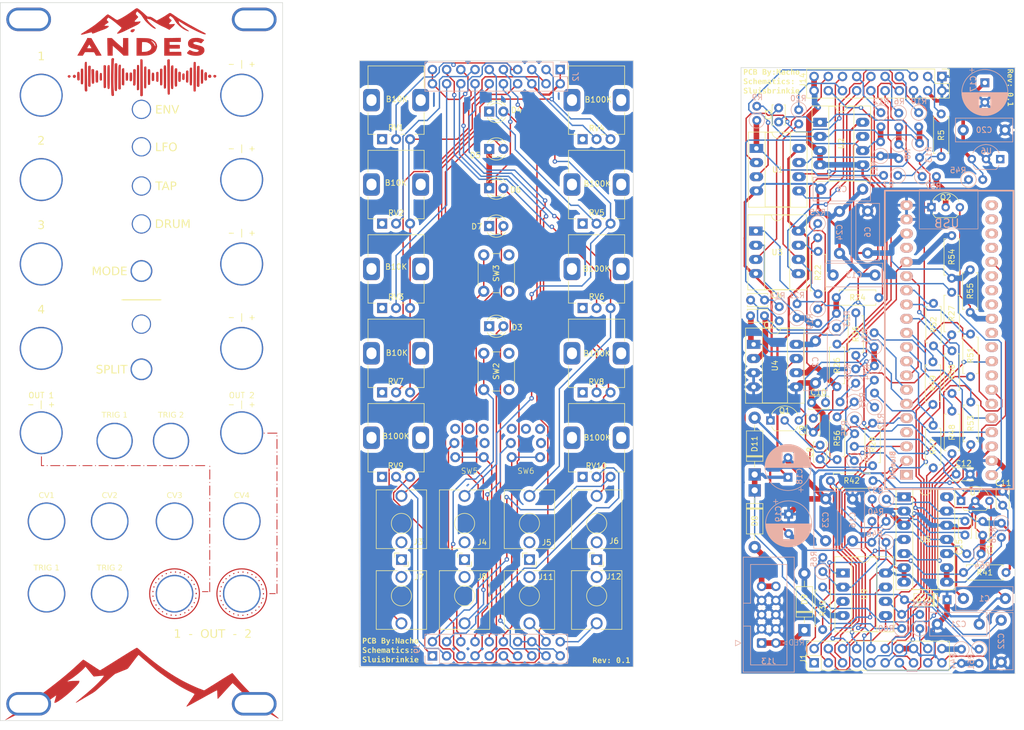
<source format=kicad_pcb>
(kicad_pcb (version 20240108) (generator "pcbnew") (generator_version "8.0")
  (title_block (date "2024-09-18") (rev "0.1") (company "By Nacho"))
  (layers (0 "F.Cu" signal) (31 "B.Cu" signal) (34 "B.Paste" user) (35 "F.Paste" user) (36 "B.SilkS" user "B.Silkscreen") (37 "F.SilkS" user "F.Silkscreen") (38 "B.Mask" user) (39 "F.Mask" user) (44 "Edge.Cuts" user))
  (net 0 "")
  (net 1 "GND")
  (net 2 "/Front PCB/LED_SALIDA_1")
  (net 3 "/Front PCB/LED_SALIDA_2")
  (net 4 "/Front PCB/LED1")
  (net 5 "/Front PCB/LED2")
  (net 6 "/Front PCB/LED3")
  (net 7 "/Front PCB/LED4")
  (net 8 "/Front PCB/LED5")
  (net 9 "/Front PCB/CV1_JACK")
  (net 10 "/Front PCB/CV2_JACK")
  (net 11 "/Front PCB/CV3_JACK")
  (net 12 "/Front PCB/CV4_JACK")
  (net 13 "/Front PCB/TRIG_1")
  (net 14 "/Front PCB/TRIG_2")
  (net 15 "/Front PCB/-10V_REF")
  (net 16 "/Front PCB/CV2_POT")
  (net 17 "/Front PCB/CV4_POT")
  (net 18 "/Front PCB/CV4_ATVPOT")
  (net 19 "/Front PCB/CV3_POT")
  (net 20 "/Front PCB/CV1_POT")
  (net 21 "/Front PCB/CV3_ATVPOT")
  (net 22 "/Front PCB/CV2_ATVPOT")
  (net 23 "/Front PCB/CV1_ATVPOT")
  (net 24 "/Front PCB/SW_TRIG2")
  (net 25 "/Front PCB/OUT2")
  (net 26 "/Front PCB/SW_DUAL")
  (net 27 "/Front PCB/SW_TRIG1")
  (net 28 "/Front PCB/OUT1")
  (net 29 "/Front PCB/SW_MODE")
  (net 32 "/Front PCB/PRE_ATV_OUT2")
  (net 33 "/Front PCB/OUT2_ATVPOT")
  (net 34 "/Front PCB/PRE_ATV_OUT1")
  (net 35 "/Front PCB/OUT1_ATVPOT")
  (net 36 "-12V")
  (net 37 "+12V")
  (net 38 "+3V3")
  (net 39 "Net-(U2A--)")
  (net 40 "/Inputs/CV1")
  (net 41 "Net-(U2B--)")
  (net 42 "/Inputs/CV2")
  (net 43 "/Inputs/CV3")
  (net 44 "Net-(U4A--)")
  (net 45 "/Inputs/CV4")
  (net 46 "Net-(U4B--)")
  (net 47 "Net-(C9-Pad1)")
  (net 48 "Net-(C10-Pad1)")
  (net 49 "Net-(U5C-+)")
  (net 50 "Net-(U5B-+)")
  (net 51 "/PRE_ATV_OUT1")
  (net 52 "Net-(U5D--)")
  (net 53 "/PRE_ATV_OUT2")
  (net 54 "Net-(U5A--)")
  (net 55 "/-10V_REF")
  (net 56 "/Output/-3V6_REF")
  (net 57 "+5V")
  (net 58 "Net-(D8-A)")
  (net 59 "Net-(D9-K)")
  (net 60 "/LED2")
  (net 61 "/OUT2")
  (net 62 "/OUT2_ATVPOT")
  (net 63 "/SW_MODE")
  (net 64 "/LED1")
  (net 65 "/OUT1_ATVPOT")
  (net 66 "/LED5")
  (net 67 "/SW_TRIG1")
  (net 68 "/SW_TRIG2")
  (net 69 "/OUT1")
  (net 70 "/LED_SALIDA_1")
  (net 71 "/LED3")
  (net 72 "/LED4")
  (net 73 "/SW_DUAL")
  (net 74 "/LED_SALIDA_2")
  (net 75 "/CV3_ATVPOT")
  (net 76 "/CV3_POT")
  (net 77 "/CV2_JACK")
  (net 78 "/CV2_ATVPOT")
  (net 79 "/CV1_POT")
  (net 80 "/CV2_POT")
  (net 81 "/CV1_ATVPOT")
  (net 82 "/CV4_POT")
  (net 83 "/TRIG_2")
  (net 84 "/CV4_JACK")
  (net 85 "/CV4_ATVPOT")
  (net 86 "/CV3_JACK")
  (net 87 "/TRIG_1")
  (net 88 "/CV1_JACK")
  (net 89 "Net-(Q1-B)")
  (net 90 "/Processor/STM_TRIG_1")
  (net 91 "Net-(Q2-B)")
  (net 92 "/Processor/STM_TRIG_2")
  (net 93 "Net-(U1A--)")
  (net 94 "Net-(U1B--)")
  (net 95 "Net-(R7-Pad2)")
  (net 96 "Net-(R11-Pad1)")
  (net 97 "Net-(U3A--)")
  (net 98 "Net-(U3B--)")
  (net 99 "Net-(R21-Pad2)")
  (net 100 "Net-(R22-Pad2)")
  (net 101 "/Output/CH1_PWM1")
  (net 102 "Net-(R30-Pad1)")
  (net 103 "/Output/CH1_PWM2")
  (net 104 "/Output/CH2_PWM1")
  (net 105 "Net-(R32-Pad1)")
  (net 106 "/Output/CH2_PWM2")
  (net 107 "Net-(U5C--)")
  (net 108 "Net-(U5B--)")
  (net 109 "Net-(R43-Pad2)")
  (net 110 "Net-(R44-Pad2)")
  (net 111 "Net-(U8-PA4)")
  (net 112 "Net-(U8-PA5_SCK1)")
  (net 113 "Net-(U8-PA6_MISO1)")
  (net 114 "Net-(U8-PA7_MOSI1)")
  (net 115 "Net-(U8-PB0)")
  (net 116 "Net-(U8-PB1)")
  (net 117 "Net-(U8-PB10_SCL2)")
  (net 118 "Net-(U9B--)")
  (net 119 "Net-(U9A--)")
  (net 134 "GND1")
  (footprint "Resistor_THT:R_Axial_DIN0207_L6.3mm_D2.5mm_P7.62mm_Horizontal" (layer "F.Cu") (at 205.1112 112.3 90)
    (property "Reference" "R28")
    (property "Value" "33k")
  )
  (footprint "" (layer "F.Cu") (at 68.6525 135.2075)
    (property "Reference" "")
    (property "Value" "")
  )
  (footprint "" (layer "F.Cu") (at 68.6525 122.2475)
    (property "Reference" "")
    (property "Value" "")
  )
  (footprint "Library:ML6-H2T2GQA" (layer "F.Cu") (at 143.1 108.24)
    (property "Reference" "SW6")
    (property "Value" "SW_ML6")
  )
  (footprint "Connector_PinHeader_2.54mm:PinHeader_2x10_P2.54mm_Vertical" (layer "F.Cu") (at 217.5062 42.635 -90)
    (property "Reference" "J14")
    (property "Value" "Pins_02x10_P2.54mm_TH")
  )
  (footprint "Library:Jack_3.5mm_QingPu_WQP-PJ398SM_Vertical_CircularHoles_3D" (layer "F.Cu") (at 155.76 129.11)
    (property "Reference" "J12")
    (property "Value" "out2")
  )
  (footprint "LED_THT:LED_D3.0mm" (layer "F.Cu") (at 136.535 48.9)
    (property "Reference" "D4")
    (property "Value" "LED")
  )
  (footprint "Resistor_THT:R_Axial_DIN0207_L6.3mm_D2.5mm_P7.62mm_Horizontal" (layer "F.Cu") (at 217.3812 49.34 -90)
    (property "Reference" "R5")
    (property "Value" "100k")
  )
  (footprint "Package_DIP:CERDIP-8_W7.62mm_SideBrazed_LongPads_Socket" (layer "F.Cu") (at 184.3312 55.5)
    (property "Reference" "U1")
    (property "Value" "TL072CP")
  )
  (footprint "Diode_THT:D_DO-41_SOD81_P10.16mm_Horizontal" (layer "F.Cu") (at 184.0162 116.71 -90)
    (property "Reference" "D8")
    (property "Value" "1N5817")
  )
  (footprint "Capacitor_THT:C_Disc_D3.4mm_W2.1mm_P2.50mm" (layer "F.Cu") (at 196.7012 101.01 180)
    (property "Reference" "C10")
    (property "Value" "4.7n")
  )
  (footprint "SVG FRONT PLATE:drawing" (layer "F.Cu") (at 74.1125 38.2475)
    (property "Reference" "Ref**" (hide yes))
    (property "Value" "Val**" (hide yes))
  )
  (footprint "Resistor_THT:R_Axial_DIN0207_L6.3mm_D2.5mm_P7.62mm_Horizontal" (layer "F.Cu") (at 219.2612 78.74 90)
    (property "Reference" "R54")
    (property "Value" "10k")
  )
  (footprint "Library:Potentiometer_Alps_RK09K_Single_Vertical" (layer "F.Cu") (at 153.24 84.075 90)
    (property "Reference" "RV6")
    (property "Value" "B100k")
  )
  (footprint "" (layer "F.Cu") (at 56.4025 76.1925)
    (property "Reference" "")
    (property "Value" "")
  )
  (footprint "Library:Potentiometer_Alps_RK09K_Single_Vertical" (layer "F.Cu") (at 117.38 114.29 90)
    (property "Reference" "RV9")
    (property "Value" "B100k")
  )
  (footprint "MountingHole:MountingHole_3.2mm_M3" (layer "F.Cu") (at 94.5025 154.9175)
    (property "Reference" "REF**" (hide yes))
    (property "Value" "MountingHole_3.2mm_M3" (hide yes))
  )
  (footprint "" (layer "F.Cu") (at 92.2825 135.2075)
    (property "Reference" "")
    (property "Value" "")
  )
  (footprint "Library:Potentiometer_Alps_RK09K_Single_Vertical" (layer "F.Cu") (at 153.24 53.86 90)
    (property "Reference" "RV4")
    (property "Value" "B100k")
  )
  (footprint "Capacitor_THT:C_Disc_D3.4mm_W2.1mm_P2.50mm" (layer "F.Cu") (at 224.8012 122.26 -90)
    (property "Reference" "C14")
    (property "Value" "150pf")
  )
  (footprint "MountingHole:MountingHole_3.2mm_M3" (layer "F.Cu") (at 54.1625 154.9175)
    (property "Reference" "REF**" (hide yes))
    (property "Value" "MountingHole_3.2mm_M3" (hide yes))
  )
  (footprint "Capacitor_THT:C_Disc_D3.4mm_W2.1mm_P2.50mm" (layer "F.Cu") (at 194.5012 103.82 -90)
    (property "Reference" "C9")
    (property "Value" "4.7n")
  )
  (footprint "" (layer "F.Cu") (at 74.3275 69.0275)
    (property "Reference" "")
    (property "Value" "")
  )
  (footprint "Library:Jack_3.5mm_QingPu_WQP-PJ398SM_Vertical_CircularHoles_3D" (layer "F.Cu") (at 132.13 129.11 180)
    (property "Reference" "J4")
    (property "Value" "CV2")
  )
  (footprint "Library:Jack_3.5mm_QingPu_WQP-PJ398SM_Vertical_CircularHoles_3D" (layer "F.Cu") (at 143.73 129.11 180)
    (property "Reference" "J5")
    (property "Value" "CV3")
  )
  (footprint "Library:Potentiometer_Alps_RK09K_Single_Vertical_DSHAFT" (layer "F.Cu") (at 117.38 99.1825 90)
    (property "Reference" "RV7")
    (property "Value" "B10k")
  )
  (footprint "" (layer "F.Cu") (at 56.4025 91.3)
    (property "Reference" "")
    (property "Value" "")
  )
  (footprint "Capacitor_THT:C_Disc_D3.4mm_W2.1mm_P2.50mm" (layer "F.Cu") (at 228.3812 119.39 90)
    (property "Reference" "C11")
    (property "Value" "4.7n")
  )
  (footprint "Resistor_THT:R_Axial_DIN0207_L6.3mm_D2.5mm_P7.62mm_Horizontal" (layer "F.Cu") (at 215.9012 101.34 90)
    (property "Reference" "R49")
    (property "Value" "2k")
  )
  (footprint "Capacitor_THT:C_Disc_D3.4mm_W2.1mm_P2.50mm" (layer "F.Cu") (at 221.6312 124.7 90)
    (property "Reference" "C15")
    (property "Value" "150pf")
  )
  (footprint "Diode_THT:D_DO-35_SOD27_P7.62mm_Horizontal" (layer "F.Cu") (at 218.4312 136.3 180)
    (property "Reference" "D10")
    (property "Value" "3.6")
  )
  (footprint "" (layer "F.Cu") (at 74.3325 62.2375)
    (property "Reference" "")
    (property "Value" "")
  )
  (footprint "" (layer "F.Cu") (at 74.3275 86.9575)
    (property "Reference" "")
    (property "Value" "")
  )
  (footprint "Package_DIP:CERDIP-8_W7.62mm_SideBrazed_LongPads_Socket" (layer "F.Cu") (at 183.8312 90.58)
    (property "Reference" "U4")
    (property "Value" "MCP6002-I-P")
  )
  (footprint "Package_TO_SOT_THT:TO-92L_Inline_Wide" (layer "F.Cu") (at 220.9312 118.6)
    (property "Reference" "U7")
    (property "Value" "L78L05_TO92")
  )
  (footprint "" (layer "F.Cu") (at 92.2625 106.4075)
    (property "Reference" "")
    (property "Value" "")
  )
  (footprint "Capacitor_THT:C_Disc_D3.4mm_W2.1mm_P2.50mm" (layer "F.Cu") (at 185.7912 82.65 180)
    (property "Reference" "C4")
    (property "Value" "150pf")
  )
  (footprint "" (layer "F.Cu") (at 92.2625 45.9775)
    (property "Reference" "")
    (property "Value" "")
  )
  (footprint "Library:Jack_3.5mm_QingPu_WQP-PJ398SM_Vertical_CircularHoles_3D" (layer "F.Cu") (at 120.83 129.11)
    (property "Reference" "J7")
    (property "Value" "in1")
  )
  (footprint "Resistor_THT:R_Axial_DIN0207_L6.3mm_D2.5mm_P7.62mm_Horizontal" (layer "F.Cu") (at 219.3112 110.15 90)
    (property "Reference" "R48")
    (property "Value" "2k")
  )
  (footprint "Library:ML6-H2T2GQA" (layer "F.Cu") (at 133.01 108.24)
    (property "Reference" "SW5")
    (property "Value" "SW_ML6")
  )
  (footprint "Library:Jack_3.5mm_QingPu_WQP-PJ398SM_Vertical_CircularHoles_3D" (layer "F.Cu") (at 132.13 129.11)
    (property "Reference" "J8")
    (property "Value" "in2")
  )
  (footprint "" (layer "F.Cu") (at 56.4025 45.9775)
    (property "Reference" "")
    (property "Value" "")
  )
  (footprint "Resistor_THT:R_Axial_DIN0207_L6.3mm_D2.5mm_P7.62mm_Horizontal" (layer "F.Cu") (at 205.1812 114.98 180)
    (property "Reference" "R42")
    (property "Value" "33k")
  )
  (footprint "" (layer "F.Cu") (at 92.2625 61.085)
    (property "Reference" "")
    (property "Value" "")
  )
  (footprint "" (layer "F.Cu") (at 92.2625 76.1925)
    (property "Reference" "")
    (property "Value" "")
  )
  (footprint "Diode_THT:D_DO-41_SOD81_P10.16mm_Horizontal" (layer "F.Cu") (at 184.0162 113.87 90)
    (property "Reference" "D11")
    (property "Value" "1N5817")
  )
  (footprint "Resistor_THT:R_Axial_DIN0207_L6.3mm_D2.5mm_P7.62mm_Horizontal" (layer "F.Cu") (at 198.7612 103.58 -90)
    (property "Reference" "R56")
    (property "Value" "100k")
  )
  (footprint "Button_Switch_THT:SW_PUSH_6mm_H13mm" (layer "F.Cu") (at 135.56 98.68 90)
    (property "Reference" "SW2")
    (property "Value" "SW_Dual")
  )
  (footprint "Package_DIP:CERDIP-8_W7.62mm_SideBrazed_LongPads_Socket" (layer "F.Cu") (at 199.8112 131.5)
    (property "Reference" "U9")
    (property "Value" "TL072CP")
  )
  (footprint "Resistor_THT:R_Axial_DIN0207_L6.3mm_D2.5mm_P7.62mm_Horizontal" (layer "F.Cu") (at 195.3612 81.56 90)
    (property "Reference" "R22")
    (property "Value" "100k")
  )
  (footprint "" (layer "F.Cu") (at 56.4025 106.4075)
    (property "Reference" "")
    (property "Value" "")
  )
  (footprint "Library:Potentiometer_Alps_RK09K_Single_Vertical" (layer "F.Cu") (at 153.24 68.9675 90)
    (property "Reference" "RV5")
    (property "Value" "B100k")
  )
  (footprint "Capacitor_THT:C_Disc_D3.4mm_W2.1mm_P2.50mm" (layer "F.Cu") (at 185.7712 85.47 180)
    (property "Reference" "C7")
    (property "Value" "150pf")
  )
  (footprint "Resistor_THT:R_Axial_DIN0207_L6.3mm_D2.5mm_P7.62mm_Horizontal" (layer "F.Cu") (at 196.1812 141.63 90)
    (property "Reference" "R39")
    (property "Value" "15k")
  )
  (footprint "Library:Jack_3.5mm_QingPu_WQP-PJ398SM_Vertical_CircularHoles_3D" (layer "F.Cu") (at 143.73 129.11)
    (property "Reference" "J11")
    (property "Value" "out1")
  )
  (footprint "MountingHole:MountingHole_3.2mm_M3" (layer "F.Cu") (at 94.5025 32.4175)
    (property "Reference" "REF**" (hide yes))
    (property "Value" "MountingHole_3.2mm_M3" (hide yes))
  )
  (footprint "" (layer "F.Cu") (at 80.2525 122.2475)
    (property "Reference" "")
    (property "Value" "")
  )
  (footprint "Resistor_THT:R_Axial_DIN0207_L6.3mm_D2.5mm_P7.62mm_Horizontal" (layer "F.Cu") (at 206.2312 82.21 180)
    (property "Reference" "R24")
    (property "Value" "100k")
  )
  (footprint "LED_THT:LED_D3.0mm" (layer "F.Cu") (at 136.535 55.6)
    (property "Reference" "D5")
    (property "Value" "LED")
  )
  (footprint "Resistor_THT:R_Axial_DIN0207_L6.3mm_D2.5mm_P7.62mm_Horizontal" (layer "F.Cu") (at 219.2612 81.25 -90)
    (property "Reference" "R27")
    (property "Value" "33k")
  )
  (footprint "" (layer "F.Cu") (at 74.3325 48.5175)
    (property "Reference" "")
    (property "Value" "")
  )
  (footprint "Resistor_THT:R_Axial_DIN0207_L6.3mm_D2.5mm_P7.62mm_Horizontal" (layer "F.Cu") (at 222.6212 96.35 90)
    (property "Reference" "R51")
    (property "Value" "2k")
  )
  (footprint "Library:Potentiometer_Alps_RK09K_Single_Vertical" (layer "F.Cu") (at 153.24 114.29 90)
    (property "Reference" "RV10")
    (property "Value" "B100k")
  )
  (footprint "" (layer "F.Cu") (at 57.3525 122.2475)
    (property "Reference" "")
    (property "Value" "")
  )
  (footprint "Button_Switch_THT:SW_PUSH_6mm_H13mm" (layer "F.Cu") (at 135.56 81.08 90)
    (property "Reference" "SW3")
    (property "Value" "SW_Mode")
  )
  (footprint "Capacitor_THT:C_Disc_D3.4mm_W2.1mm_P2.50mm" (layer "F.Cu") (at 220.0512 113.82)
    (property "Reference" "C12")
    (property "Value" "4.7n")
  )
  (footprint "" (layer "F.Cu") (at 74.3325 95.0475)
    (property "Reference" "")
    (property "Value" "")
  )
  (footprint "MountingHole:MountingHole_3.2mm_M3" (layer "F.Cu") (at 54.1625 32.4175)
    (property "Reference" "REF**" (hide yes))
    (property "Value" "MountingHole_3.2mm_M3" (hide yes))
  )
  (footprint "Resistor_THT:R_Axial_DIN0207_L6.3mm_D2.5mm_P7.62mm_Horizontal" (layer "F.Cu") (at 215.9512 112.69 90)
    (property "Reference" "R47")
    (property "Value" "2k")
  )
  (footprint "Package_TO_SOT_THT:TO-92_Inline_Wide" (layer "F.Cu") (at 186.8412 104.2)
    (property "Reference" "Q1")
    (property "Value" "2N3904")
  )
  (footprint "Library:Potentiometer_Alps_RK09K_Single_Vertical_DSHAFT" (layer "F.Cu") (at 117.38 68.9675 90)
    (property "Reference" "RV2")
    (property "Value" "B10k")
  )
  (footprint "Package_DIP:CERDIP-8_W7.62mm_SideBrazed_LongPads_Socket" (layer "F.Cu") (at 184.2312 70.3)
    (property "Reference" "U3")
    (property "Value" "TL072CP")
  )
  (footprint "Library:Jack_3.5mm_QingPu_WQP-PJ398SM_Vertical_CircularHoles_3D" (layer "F.Cu") (at 120.83 129.11 180)
    (property "Reference" "J3")
    (property "Value" "CV1")
  )
  (footprint "" (layer "F.Cu") (at 74.3325 55.2175)
    (property "Reference" "")
    (property "Value" "")
  )
  (footprint "LED_THT:LED_D3.0mm" (layer "F.Cu") (at 136.535 87.34)
    (property "Reference" "D3")
    (property "Value" "LED")
  )
  (footprint "Resistor_THT:R_Axial_DIN0207_L6.3mm_D2.5mm_P7.62mm_Horizontal" (layer "F.Cu") (at 222.5712 77.23 -90)
    (property "Reference" "R55")
    (property "Value" "10k")
  )
  (footprint "Package_DIP:CERDIP-8_W7.62mm_SideBrazed_LongPads_Socket" (layer "F.Cu") (at 195.7112 50.83)
    (property "Reference" "U2")
    (property "Value" "MCP6002-I-P")
  )
  (footprint "Package_DIP:DIP-14_W7.62mm_Socket_LongPads" (layer "F.Cu") (at 210.7412 117.88)
    (property "Reference" "U5")
    (property "Value" "TL074")
  )
  (footprint "" (layer "F.Cu") (at 56.4025 61.085)
    (property "Reference" "")
    (property "Value" "")
  )
  (footprint "Connector_PinHeader_2.54mm:PinHeader_2x10_P2.54mm_Vertical" (layer "F.Cu") (at 194.6562 147.58 90)
    (property "Reference" "J1")
    (property "Value" "Pins_02x10_P2.54mm_TH")
  )
  (footprint "Package_TO_SOT_THT:TO-92_Inline_Wide" (layer "F.Cu") (at 215.6412 66.04)
    (property "Reference" "Q2")
    (property "Value" "2N3904")
  )
  (footprint "LED_THT:LED_D3.0mm" (layer "F.Cu") (at 136.535 62.62)
    (property "Reference" "D6")
    (property "Value" "LED")
  )
  (footprint "" (layer "F.Cu") (at 74.3325 77.4475)
    (property "Reference" "")
    (property "Value" "")
  )
  (footprint "Resistor_THT:R_Axial_DIN0207_L6.3mm_D2.5mm_P7.62mm_Horizontal" (layer "F.Cu") (at 219.3112 99.36 90)
    (property "Reference" "R50")
    (property "Value" "2k")
  )
  (footprint "" (layer "F.Cu") (at 79.6225 107.8575)
    (property "Reference" "")
    (property "Value" "")
  )
  (footprint "" (layer "F.Cu") (at 92.2825 122.2475)
    (property "Reference" "")
    (property "Value" "")
  )
  (footprint "Library:Potentiometer_Alps_RK09K_Single_Vertical_DSHAFT" (layer "F.Cu") (at 117.38 53.86 90)
    (property "Reference" "RV1")
    (property "Value" "B10k")
  )
  (footprint "SVG FRONT PLATE:mountains" (layer "F.Cu") (at 74.3625 150.8075)
    (property "Reference" "Ref**" (hide yes))
    (property "Value" "Val**" (hide yes))
  )
  (footprint "" (layer "F.Cu") (at 80.2525 135.2075)
    (property "Reference" "")
    (property "Value" "")
  )
  (footprint "LED_THT:LED_D3.0mm" (layer "F.Cu") (at 136.535 69.41)
    (property "Reference" "D7")
    (property "Value" "LED")
  )
  (footprint "Resistor_THT:R_Axial_DIN0207_L6.3mm_D2.5mm_P7.62mm_Horizontal" (layer "F.Cu") (at 216.0012 90.86 90)
    (property "Reference" "R52")
    (property "Value" "2k")
  )
  (footprint "Library:Potentiometer_Alps_RK09K_Single_Vertical" (layer "F.Cu") (at 153.24 99.1825 90)
    (property "Reference" "RV8")
    (property "Value" "B100k")
  )
  (footprint "Resistor_THT:R_Axial_DIN0207_L6.3mm_D2.5mm_P7.62mm_Horizontal" (layer "F.Cu") (at 198.7412 90.54 -90)
    (property "Reference" "R26")
    (property "Value" "100k")
  )
  (footprint "" (layer "F.Cu") (at 69.5325 107.8575)
    (property "Reference" "")
    (property "Value" "")
  )
  (footprint "Capacitor_THT:C_Disc_D3.4mm_W2.1mm_P2.50mm" (layer "F.Cu") (at 188.3112 48.27 -90)
    (property "Reference" "C3")
    (property "Value" "150pf")
  )
  (footprint "Library:Jack_3.5mm_QingPu_WQP-PJ398SM_Vertical_CircularHoles_3D" (layer "F.Cu") (at 155.76 129.11 180)
    (property "Reference" "J6")
    (property "Value" "CV4")
  )
  (footprint "" (layer "F.Cu") (at 92.2625 91.3)
    (property "Reference" "")
    (property "Value" "")
  )
  (footprint "Library:Potentiometer_Alps_RK09K_Single_Vertical_DSHAFT" (layer "F.Cu") (at 117.38 84.075 90)
    (property "Reference" "RV3")
    (property "Value" "B10k")
  )
  (footprint "Resistor_THT:R_Axial_DIN0207_L6.3mm_D2.5mm_P7.62mm_Horizontal" (layer "F.Cu") (at 221.3612 131.41)
    (property "Reference" "R41")
    (property "Value" "33k")
  )
  (footprint "Resistor_THT:R_Axial_DIN0207_L6.3mm_D2.5mm_P7.62mm_Horizontal" (layer "F.Cu") (at 202.1112 92.55 90)
    (property "Reference" "R36")
    (property "Value" "1k5")
  )
  (footprint "" (layer "F.Cu") (at 57.3525 135.2075)
    (property "Reference" "")
    (property "Value" "")
  )
  (footprint "Resistor_THT:R_Axial_DIN0207_L6.3mm_D2.5mm_P7.62mm_Horizontal" (layer "F.Cu") (at 222.6712 108.52 90)
    (property "Reference" "R53")
    (property "Value" "2k")
  )
  (footprint "Capacitor_THT:C_Disc_D3.4mm_W2.1mm_P2.50mm" (layer "F.Cu") (at 195.7212 111.11 90)
    (property "Reference" "C8")
    (property "Value" "150pf")
  )
  (footprint "Diode_THT:D_DO-41_SOD81_P10.16mm_Horizontal" (layer "F.Cu") (at 192.9112 141.74 90)
    (property "Reference" "D9")
    (property "Value" "1N5817")
  )
  (footprint "Resistor_THT:R_Axial_DIN0207_L6.3mm_D2.5mm_P2.54mm_Vertical" (layer "B.Cu") (at 205.3912 91.045 90)
    (property "Reference" "R31")
    (property "Value" "1k5")
  )
  (footprint "Resistor_THT:R_Axial_DIN0207_L6.3mm_D2.5mm_P2.54mm_Vertical" (layer "B.Cu") (at 228.1412 122.59 -90)
    (property "Reference" "R38")
    (property "Value" "6k8")
  )
  (footprint "Resistor_THT:R_Axial_DIN0207_L6.3mm_D2.5mm_P2.54mm_Vertical" (layer "B.Cu") (at 213.55 141.45 90)
    (property "Reference" "R43")
    (property "Value" "1k")
  )
  (footprint "BluePill_breakouts:BluePill_STM32F103C" (layer "B.Cu") (at 211.1812 113.8792)
    (property "Reference" "U8" (hide yes))
    (property "Value" "Bluepill")
  )
  (footprint "Resistor_THT:R_Axial_DIN0207_L6.3mm_D2.5mm_P2.54mm_Vertical" (layer "B.Cu") (at 201.8312 100.88 180)
    (property "Reference" "R33")
    (property "Value" "12k")
  )
  (footprint "Capacitor_THT:CP_Radial_D8.0mm_P3.50mm" (layer "B.Cu") (at 190.0912 120.96 -90)
    (property "Reference" "C19")
    (property "Value" "10u")
  )
  (footprint "Resistor_THT:R_Axial_DIN0207_L6.3mm_D2.5mm_P2.54mm_Vertical" (layer "B.Cu") (at 209.6212 60.35 180)
    (property "Reference" "R7")
    (property "Value" "100k")
  )
  (footprint "Resistor_THT:R_Axial_DIN0207_L6.3mm_D2.5mm_P2.54mm_Vertical" (layer "B.Cu") (at 224.1412 145.135 -90)
    (property "Reference" "R61")
    (property "Value" "100k")
  )
  (footprint "Resistor_THT:R_Axial_DIN0207_L6.3mm_D2.5mm_P2.54mm_Vertical" (layer "B.Cu") (at 210.32 141.45 90)
    (property "Reference" "R60")
    (property "Value" "100k")
  )
  (footprint "Resistor_THT:R_Axial_DIN0207_L6.3mm_D2.5mm_P2.54mm_Vertical" (layer "B.Cu") (at 201.9012 104.035 -90)
    (property "Reference" "R35")
    (property "Value" "1k5")
  )
  (footprint "Resistor_THT:R_Axial_DIN0207_L6.3mm_D2.5mm_P2.54mm_Vertical" (layer "B.Cu") (at 213.9812 60.54)
    (property "Reference" "R57")
    (property "Value" "100k")
  )
  (footprint "Resistor_THT:R_Axial_DIN0207_L6.3mm_D2.5mm_P2.54mm_Vertical" (layer "B.Cu") (at 209.7912 54.78 -90)
    (property "Reference" "R8")
    (property "Value" "100k")
  )
  (footprint "Resistor_THT:R_Axial_DIN0207_L6.3mm_D2.5mm_P2.54mm_Vertical" (layer "B.Cu") (at 206.5912 49.105 -90)
    (property "Reference" "R12")
    (property "Value" "100k")
  )
  (footprint "Resistor_THT:R_Axial_DIN0207_L6.3mm_D2.5mm_P2.54mm_Vertical" (layer "B.Cu") (at 191.5912 85.865 90)
    (property "Reference" "R21")
    (property "Value" "100k")
  )
  (footprint "Capacitor_THT:C_Rect_L10.0mm_W4.0mm_P7.50mm_MKS4" (layer "B.Cu") (at 201.5412 125.77 90)
    (property "Reference" "C16")
    (property "Value" "100n")
  )
  (footprint "Resistor_THT:R_Axial_DIN0207_L6.3mm_D2.5mm_P2.54mm_Vertical" (layer "B.Cu") (at 184.4012 50.495 90)
    (property "Reference" "R9")
    (property "Value" "100k")
  )
  (footprint "Resistor_THT:R_Axial_DIN0207_L6.3mm_D2.5mm_P2.54mm_Vertical" (layer "B.Cu") (at 221.0012 145.135 -90)
    (property "Reference" "R44")
    (property "Value" "1k")
  )
  (footprint "Capacitor_THT:C_Rect_L10.0mm_W4.0mm_P7.50mm_MKS4" (layer "B.Cu") (at 199.1912 66.78 -90)
    (property "Reference" "C24")
    (property "Value" "100n")
  )
  (footprint "Resistor_THT:R_Axial_DIN0207_L6.3mm_D2.5mm_P2.54mm_Vertical" (layer "B.Cu") (at 206.5412 56.86 90)
    (property "Reference" "R11")
    (property "Value" "100k")
  )
  (footprint "Resistor_THT:R_Axial_DIN0207_L6.3mm_D2.5mm_P2.54mm_Vertical" (layer "B.Cu") (at 201.8412 111.395 90)
    (property "Reference" "R29")
    (property "Value" "1k5")
  )
  (footprint "Resistor_THT:R_Axial_DIN0207_L6.3mm_D2.5mm_P2.54mm_Vertical" (layer "B.Cu") (at 213.5112 54.595 -90)
    (property "Reference" "R13")
    (property "Value" "33k")
  )
  (footprint "Connector_IDC:IDC-Header_2x05_P2.54mm_Vertical" (layer "B.Cu") (at 185.2662 144.04)
    (property "Reference" "J13")
    (property "Value" "Eurorack Power")
  )
  (footprint "Resistor_THT:R_Axial_DIN0207_L6.3mm_D2.5mm_P2.54mm_Vertical" (layer "B.Cu") (at 191.9012 48.595 -90)
    (property "Reference" "R20")
    (property "Value" "100k")
  )
  (footprint "Capacitor_THT:C_Rect_L10.0mm_W4.0mm_P7.50mm_MKS4" (layer "B.Cu") (at 196.7112 125.74 90)
    (property "Reference" "C23")
    (property "Value" "100n")
  )
  (footprint "Resistor_THT:R_Axial_DIN0207_L6.3mm_D2.5mm_P2.54mm_Vertical" (layer "B.Cu") (at 195.3012 84.265 -90)
    (property "Reference" "R19")
    (property "Value" "100k")
  )
  (footprint "Resistor_THT:R_Axial_DIN0207_L6.3mm_D2.5mm_P2.54mm_Vertical" (layer "B.Cu") (at 207.5062 126.02 180)
    (property "Reference" "R46")
    (property "Value" "10k")
  )
  (footprint "Connector_PinSocket_2.54mm:PinSocket_2x10_P2.54mm_Vertical" (layer "B.Cu") (at 149.24 41.39 90)
    (property "Reference" "J2")
    (property "Value" "Pins_02x10_P2.54mm_TH")
  )
  (footprint "Resistor_THT:R_Axial_DIN0207_L6.3mm_D2.5mm_P2.54mm_Vertical" (layer "B.Cu") (at 224.5012 128.07 180)
    (property "Reference" "R64")
    (property "Value" "100k")
  )
  (footprint "Capacitor_THT:C_Rect_L10.0mm_W4.0mm_P7.50mm_MKS4" (layer "B.Cu") (at 198.0412 78.17)
    (property "Reference" "C13")
    (property "Value" "100n")
  )
  (footprint "Capacitor_THT:C_Rect_L10.0mm_W4.0mm_P7.50mm_MKS4" (layer "B.Cu") (at 228.1112 139.95 -90)
    (property "Reference" "C22")
    (property "Value" "100n")
  )
  (footprint "Resistor_THT:R_Axial_DIN0207_L6.3mm_D2.5mm_P2.54mm_Vertical" (layer "B.Cu") (at 213.3612 49.105 -90)
    (property "Reference" "R10")
    (property "Value" "100k")
  )
  (footprint "Resistor_THT:R_Axial_DIN0207_L6.3mm_D2.5mm_P2.54mm_Vertical" (layer "B.Cu") (at 209.7912 49.18 -90)
    (property "Reference" "R6")
    (property "Value" "100k")
  )
  (footprint "Resistor_THT:R_Axial_DIN0207_L6.3mm_D2.5mm_P2.54mm_Vertical" (layer "B.Cu") (at 205.4612 101.83 90)
    (property "Reference" "R32")
    (property "Value" "180k")
  )
  (footprint "Package_TO_SOT_THT:TO-92_Inline_Wide" (layer "B.Cu") (at 227.9362 57.42 180)
    (property "Reference" "U6")
    (property "Value" "LM4040LP-10")
  )
  (footprint "Resistor_THT:R_Axial_DIN0207_L6.3mm_D2.5mm_P2.54mm_Vertical" (layer "B.Cu") (at 205.4312 94.435 -90)
    (property "Reference" "R34")
    (property "Value" "12k")
  )
  (footprint "Capacitor_THT:CP_Radial_D8.0mm_P3.50mm" (layer "B.Cu") (at 225.1912 43.76 -90)
    (property "Reference" "C17")
    (property "Value" "10u")
  )
  (footprint "Capacitor_THT:CP_Radial_D8.0mm_P3.50mm" (layer "B.Cu") (at 189.9812 114.37 90)
    (property "Reference" "C18")
    (property "Value" "10u")
  )
  (footprint "Capacitor_THT:C_Rect_L10.0mm_W4.0mm_P7.50mm_MKS4" (layer "B.Cu") (at 228.8512 136.07 180)
    (property "Reference" "C1")
    (property "Value" "100n")
  )
  (footprint "Resistor_THT:R_Axial_DIN0207_L6.3mm_D2.5mm_P2.54mm_Vertical" (layer "B.Cu") (at 202.0912 97.52 90)
    (property "Reference" "R30")
    (property "Value" "180k")
  )
  (footprint "Capacitor_THT:C_Rect_L10.0mm_W4.0mm_P7.50mm_MKS4" (layer "B.Cu") (at 221.3112 52.21)
    (property "Reference" "C20")
    (property "Value" "100n")
  )
  (footprint "Resistor_THT:R_Axial_DIN0207_L6.3mm_D2.5mm_P2.54mm_Vertical" (layer "B.Cu") (at 198.6412 87.585 90)
    (property "Reference" "R23")
    (property "Value" "100k")
  )
  (footprint "Resistor_THT:R_Axial_DIN0207_L6.3mm_D2.5mm_P2.54mm_Vertical" (layer "B.Cu") (at 207.5362 122.25 180)
    (property "Reference" "R40")
    (property "Value" "6k8")
  )
  (footprint "Connector_PinSocket_2.54mm:PinSocket_2x10_P2.54mm_Vertical" (layer "B.Cu") (at 126.38 146.34 -90)
    (property "Reference" "J9")
    (property "Value" "Pins_02x10_P2.54mm_TH")
  )
  (footprint "Resistor_THT:R_Axial_DIN0207_L6.3mm_D2.5mm_P2.54mm_Vertical" (layer "B.Cu") (at 207.5762 118.29 180)
    (property "Reference" "R37")
    (property "Value" "15k")
  )
  (footprint "Capacitor_THT:C_Rect_L10.0mm_W4.0mm_P7.50mm_MKS4" (layer "B.Cu") (at 203.3412 62.8 180)
    (property "Reference" "C5")
    (property "Value" "100n")
  )
  (footprint "Resistor_THT:R_Axial_DIN0207_L6.3mm_D2.5mm_P2.54mm_Vertical" (layer "B.Cu") (at 222.2762 61.09)
    (property "Reference" "R45")
    (property "Value" "2k")
  )
  (footprint "Resistor_THT:R_Axial_DIN0207_L6.3mm_D2.5mm_P2.54mm_Vertical" (layer "B.Cu") (at 196.2112 131.265 90)
    (property "Reference" "R65")
    (property "Value" "100k")
  )
  (footprint "Resistor_THT:R_Axial_DIN0207_L6.3mm_D2.5mm_P2.54mm_Vertical" (layer "B.Cu") (at 195.3012 68.955 -90)
    (property "Reference" "R25")
    (property "Value" "100k")
  )
  (footprint "Capacitor_THT:C_Rect_L10.0mm_W4.0mm_P7.50mm_MKS4" (layer "B.Cu") (at 194.8912 89.99 -90)
    (property "Reference" "C2")
    (property "Value" "100n")
  )
  (footprint "Resistor_THT:R_Axial_DIN0207_L6.3mm_D2.5mm_P2.54mm_Vertical" (layer "B.Cu") (at 188.4112 83.845 -90)
    (property "Reference" "R14")
    (property "Value" "33k")
  )
  (footprint "Capacitor_THT:C_Rect_L10.0mm_W4.0mm_P7.50mm_MKS4" (layer "B.Cu") (at 224.1912 140.66 180)
    (property "Reference" "C21")
    (property "Value" "0,33u")
  )
  (footprint "Capacitor_THT:C_Rect_L10.0mm_W4.0mm_P7.50mm_MKS4" (layer "B.Cu") (at 204.2312 74.23 90)
    (property "Reference" "C6")
    (property "Value" "100n")
  )
  (gr_line (start 97.2725 135.1975) (end 98.2725 135.1975) (stroke (width 0.15) (type dash_dot)) (layer "F.Cu"))
  (gr_line (start 98.5725 106.4675) (end 96.2825 106.4675) (stroke (width 0.15) (type dash_dot)) (layer "F.Cu"))
  (gr_line (start 85.6625 112.2775) (end 56.4425 112.2775) (stroke (width 0.15) (type dash_dot)) (layer "F.Cu"))
  (gr_circle (center 92.2825 135.2075) (end 96.7325 135.2075) (stroke (width 0.2)) (fill none) (layer "F.Cu"))
  (gr_line (start 86.5425 134.8475) (end 86.5525 112.2775) (stroke (width 0.15) (type dash_dot)) (layer "F.Cu"))
  (gr_line (start 98.5725 135.1575) (end 98.5725 106.4675) (stroke (width 0.15) (type dash_dot)) (layer "F.Cu"))
  (gr_circle (center 80.2525 135.2075) (end 84.1325 135.1675) (stroke (width 0.2) (type dot)) (fill solid) (layer "F.Cu"))
  (gr_circle (center 80.2525 135.2075) (end 84.7025 135.2075) (stroke (width 0.2)) (fill none) (layer "F.Cu"))
  (gr_line (start 56.4425 112.2775) (end 56.4425 110.6875) (stroke (width 0.15) (type dash_dot)) (layer "F.Cu"))
  (gr_circle (center 92.2825 135.2075) (end 96.1625 135.2075) (stroke (width 0.2) (type dot)) (fill solid) (layer "F.Cu"))
  (gr_line (start 85.2425 134.8475) (end 86.2425 134.8475) (stroke (width 0.15) (type dash_dot)) (layer "F.Cu"))
  (gr_rect (start 213.4712 62.86) (end 223.9612 69.91) (stroke (width 0.1)) (fill none) (layer "B.SilkS"))
  (gr_line (start 77.7975 82.6075) (end 70.8675 82.6075) (stroke (width 0.2)) (layer "F.SilkS"))
  (gr_line (start 162.31 148.3) (end 162.31 39.8) (stroke (width 0.1)) (layer "Edge.Cuts"))
  (gr_line (start 181.5812 149.54) (end 230.5812 149.54) (stroke (width 0.1)) (layer "Edge.Cuts"))
  (gr_line (start 113.31 148.3) (end 162.31 148.3) (stroke (width 0.1)) (layer "Edge.Cuts"))
  (gr_line (start 49.0825 157.9175) (end 49.0825 29.4175) (stroke (width 0.1)) (layer "Edge.Cuts"))
  (gr_line (start 113.31 39.8) (end 162.31 39.8) (stroke (width 0.1)) (layer "Edge.Cuts"))
  (gr_line (start 49.0825 29.4175) (end 99.5825 29.4175) (stroke (width 0.1)) (layer "Edge.Cuts"))
  (gr_line (start 113.31 39.8) (end 113.31 148.3) (stroke (width 0.1)) (layer "Edge.Cuts"))
  (gr_line (start 99.5825 29.4175) (end 99.5825 157.9175) (stroke (width 0.1)) (layer "Edge.Cuts"))
  (gr_line (start 230.5812 149.54) (end 230.5812 41.04) (stroke (width 0.1)) (layer "Edge.Cuts"))
  (gr_line (start 181.5812 41.04) (end 230.5812 41.04) (stroke (width 0.1)) (layer "Edge.Cuts"))
  (gr_line (start 181.5812 41.04) (end 181.5812 149.54) (stroke (width 0.1)) (layer "Edge.Cuts"))
  (gr_line (start 99.5825 157.9175) (end 49.0825 157.9175) (stroke (width 0.1)) (layer "Edge.Cuts"))
  (gr_text "USB" (at 220.7612 69.8 0) (layer "B.SilkS") (effects (font (size 1.5 1.5) (thickness 0.2)) (justify left bottom mirror)))
  (gr_text "RED>" (at 193.0162 144.54 0) (layer "B.SilkS") (effects (font (size 1 1) (thickness 0.1)) (justify left bottom mirror)))
  (gr_text "- | +" (at 92.2625 86.3 0) (layer "F.SilkS") (effects (font (size 1 1)) (justify bottom)))
  (gr_text "- | +" (at 92.2625 71.1925 0) (layer "F.SilkS") (effects (font (size 1 1)) (justify bottom)))
  (gr_text "CV4" (at 92.2825 118.2475 0) (layer "F.SilkS") (effects (font (size 1 1)) (justify bottom)))
  (gr_text "3" (at 56.4025 70.1925 0) (layer "F.SilkS") (effects (font (size 1.5 1.5)) (justify bottom)))
  (gr_text "CV3" (at 80.2525 118.2475 0) (layer "F.SilkS") (effects (font (size 1 1)) (justify bottom)))
  (gr_text "TRIG 1" (at 57.3525 131.2075 0) (layer "F.SilkS") (effects (font (size 1 1)) (justify bottom)))
  (gr_text "B100K" (at 153.33 107.85 0) (layer "F.SilkS") (effects (font (size 1 1)) (justify left bottom)))
  (gr_text "B10K" (at 117.78 62.25 0) (layer "F.SilkS") (effects (font (size 1 1)) (justify left bottom)))
  (gr_text "TRIG 1" (at 69.5325 103.8575 0) (layer "F.SilkS") (effects (font (size 1 1)) (justify bottom)))
  (gr_text "4" (at 56.4025 85.3 0) (layer "F.SilkS") (effects (font (size 1.5 1.5)) (justify bottom)))
  (gr_text "B100K" (at 153.27 92.8 0) (layer "F.SilkS") (effects (font (size 1 1)) (justify left bottom)))
  (gr_text "- | +" (at 92.2625 40.9775 0) (layer "F.SilkS") (effects (font (size 1 1)) (justify bottom)))
  (gr_text "1" (at 56.4025 39.9775 0) (layer "F.SilkS") (effects (font (size 1.5 1.5)) (justify bottom)))
  (gr_text "MODE" (at 71.8325 78.4475 0) (layer "F.SilkS") (effects (font (size 1.5 1.5)) (justify right bottom)))
  (gr_text "B100K" (at 153.21 77.64 0) (layer "F.SilkS") (effects (font (size 1 1)) (justify left bottom)))
  (gr_text "LFO" (at 76.7525 56.2475 0) (layer "F.SilkS") (effects (font (size 1.5 1.5)) (justify left bottom)))
  (gr_text "- | +" (at 92.2625 56.085 0) (layer "F.SilkS") (effects (font (size 1 1)) (justify bottom)))
  (gr_text "B100K" (at 153.52 47.36 0) (layer "F.SilkS") (effects (font (size 1 1)) (justify left bottom)))
  (gr_text "B10K" (at 117.84 77.28 0) (layer "F.SilkS") (effects (font (size 1 1)) (justify left bottom)))
  (gr_text "B100K" (at 153.33 62.41 0) (layer "F.SilkS") (effects (font (size 1 1)) (justify left bottom)))
  (gr_text "OUT 1\n- | +" (at 56.4025 101.9075 0) (layer "F.SilkS") (effects (font (size 1 1)) (justify bottom)))
  (gr_text "B10K" (at 117.96 47.28 0) (layer "F.SilkS") (effects (font (size 1 1)) (justify left bottom)))
  (gr_text "CV2" (at 68.6525 118.2475 0) (layer "F.SilkS") (effects (font (size 1 1)) (justify bottom)))
  (gr_text "Rev: 0.1" (at 155.02 147.79 0) (layer "F.SilkS") (effects (font (size 1 1) (thickness 0.2) (bold yes)) (justify left bottom)))
  (gr_text "B10K" (at 117.96 92.69 0) (layer "F.SilkS") (effects (font (size 1 1)) (justify left bottom)))
  (gr_text "TRIG 2" (at 79.6225 103.8575 0) (layer "F.SilkS") (effects (font (size 1 1)) (justify bottom)))
  (gr_text "OUT 2\n- | +" (at 92.2625 101.9075 0) (layer "F.SilkS") (effects (font (size 1 1) (thickness 0.125)) (justify bottom)))
  (gr_text "TRIG 2" (at 68.6525 131.2075 0) (layer "F.SilkS") (effects (font (size 1 1)) (justify bottom)))
  (gr_text "CV1" (at 57.3525 118.2475 0) (layer "F.SilkS") (effects (font (size 1 1)) (justify bottom)))
  (gr_text "DRUM" (at 76.7225 69.9975 0) (layer "F.SilkS") (effects (font (size 1.5 1.5)) (justify left bottom)))
  (gr_text "1  -  OUT  -  2" (at 80.0925 143.3575 0) (layer "F.SilkS") (effects (font (size 1.5 1.5)) (justify left bottom)))
  (gr_text "B100K" (at 117.3201 107.6041 0) (layer "F.SilkS") (effects (font (size 1 1)) (justify left bottom)))
  (gr_text "TAP" (at 76.8225 63.2175 0) (layer "F.SilkS") (effects (font (size 1.5 1.5)) (justify left bottom)))
  (gr_text "Rev: 0.1" (at 229.1012 41.26 270) (layer "F.SilkS") (effects (font (size 1 1) (thickness 0.2) (bold yes)) (justify left bottom)))
  (gr_text "PCB By:Nacho\nSchematics: \nSluisbrinkie" (at 181.9847 45.8488 0) (layer "F.SilkS") (effects (font (size 1 1) (thickness 0.2) (bold yes)) (justify left bottom)))
  (gr_text "PCB By:Nacho\nSchematics: \nSluisbrinkie" (at 113.83 147.66 0) (layer "F.SilkS") (effects (font (size 1 1) (thickness 0.2) (bold yes)) (justify left bottom)))
  (gr_text "2" (at 56.4025 55.085 0) (layer "F.SilkS") (effects (font (size 1.5 1.5)) (justify bottom)))
  (gr_text "ENV" (at 76.7725 49.5275 0) (layer "F.SilkS") (effects (font (size 1.5 1.5)) (justify left bottom)))
  (gr_text "SPLIT" (at 71.8325 96.0475 0) (layer "F.SilkS") (effects (font (size 1.5 1.5)) (justify right bottom)))
  (segment (start 195.7112 55.91) (end 195.2212 55.91) (width 1) (layer "F.Cu") (net 1))
  (segment (start 189.9812 111.51) (end 189.9812 110.87) (width 1) (layer "F.Cu") (net 1))
  (segment (start 218.8612 123.46) (end 218.3612 122.96) (width 0.25) (layer "F.Cu") (net 1))
  (segment (start 196.7112 118.24) (end 192.8112 118.24) (width 1) (layer "F.Cu") (net 1))
  (segment (start 218.8712 123.47) (end 218.8612 123.46) (width 0.4) (layer "F.Cu") (net 1))
  (segment (start 194.8912 97.49) (end 192.1612 97.49) (width 1) (layer "F.Cu") (net 1))
  (segment (start 196.7112 118.24) (end 189.9812 111.51) (width 1) (layer "F.Cu") (net 1))
  (segment (start 227.0612 146.4) (end 228.1112 147.45) (width 0.25) (layer "F.Cu") (net 1))
  (segment (start 194.2012 101.01) (end 194.2012 98.18) (width 1) (layer "F.Cu") (net 1))
  (segment (start 212.5562 121.145) (end 210.7412 122.96) (width 0.4) (layer "F.Cu") (net 1))
  (segment (start 218.4312 138.92) (end 218.4312 136.3) (width 1) (layer "F.Cu") (net 1))
  (segment (start 192.8112 118.24) (end 190.0912 120.96) (width 1) (layer "F.Cu") (net 1))
  (segment (start 194.2012 98.18) (end 194.8912 97.49) (width 1) (layer "F.Cu") (net 1))
  (segment (start 222.9 122.88) (end 222.31 123.47) (width 0.4) (layer "F.Cu") (net 1))
  (segment (start 209.8962 145.04) (end 212.4362 145.04) (width 1) (layer "F.Cu") (net 1))
  (segment (start 204.2312 66.73) (end 205.2312 65.73) (width 0.45) (layer "F.Cu") (net 1))
  (segment (start 212.5562 120.850001) (end 212.5562 121.145) (width 0.4) (layer "F.Cu") (net 1))
  (segment (start 205.2312 62.28) (end 203.3312 60.38) (width 0.45) (layer "F.Cu") (net 1))
  (segment (start 216.6912 140.66) (end 218.4312 138.92) (width 1) (layer "F.Cu") (net 1))
  (segment (start 228.1312 117.14) (end 228.3812 116.89) (width 1) (layer "F.Cu") (net 1))
  (segment (start 208.7912 121.2112) (end 210.54 122.96) (width 1) (layer "F.Cu") (net 1))
  (segment (start 194.5012 106.32) (end 196.1912 104.63) (width 1) (layer "F.Cu") (net 1))
  (segment (start 195.7112 58.45) (end 195.7112 55.91) (width 1) (layer "F.Cu") (net 1))
  (segment (start 217.5162 147.58) (end 218.6962 146.4) (width 0.25) (layer "F.Cu") (net 1))
  (segment (start 223.4712 118.6) (end 224.9312 117.14) (width 1) (layer "F.Cu") (net 1))
  (segment (start 195.2212 55.91) (end 193.7112 54.4) (width 1) (layer "F.Cu") (net 1))
  (segment (start 227.3012 111.39) (end 228.8012 112.89) (width 1) (layer "F.Cu") (net 1))
  (segment (start 193.7112 49.81) (end 195.3912 48.13) (width 1) (layer "F.Cu") (net 1))
  (segment (start 196.1912 103) (end 194.2012 101.01) (width 1) (layer "F.Cu") (net 1))
  (segment (start 218.6962 146.4) (end 227.0612 146.4) (width 0.25) (layer "F.Cu") (net 1))
  (segment (start 192.1612 97.49) (end 191.4512 98.2) (width 1) (layer "F.Cu") (net 1))
  (segment (start 222.678647 120.422753) (end 222.9 120.644106) (width 0.4) (layer "F.Cu") (net 1))
  (segment (start 224.9312 117.14) (end 228.1312 117.14) (width 1) (layer "F.Cu") (net 1))
  (segment (start 222.31 123.47) (end 218.8712 123.47) (width 0.4) (layer "F.Cu") (net 1))
  (segment (start 193.7112 54.4) (end 193.7112 49.81) (width 1) (layer "F.Cu") (net 1))
  (segment (start 228.8012 116.47) (end 228.3812 116.89) (width 1) (layer "F.Cu") (net 1))
  (segment (start 226.4212 111.39) (end 227.3012 111.39) (width 1) (layer "F.Cu") (net 1))
  (segment (start 208.7912 121.01) (end 208.7912 121.2112) (width 1) (layer "F.Cu") (net 1))
  (segment (start 208.7912 120.99) (end 208.7912 121.01) (width 0.25) (layer "F.Cu") (net 1))
  (segment (start 222.9 120.644106) (end 222.9 122.88) (width 0.4) (layer "F.Cu") (net 1))
  (segment (start 205.2312 65.73) (end 205.2312 62.28) (width 0.45) (layer "F.Cu") (net 1))
  (segment (start 203.3312 60.38) (end 203.3312 58.45) (width 0.45) (layer "F.Cu") (net 1))
  (segment (start 210.54 122.96) (end 210.7412 122.96) (width 1) (layer "F.Cu") (net 1))
  (segment (start 196.1912 104.63) (end 196.1912 103) (width 1) (layer "F.Cu") (net 1))
  (segment (start 194.6462 45.175) (end 194.6462 42.635) (width 1) (layer "F.Cu") (net 1))
  (segment (start 228.8012 112.89) (end 228.8012 116.47) (width 1) (layer "F.Cu") (net 1))
  (via (at 212.5562 120.850001) (size 0.8) (drill 0.4) (layers "F.Cu" "B.Cu") (net 1))
  (via (at 222.678647 120.422753) (size 0.8) (drill 0.4) (layers "F.Cu" "B.Cu") (net 1))
  (via (at 195.3912 48.13) (size 0.8) (drill 0.4) (layers "F.Cu" "B.Cu") (net 1))
  (via (at 208.7912 120.99) (size 0.8) (drill 0.4) (layers "F.Cu" "B.Cu") (net 1))
  (segment (start 208.7912 120.99) (end 208.2012 120.4) (width 1) (layer "B.Cu") (net 1))
  (segment (start 194.7412 47.48) (end 194.7412 45.27) (width 1) (layer "B.Cu") (net 1))
  (segment (start 215.59 122.96) (end 218.3612 122.96) (width 0.4) (layer "B.Cu") (net 1))
  (segment (start 195.7412 114.8) (end 195.7412 117.27) (width 0.4) (layer "B.Cu") (net 1))
  (segment (start 213.6112 146.215) (end 216.1512 146.215) (width 0.25) (layer "B.Cu") (net 1))
  (segment (start 203.3312 58.45) (end 195.7112 58.45) (width 1) (layer "B.Cu") (net 1))
  (segment (start 208.2012 120.4) (end 203.6712 120.4) (width 1) (layer "B.Cu") (net 1))
  (segment (start 216.1512 146.215) (end 217.5162 147.58) (width 0.25) (layer "B.Cu") (net 1))
  (segment (start 222.678647 119.392553) (end 222.678647 120.422753) (width 0.45) (layer "B.Cu") (net 1))
  (segment (start 213.480001 120.850001) (end 215.59 122.96) (width 0.4) (layer "B.Cu") (net 1))
  (segment (start 212.4362 145.04) (end 213.6112 146.215) (width 0.25) (layer "B.Cu") (net 1))
  (segment (start 194.7412 45.27) (end 194.6462 45.175) (width 1) (layer "B.Cu") (net 1))
  (segment (start 223.4712 118.6) (end 222.678647 119.392553) (width 0.45) (layer "B.Cu") (net 1))
  (segment (start 198.9412 113.74) (end 196.8012 113.74) (width 0.4) (layer "B.Cu") (net 1))
  (segment (start 216.1512 146.215) (end 216.1512 141.2) (width 0.25) (layer "B.Cu") (net 1))
  (segment (start 201.5412 116.34) (end 198.9412 113.74) (width 0.4) (layer "B.Cu") (net 1))
  (segment (start 196.8012 113.74) (end 195.7412 114.8) (width 0.4) (layer "B.Cu") (net 1))
  (segment (start 195.3912 48.13) (end 194.7412 47.48) (width 1) (layer "B.Cu") (net 1))
  (segment (start 195.7412 117.27) (end 196.7112 118.24) (width 0.4) (layer "B.Cu") (net 1))
  (segment (start 201.5412 118.27) (end 201.5412 116.34) (width 0.4) (layer "B.Cu") (net 1))
  (segment (start 213.480001 120.850001) (end 212.5562 120.850001) (width 0.4) (layer "B.Cu") (net 1))
  (segment (start 216.1512 141.2) (end 216.6912 140.66) (width 0.25) (layer "B.Cu") (net 1))
  (segment (start 203.6712 120.4) (end 201.5412 118.27) (width 1) (layer "B.Cu") (net 1))
  (segment (start 130.31 108.24) (end 129.2401 109.3099) (width 0.25) (layer "F.Cu") (net 2))
  (segment (start 130.1625 140.4607) (end 130.1625 144.5125) (width 0.25) (layer "F.Cu") (net 2))
  (segment (start 129.2401 109.3099) (end 129.2401 139.5383) (width 0.25) (layer "F.Cu") (net 2))
  (segment (start 129.2401 139.5383) (end 130.1625 140.4607) (width 0.25) (layer "F.Cu") (net 2))
  (segment (start 131.46 145.81) (end 131.46 146.34) (width 0.25) (layer "F.Cu") (net 2))
  (segment (start 130.1625 144.5125) (end 131.46 145.81) (width 0.25) (layer "F.Cu") (net 2))
  (segment (start 135.2725 145.0675) (end 134 146.34) (width 0.25) (layer "F.Cu") (net 3))
  (segment (start 136.2307 117.4657) (end 136.2307 137.7378) (width 0.25) (layer "F.Cu") (net 3))
  (segment (start 136.2307 137.7378) (end 135.2725 138.696) (width 0.25) (layer "F.Cu") (net 3))
  (segment (start 136.205 117.44) (end 136.2307 117.4657) (width 0.25) (layer "F.Cu") (net 3))
  (segment (start 135.2725 138.696) (end 135.2725 145.0675) (width 0.25) (layer "F.Cu") (net 3))
  (via (at 136.205 117.44) (size 0.8) (drill 0.4) (layers "F.Cu" "B.Cu") (net 3))
  (segment (start 136.205 117.44) (end 138.51 115.135) (width 0.25) (layer "B.Cu") (net 3))
  (segment (start 138.51 115.135) (end 138.51 110.13) (width 0.25) (layer "B.Cu") (net 3))
  (segment (start 138.51 110.13) (end 140.4 108.24) (width 0.25) (layer "B.Cu") (net 3))
  (segment (start 137.8125 140.327205) (end 137.8125 88.6025) (width 0.25) (layer "F.Cu") (net 4))
  (segment (start 137.8225 140.337205) (end 137.8125 140.327205) (width 0.25) (layer "F.Cu") (net 4))
  (segment (start 136.54 146.34) (end 136.54 146) (width 0.25) (layer "F.Cu") (net 4))
  (segment (start 136.54 146) (end 137.8225 144.7175) (width 0.25) (layer "F.Cu") (net 4))
  (segment (start 137.8225 144.7175) (end 137.8225 140.337205) (width 0.25) (layer "F.Cu") (net 4))
  (segment (start 137.8125 88.6025) (end 139.075 87.34) (width 0.25) (layer "F.Cu") (net 4))
  (segment (start 139.08 146.34) (end 140.2756 147.5356) (width 0.25) (layer "F.Cu") (net 5))
  (segment (start 145.4857 146.7019) (end 145.4857 141.7104) (width 0.25) (layer "F.Cu") (net 5))
  (segment (start 144.652 147.5356) (end 145.4857 146.7019) (width 0.25) (layer "F.Cu") (net 5))
  (segment (start 140.2756 147.5356) (end 144.652 147.5356) (width 0.25) (layer "F.Cu") (net 5))
  (segment (start 139.5158 48.9) (end 139.075 48.9) (width 0.25) (layer "F.Cu") (net 5))
  (segment (start 147.025 105.352588) (end 145.08 103.407588) (width 0.25) (layer "F.Cu") (net 5))
  (segment (start 145.4857 141.7104) (end 147.025 140.1711) (width 0.25) (layer "F.Cu") (net 5))
  (segment (start 147.025 140.1711) (end 147.025 105.352588) (width 0.25) (layer "F.Cu") (net 5))
  (segment (start 145.08 54.4642) (end 139.5158 48.9) (width 0.25) (layer "F.Cu") (net 5))
  (segment (start 145.08 103.407588) (end 145.08 54.4642) (width 0.25) (layer "F.Cu") (net 5))
  (segment (start 130.19 146.8222) (end 130.19 145.765) (width 0.25) (layer "F.Cu") (net 6))
  (segment (start 138.4625 145.0575) (end 137.7825 145.7375) (width 0.25) (layer "F.Cu") (net 6))
  (segment (start 136.535 53.06) (end 139.075 55.6) (width 0.25) (layer "F.Cu") (net 6))
  (segment (start 128.7107 59.7193) (end 135.37 53.06) (width 0.25) (layer "F.Cu") (net 6))
  (segment (start 141.62 146.34) (end 141.175 146.34) (width 0.25) (layer "F.Cu") (net 6))
  (segment (start 127.6515 128.3096) (end 128.7107 127.2504) (width 0.25) (layer "F.Cu") (net 6))
  (segment (start 137.7825 145.7375) (end 137.7825 147.0975) (width 0.25) (layer "F.Cu") (net 6))
  (segment (start 127.6515 144.4365) (end 127.6515 128.3096) (width 0.25) (layer "F.Cu") (net 6))
  (segment (start 141.175 146.34) (end 139.8925 145.0575) (width 0.25) (layer "F.Cu") (net 6))
  (segment (start 137.7825 147.0975) (end 137.2925 147.5875) (width 0.25) (layer "F.Cu") (net 6))
  (segment (start 139.8925 145.0575) (end 138.4625 145.0575) (width 0.25) (layer "F.Cu") (net 6))
  (segment (start 130.9553 147.5875) (end 130.19 146.8222) (width 0.25) (layer "F.Cu") (net 6))
  (segment (start 130.19 145.765) (end 129.5125 145.0875) (width 0.25) (layer "F.Cu") (net 6))
  (segment (start 129.5125 145.0875) (end 128.3025 145.0875) (width 0.25) (layer "F.Cu") (net 6))
  (segment (start 128.7107 127.2504) (end 128.7107 59.7193) (width 0.25) (layer "F.Cu") (net 6))
  (segment (start 135.37 53.06) (end 136.535 53.06) (width 0.25) (layer "F.Cu") (net 6))
  (segment (start 128.3025 145.0875) (end 127.6515 144.4365) (width 0.25) (layer "F.Cu") (net 6))
  (segment (start 137.2925 147.5875) (end 130.9553 147.5875) (width 0.25) (layer "F.Cu") (net 6))
  (segment (start 141.8521 65.3971) (end 141.8521 111.220312) (width 0.25) (layer "F.Cu") (net 7))
  (segment (start 141.56 140.9668) (end 142.8625 142.2693) (width 0.25) (layer "F.Cu") (net 7))
  (segment (start 141.8521 111.220312) (end 141.56 111.512412) (width 0.25) (layer "F.Cu") (net 7))
  (segment (start 142.8625 145.0425) (end 144.16 146.34) (width 0.25) (layer "F.Cu") (net 7))
  (segment (start 142.8625 142.2693) (end 142.8625 145.0425) (width 0.25) (layer "F.Cu") (net 7))
  (segment (start 141.56 111.512412) (end 141.56 140.9668) (width 0.25) (layer "F.Cu") (net 7))
  (segment (start 139.075 62.62) (end 141.8521 65.3971) (width 0.25) (layer "F.Cu") (net 7))
  (segment (start 140.3029 83.9487) (end 138.7155 82.3613) (width 0.25) (layer "F.Cu") (net 8))
  (segment (start 138.7155 69.7695) (end 139.075 69.41) (width 0.25) (layer "F.Cu") (net 8))
  (segment (start 140.3029 89.4144) (end 140.3029 83.9487) (width 0.25) (layer "F.Cu") (net 8))
  (segment (start 138.5375 140.0269) (end 138.5375 91.1798) (width 0.25) (layer "F.Cu") (net 8))
  (segment (start 138.5375 91.1798) (end 140.3029 89.4144) (width 0.25) (layer "F.Cu") (net 8))
  (segment (start 138.7155 82.3613) (end 138.7155 69.7695) (width 0.25) (layer "F.Cu") (net 8))
  (via (at 138.5375 140.0269) (size 0.8) (drill 0.4) (layers "F.Cu" "B.Cu") (net 8))
  (segment (start 145.03 145.08) (end 146.29 146.34) (width 0.25) (layer "B.Cu") (net 8))
  (segment (start 138.5375 140.0269) (end 140.3 141.7894) (width 0.25) (layer "B.Cu") (net 8))
  (segment (start 140.3 141.7894) (end 140.3 144.5) (width 0.25) (layer "B.Cu") (net 8))
  (segment (start 140.3 144.5) (end 140.88 145.08) (width 0.25) (layer "B.Cu") (net 8))
  (segment (start 146.29 146.34) (end 146.7 146.34) (width 0.25) (layer "B.Cu") (net 8))
  (segment (start 140.88 145.08) (end 145.03 145.08) (width 0.25) (layer "B.Cu") (net 8))
  (segment (start 136.2801 46.6799) (end 147.7258 46.6799) (width 0.25) (layer "F.Cu") (net 9))
  (segment (start 128.0257 59.0443) (end 134.88 52.19) (width 0.25) (layer "F.Cu") (net 9))
  (segment (start 128.0257 110.5143) (end 128.0257 59.0443) (width 0.25) (layer "F.Cu") (net 9))
  (segment (start 120.83 117.71) (end 128.0257 110.5143) (width 0.25) (layer "F.Cu") (net 9))
  (segment (start 134.88 52.19) (end 134.88 48.08) (width 0.25) (layer "F.Cu") (net 9))
  (segment (start 134.88 48.08) (end 136.2801 46.6799) (width 0.25) (layer "F.Cu") (net 9))
  (via (at 147.7258 46.6799) (size 0.8) (drill 0.4) (layers "F.Cu" "B.Cu") (net 9))
  (segment (start 147.9725 46.5841) (end 147.9725 42.6625) (width 0.25) (layer "B.Cu") (net 9))
  (segment (start 158.24 53.86) (end 154.6017 50.2217) (width 0.25) (layer "B.Cu") (net 9))
  (segment (start 147.8767 46.9255) (end 147.8767 46.6799) (width 0.25) (layer "B.Cu") (net 9))
  (segment (start 154.6017 50.2217) (end 151.1729 50.2217) (width 0.25) (layer "B.Cu") (net 9))
  (segment (start 147.9725 42.6625) (end 146.7 41.39) (width 0.25) (layer "B.Cu") (net 9))
  (segment (start 147.8767 46.6799) (end 147.7258 46.6799) (width 0.25) (layer "B.Cu") (net 9))
  (segment (start 151.1729 50.2217) (end 147.8767 46.9255) (width 0.25) (layer "B.Cu") (net 9))
  (segment (start 147.8767 46.6799) (end 147.9725 46.5841) (width 0.25) (layer "B.Cu") (net 9))
  (segment (start 148.28 57.84) (end 148.28 54.32) (width 0.25) (layer "F.Cu") (net 10))
  (segment (start 148.28 54.32) (end 141.65 47.69) (width 0.25) (layer "F.Cu") (net 10))
  (segment (start 144.1219 100.2319) (end 144.1219 81.6081) (width 0.25) (layer "F.Cu") (net 10))
  (segment (start 144.1219 81.6081) (end 144.13 81.6) (width 0.25) (layer "F.Cu") (net 10))
  (via (at 141.65 47.69) (size 0.8) (drill 0.4) (layers "F.Cu" "B.Cu") (net 10))
  (via (at 148.28 57.84) (size 0.8) (drill 0.4) (layers "F.Cu" "B.Cu") (net 10))
  (via (at 144.1219 100.2319) (size 0.8) (drill 0.4) (layers "F.Cu" "B.Cu") (net 10))
  (via (at 144.13 81.6) (size 0.8) (drill 0.4) (layers "F.Cu" "B.Cu") (net 10))
  (segment (start 153.12 80.13) (end 145.6 80.13) (width 0.25) (layer "B.Cu") (net 10))
  (segment (start 154.68 72.5275) (end 154.68 78.57) (width 0.25) (layer "B.Cu") (net 10))
  (segment (start 140.3625 45.0675) (end 140.3625 43.1875) (width 0.25) (layer "B.Cu") (net 10))
  (segment (start 139.08 41.905) (end 139.08 41.39) (width 0.25) (layer "B.Cu") (net 10))
  (segment (start 144.1219 100.2319) (end 137.86 106.4938) (width 0.25) (layer "B.Cu") (net 10))
  (segment (start 145.6 80.13) (end 144.13 81.6) (width 0.25) (layer "B.Cu") (net 10))
  (segment (start 154.68 78.57) (end 153.12 80.13) (width 0.25) (layer "B.Cu") (net 10))
  (segment (start 150.732782 57.84) (end 148.28 57.84) (width 0.25) (layer "B.Cu") (net 10))
  (segment (start 137.86 106.4938) (end 137.86 111.98) (width 0.25) (layer "B.Cu") (net 10))
  (segment (start 140.3625 43.1875) (end 139.08 41.905) (width 0.25) (layer "B.Cu") (net 10))
  (segment (start 144.13 100.2238) (end 144.1219 100.2319) (width 0.25) (layer "B.Cu") (net 10))
  (segment (start 141.65 46.355) (end 140.3625 45.0675) (width 0.25) (layer "B.Cu") (net 10))
  (segment (start 137.86 111.98) (end 132.13 117.71) (width 0.25) (layer "B.Cu") (net 10))
  (segment (start 158.24 68.9675) (end 154.68 72.5275) (width 0.25) (layer "B.Cu") (net 10))
  (segment (start 158.24 65.347218) (end 150.732782 57.84) (width 0.25) (layer "B.Cu") (net 10))
  (segment (start 141.65 47.69) (end 141.65 46.355) (width 0.25) (layer "B.Cu") (net 10))
  (segment (start 158.24 68.9675) (end 158.24 65.347218) (width 0.25) (layer "B.Cu") (net 10))
  (segment (start 148.18 67.62) (end 148.44 67.62) (width 0.25) (layer "F.Cu") (net 11))
  (segment (start 133.29 45.37) (end 132.7325 44.8125) (width 0.25) (layer "F.Cu") (net 11))
  (segment (start 131.945 51.46) (end 131.945 47.415) (width 0.25) (layer "F.Cu") (net 11))
  (segment (start 148.44 67.62) (end 158.24 77.42) (width 0.25) (layer "F.Cu") (net 11))
  (segment (start 132.7325 44.8125) (end 132.7325 42.6625) (width 0.25) (layer "F.Cu") (net 11))
  (segment (start 158.24 77.42) (end 158.24 84.075) (width 0.25) (layer "F.Cu") (net 11))
  (segment (start 132.7325 42.6625) (end 131.46 41.39) (width 0.25) (layer "F.Cu") (net 11))
  (segment (start 133.29 46.07) (end 133.29 45.37) (width 0.25) (layer "F.Cu") (net 11))
  (segment (start 131.945 47.415) (end 133.29 46.07) (width 0.25) (layer "F.Cu") (net 11))
  (via (at 148.18 67.62) (size 0.8) (drill 0.4) (layers "F.Cu" "B.Cu") (net 11))
  (via (at 131.945 51.46) (size 0.8) (drill 0.4) (layers "F.Cu" "B.Cu") (net 11))
  (segment (start 131.945 56.29) (end 135.615 59.96) (width 0.25) (layer "B.Cu") (net 11))
  (segment (start 158.24 89.39) (end 158.24 84.075) (width 0.25) (layer "B.Cu") (net 11))
  (segment (start 143.73 117.71) (end 149.0825 112.3575) (width 0.25) (layer "B.Cu") (net 11))
  (segment (start 149.0825 112.3575) (end 149.0825 98.5475) (width 0.25) (layer "B.Cu") (net 11))
  (segment (start 131.945 51.46) (end 131.945 56.29) (width 0.25) (layer "B.Cu") (net 11))
  (segment (start 135.615 59.96) (end 140.52 59.96) (width 0.25) (layer "B.Cu") (net 11))
  (segment (start 149.0825 98.5475) (end 158.24 89.39) (width 0.25) (layer "B.Cu") (net 11))
  (segment (start 140.52 59.96) (end 148.18 67.62) (width 0.25) (layer "B.Cu") (net 11))
  (segment (start 157.8564 99.1825) (end 158.24 99.1825) (width 0.25) (layer "F.Cu") (net 12))
  (segment (start 156.9899 100.049) (end 157.8564 99.1825) (width 0.25) (layer "F.Cu") (net 12))
  (segment (start 157.8564 92.7064) (end 157.8564 99.1825) (width 0.25) (layer "F.Cu") (net 12))
  (segment (start 146.26 81.11) (end 157.8564 92.7064) (width 0.25) (layer "F.Cu") (net 12))
  (segment (start 156.9899 116.4801) (end 156.9899 100.049) (width 0.25) (layer "F.Cu") (net 12))
  (segment (start 146.26 68.11) (end 146.26 81.11) (width 0.25) (layer "F.Cu") (net 12))
  (segment (start 146.71 67.66) (end 146.26 68.11) (width 0.25) (layer "F.Cu") (net 12))
  (segment (start 155.76 117.71) (end 156.9899 116.4801) (width 0.25) (layer "F.Cu") (net 12))
  (via (at 146.71 67.66) (size 0.8) (drill 0.4) (layers "F.Cu" "B.Cu") (net 12))
  (segment (start 131.22 44.17) (end 131.22 56.625) (width 0.25) (layer "B.Cu") (net 12))
  (segment (start 146.71 67.22) (end 146.71 67.66) (width 0.25) (layer "B.Cu") (net 12))
  (segment (start 139.99 60.5) (end 146.71 67.22) (width 0.25) (layer "B.Cu") (net 12))
  (segment (start 131.22 56.625) (end 135.095 60.5) (width 0.25) (layer "B.Cu") (net 12))
  (segment (start 131.46 43.93) (end 131.22 44.17) (width 0.25) (layer "B.Cu") (net 12))
  (segment (start 135.095 60.5) (end 139.99 60.5) (width 0.25) (layer "B.Cu") (net 12))
  (segment (start 118.6299 138.3099) (end 120.83 140.51) (width 0.25) (layer "F.Cu") (net 13))
  (segment (start 127.4958 58.7542) (end 127.4958 95.8016) (width 0.25) (layer "F.Cu") (net 13))
  (segment (start 127.4958 95.8016) (end 118.6299 104.6675) (width 0.25) (layer "F.Cu") (net 13))
  (segment (start 136.17 45.84) (end 134.11 47.9) (width 0.25) (layer "F.Cu") (net 13))
  (segment (start 139.71 45.84) (end 136.17 45.84) (width 0.25) (layer "F.Cu") (net 13))
  (segment (start 134.11 47.9) (end 134.11 52.14) (width 0.25) (layer "F.Cu") (net 13))
  (segment (start 134.11 52.14) (end 127.4958 58.7542) (width 0.25) (layer "F.Cu") (net 13))
  (segment (start 141.62 43.93) (end 139.71 45.84) (width 0.25) (layer "F.Cu") (net 13))
  (segment (start 118.6299 104.6675) (end 118.6299 138.3099) (width 0.25) (layer "F.Cu") (net 13))
  (segment (start 135.5057 134.51) (end 135.48 134.4843) (width 0.25) (layer "F.Cu") (net 14))
  (segment (start 137.8049 80.7115) (end 137.8049 60.4132) (width 0.25) (layer "F.Cu") (net 14))
  (segment (start 140.318 57.9001) (end 140.318 50.7299) (width 0.25) (layer "F.Cu") (net 14))
  (segment (start 137.8049 60.4132) (end 140.318 57.9001) (width 0.25) (layer "F.Cu") (net 14))
  (segment (start 134.2137 99.21) (end 134.2137 84.3027) (width 0.25) (layer "F.Cu") (net 14))
  (segment (start 134.28 113.2413) (end 134.28 99.2763) (width 0.25) (layer "F.Cu") (net 14))
  (segment (start 134.2137 84.3027) (end 137.8049 80.7115) (width 0.25) (layer "F.Cu") (net 14))
  (segment (start 135.48 134.4843) (end 135.48 114.4413) (width 0.25) (layer "F.Cu") (net 14))
  (segment (start 134.28 99.2763) (end 134.2137 99.21) (width 0.25) (layer "F.Cu") (net 14))
  (segment (start 135.48 114.4413) (end 134.28 113.2413) (width 0.25) (layer "F.Cu") (net 14))
  (via (at 135.5057 134.51) (size 0.8) (drill 0.4) (layers "F.Cu" "B.Cu") (net 14))
  (via (at 140.318 50.7299) (size 0.8) (drill 0.4) (layers "F.Cu" "B.Cu") (net 14))
  (segment (start 139.08 43.93) (end 139.08 45.1067) (width 0.25) (layer "B.Cu") (net 14))
  (segment (start 139.08 45.1067) (end 140.318 46.3447) (width 0.25) (layer "B.Cu") (net 14))
  (segment (start 135.52 137.12) (end 132.13 140.51) (width 0.25) (layer "B.Cu") (net 14))
  (segment (start 135.52 134.5243) (end 135.52 137.12) (width 0.25) (layer "B.Cu") (net 14))
  (segment (start 140.318 46.3447) (end 140.318 50.7299) (width 0.25) (layer "B.Cu") (net 14))
  (segment (start 135.5057 134.51) (end 135.52 134.5243) (width 0.25) (layer "B.Cu") (net 14))
  (segment (start 122.38 99.1825) (end 122.38 84.075) (width 0.25) (layer "F.Cu") (net 15))
  (segment (start 122.38 68.9675) (end 122.38 84.075) (width 0.25) (layer "F.Cu") (net 15))
  (segment (start 135.25 43.24) (end 135.8 42.69) (width 0.25) (layer "F.Cu") (net 15))
  (segment (start 130.82 53.86) (end 132.87 51.81) (width 0.25) (layer "F.Cu") (net 15))
  (segment (start 122.38 53.86) (end 130.82 53.86) (width 0.25) (layer "F.Cu") (net 15))
  (segment (start 132.87 47.22) (end 135.25 44.84) (width 0.25) (layer "F.Cu") (net 15))
  (segment (start 132.87 51.81) (end 132.87 47.22) (width 0.25) (layer "F.Cu") (net 15))
  (segment (start 145.46 42.69) (end 146.7 43.93) (width 0.25) (layer "F.Cu") (net 15))
  (segment (start 135.8 42.69) (end 145.46 42.69) (width 0.25) (layer "F.Cu") (net 15))
  (segment (start 135.25 44.84) (end 135.25 43.24) (width 0.25) (layer "F.Cu") (net 15))
  (segment (start 122.17 54.07) (end 122.38 53.86) (width 0.25) (layer "B.Cu") (net 15))
  (segment (start 122.17 68.7575) (end 122.17 54.07) (width 0.25) (layer "B.Cu") (net 15))
  (segment (start 122.38 68.9675) (end 122.17 68.7575) (width 0.25) (layer "B.Cu") (net 15))
  (segment (start 121.11 53.3532) (end 123.957 50.5062) (width 0.25) (layer "B.Cu") (net 16))
  (segment (start 123.957 50.5062) (end 125.4138 50.5062) (width 0.25) (layer "B.Cu") (net 16))
  (segment (start 119.88 68.9675) (end 121.11 67.7375) (width 0.25) (layer "B.Cu") (net 16))
  (segment (start 125.4138 50.5062) (end 127.64 48.28) (width 0.25) (layer "B.Cu") (net 16))
  (segment (start 127.64 48.28) (end 127.64 43.25) (width 0.25) (layer "B.Cu") (net 16))
  (segment (start 121.11 67.7375) (end 121.11 53.3532) (width 0.25) (layer "B.Cu") (net 16))
  (segment (start 132.46 42.65) (end 133.72 41.39) (width 0.25) (layer "B.Cu") (net 16))
  (segment (start 133.72 41.39) (end 134 41.39) (width 0.25) (layer "B.Cu") (net 16))
  (segment (start 128.24 42.65) (end 132.46 42.65) (width 0.25) (layer "B.Cu") (net 16))
  (segment (start 127.64 43.25) (end 128.24 42.65) (width 0.25) (layer "B.Cu") (net 16))
  (segment (start 123.084718 59.6425) (end 125.8275 59.6425) (width 0.25) (layer "F.Cu") (net 17))
  (segment (start 136.54 44.6) (end 136.54 43.93) (width 0.25) (layer "F.Cu") (net 17))
  (segment (start 119.88 99.1825) (end 121.1299 97.9326) (width 0.25) (layer "F.Cu") (net 17))
  (segment (start 121.1299 61.597318) (end 123.084718 59.6425) (width 0.25) (layer "F.Cu") (net 17))
  (segment (start 121.1299 97.9326) (end 121.1299 61.597318) (width 0.25) (layer "F.Cu") (net 17))
  (segment (start 125.8275 59.6425) (end 133.51 51.96) (width 0.25) (layer "F.Cu") (net 17))
  (segment (start 133.51 47.63) (end 136.54 44.6) (width 0.25) (layer "F.Cu") (net 17))
  (segment (start 133.51 51.96) (end 133.51 47.63) (width 0.25) (layer "F.Cu") (net 17))
  (segment (start 146.53 65.9) (end 145.69 66.74) (width 0.25) (layer "F.Cu") (net 18))
  (segment (start 145.69 66.74) (end 145.69 81.8988) (width 0.25) (layer "F.Cu") (net 18))
  (segment (start 145.69 81.8988) (end 155.7399 91.9487) (width 0.25) (layer "F.Cu") (net 18))
  (segment (start 155.7399 91.9487) (end 155.7399 99.1825) (width 0.25) (layer "F.Cu") (net 18))
  (segment (start 146.53 64.8396) (end 146.53 65.9) (width 0.25) (layer "F.Cu") (net 18))
  (segment (start 155.7399 99.1825) (end 155.74 99.1825) (width 0.25) (layer "F.Cu") (net 18))
  (via (at 146.53 64.8396) (size 0.8) (drill 0.4) (layers "F.Cu" "B.Cu") (net 18))
  (segment (start 146.53 64.8396) (end 141.0804 59.39) (width 0.25) (layer "B.Cu") (net 18))
  (segment (start 132.94 49.76) (end 134 48.7) (width 0.25) (layer "B.Cu") (net 18))
  (segment (start 141.0804 59.39) (end 136.18 59.39) (width 0.25) (layer "B.Cu") (net 18))
  (segment (start 136.18 59.39) (end 132.94 56.15) (width 0.25) (layer "B.Cu") (net 18))
  (segment (start 132.94 56.15) (end 132.94 49.76) (width 0.25) (layer "B.Cu") (net 18))
  (segment (start 134 48.7) (end 134 43.93) (width 0.25) (layer "B.Cu") (net 18))
  (segment (start 128.92 43.93) (end 128.92 65.65) (width 0.25) (layer "B.Cu") (net 19))
  (segment (start 128.92 65.65) (end 119.88 74.69) (width 0.25) (layer "B.Cu") (net 19))
  (segment (start 119.88 74.69) (end 119.88 84.075) (width 0.25) (layer "B.Cu") (net 19))
  (segment (start 141.62 41.39) (end 140.4433 41.39) (width 0.25) (layer "F.Cu") (net 20))
  (segment (start 139.6361 40.215) (end 130.475 40.215) (width 0.23) (layer "F.Cu") (net 20))
  (segment (start 130.475 40.215) (end 130.1525 40.5375) (width 0.23) (layer "F.Cu") (net 20))
  (segment (start 140.4433 41.39) (end 140.4433 41.0222) (width 0.25) (layer "F.Cu") (net 20))
  (segment (start 140.4433 41.0222) (end 139.6361 40.215) (width 0.23) (layer "F.Cu") (net 20))
  (via (at 130.1525 40.5375) (size 0.8) (drill 0.4) (layers "F.Cu" "B.Cu") (net 20))
  (segment (start 127.6123 40.9677) (end 127.6123 41.0335) (width 0.23) (layer "B.Cu") (net 20))
  (segment (start 129.83 40.215) (end 128.365 40.215) (width 0.23) (layer "B.Cu") (net 20))
  (segment (start 130.1525 40.5375) (end 129.83 40.215) (width 0.23) (layer "B.Cu") (net 20))
  (segment (start 119.88 47.7311) (end 119.88 53.86) (width 0.25) (layer "B.Cu") (net 20))
  (segment (start 126.7896 42.72) (end 124.8911 42.72) (width 0.25) (layer "B.Cu") (net 20))
  (segment (start 127.6123 41.8973) (end 126.7896 42.72) (width 0.25) (layer "B.Cu") (net 20))
  (segment (start 128.365 40.215) (end 127.6123 40.9677) (width 0.23) (layer "B.Cu") (net 20))
  (segment (start 127.6123 41.0335) (end 127.6123 41.8973) (width 0.25) (layer "B.Cu") (net 20))
  (segment (start 124.8911 42.72) (end 119.88 47.7311) (width 0.25) (layer "B.Cu") (net 20))
  (segment (start 128.92 42.206905) (end 130.2821 43.569005) (width 0.25) (layer "F.Cu") (net 21))
  (segment (start 130.2821 43.569005) (end 130.2821 45.9561) (width 0.25) (layer "F.Cu") (net 21))
  (segment (start 147.74 69.53) (end 155.74 77.53) (width 0.25) (layer "F.Cu") (net 21))
  (segment (start 155.74 77.53) (end 155.74 84.075) (width 0.25) (layer "F.Cu") (net 21))
  (segment (start 128.92 41.39) (end 128.92 42.206905) (width 0.25) (layer "F.Cu") (net 21))
  (via (at 147.74 69.53) (size 0.8) (drill 0.4) (layers "F.Cu" "B.Cu") (net 21))
  (via (at 130.2821 45.9561) (size 0.8) (drill 0.4) (layers "F.Cu" "B.Cu") (net 21))
  (segment (start 141.11 63.3215) (end 147.3185 69.53) (width 0.25) (layer "B.Cu") (net 21))
  (segment (start 130.2821 45.9561) (end 130.2821 56.5471) (width 0.25) (layer "B.Cu") (net 21))
  (segment (start 139.66 61.03) (end 141.11 62.48) (width 0.25) (layer "B.Cu") (net 21))
  (segment (start 130.2821 56.5471) (end 134.765 61.03) (width 0.25) (layer "B.Cu") (net 21))
  (segment (start 141.11 62.48) (end 141.11 63.3215) (width 0.25) (layer "B.Cu") (net 21))
  (segment (start 147.3185 69.53) (end 147.74 69.53) (width 0.25) (layer "B.Cu") (net 21))
  (segment (start 134.765 61.03) (end 139.66 61.03) (width 0.25) (layer "B.Cu") (net 21))
  (segment (start 152.4619 65.6894) (end 155.74 68.9675) (width 0.25) (layer "B.Cu") (net 22))
  (segment (start 151.1594 65.6894) (end 152.4619 65.6894) (width 0.25) (layer "B.Cu") (net 22))
  (segment (start 137.8125 42.6625) (end 137.8125 49.7323) (width 0.25) (layer "B.Cu") (net 22))
  (segment (start 136.54 41.39) (end 137.8125 42.6625) (width 0.25) (layer "B.Cu") (net 22))
  (segment (start 141.2051 53.1249) (end 141.2051 55.7351) (width 0.25) (layer "B.Cu") (net 22))
  (segment (start 137.8125 49.7323) (end 141.2051 53.1249) (width 0.25) (layer "B.Cu") (net 22))
  (segment (start 141.2051 55.7351) (end 151.1594 65.6894) (width 0.25) (layer "B.Cu") (net 22))
  (segment (start 153.2672 51.3872) (end 155.74 53.86) (width 0.25) (layer "B.Cu") (net 23))
  (segment (start 144.16 41.39) (end 145.3983 42.6283) (width 0.25) (layer "B.Cu") (net 23))
  (segment (start 145.3983 42.6283) (end 145.3983 45.38) (width 0.25) (layer "B.Cu") (net 23))
  (segment (start 145.3983 45.38) (end 151.4055 51.3872) (width 0.25) (layer "B.Cu") (net 23))
  (segment (start 151.4055 51.3872) (end 153.2672 51.3872) (width 0.25) (layer "B.Cu") (net 23))
  (segment (start 139.08 143.8) (end 139.08 142.6233) (width 0.25) (layer "F.Cu") (net 24))
  (segment (start 140.56 141.1433) (end 139.08 142.6233) (width 0.25) (layer "F.Cu") (net 24))
  (segment (start 140.56 110.78) (end 140.56 141.1433) (width 0.25) (layer "F.Cu") (net 24))
  (segment (start 145.64 110.78) (end 140.56 110.78) (width 0.25) (layer "B.Cu") (net 24))
  (segment (start 149.24 143.8) (end 152.47 143.8) (width 0.25) (layer "B.Cu") (net 25))
  (segment (start 152.47 143.8) (end 155.76 140.51) (width 0.25) (layer "B.Cu") (net 25))
  (segment (start 131.46 142.6233) (end 131.46 143.8) (width 0.25) (layer "F.Cu") (net 26))
  (segment (start 130.7367 141.9) (end 131.46 142.6233) (width 0.25) (layer "F.Cu") (net 26))
  (segment (start 129.89 126.5243) (end 129.89 136.5817) (width 0.25) (layer "F.Cu") (net 26))
  (segment (start 135.56 92.18) (end 135.56 98.68) (width 0.25) (layer "F.Cu") (net 26))
  (segment (start 129.89 136.5817) (end 130.7367 137.4284) (width 0.25) (layer "F.Cu") (net 26))
  (segment (start 130.7367 137.4284) (end 130.7367 141.9) (width 0.25) (layer "F.Cu") (net 26))
  (segment (start 130.0882 126.3261) (end 129.89 126.5243) (width 0.25) (layer "F.Cu") (net 26))
  (via (at 130.0882 126.3261) (size 0.8) (drill 0.4) (layers "F.Cu" "B.Cu") (net 26))
  (segment (start 130.0882 117.0018) (end 132.388 114.702) (width 0.25) (layer "B.Cu") (net 26))
  (segment (start 132.388 114.702) (end 134.098 114.702) (width 0.25) (layer "B.Cu") (net 26))
  (segment (start 137.26 111.54) (end 137.26 100.38) (width 0.25) (layer "B.Cu") (net 26))
  (segment (start 137.26 100.38) (end 135.56 98.68) (width 0.25) (layer "B.Cu") (net 26))
  (segment (start 134.098 114.702) (end 137.26 111.54) (width 0.25) (layer "B.Cu") (net 26))
  (segment (start 130.0882 126.3261) (end 130.0882 117.0018) (width 0.25) (layer "B.Cu") (net 26))
  (segment (start 136.9852 112.2152) (end 136.9852 142.1781) (width 0.25) (layer "F.Cu") (net 27))
  (segment (start 136.9852 142.1781) (end 136.54 142.6233) (width 0.25) (layer "F.Cu") (net 27))
  (segment (start 136.54 143.8) (end 136.54 142.6233) (width 0.25) (layer "F.Cu") (net 27))
  (segment (start 135.55 110.78) (end 136.9852 112.2152) (width 0.25) (layer "F.Cu") (net 27))
  (segment (start 135.55 110.78) (end 130.47 110.78) (width 0.25) (layer "B.Cu") (net 27))
  (segment (start 146.7 143.8) (end 146.7 143.48) (width 0.25) (layer "B.Cu") (net 28))
  (segment (start 146.7 143.48) (end 143.73 140.51) (width 0.25) (layer "B.Cu") (net 28))
  (segment (start 134.55 115.6963) (end 134.55 142.0733) (width 0.25) (layer "F.Cu") (net 29))
  (segment (start 131.74 112.8863) (end 134.55 115.6963) (width 0.25) (layer "F.Cu") (net 29))
  (segment (start 134 142.6233) (end 134 143.8) (width 0.25) (layer "F.Cu") (net 29))
  (segment (start 135.56 81.08) (end 131.74 84.9) (width 0.25) (layer "F.Cu") (net 29))
  (segment (start 131.74 84.9) (end 131.74 112.8863) (width 0.25) (layer "F.Cu") (net 29))
  (segment (start 135.56 74.58) (end 135.56 81.08) (width 0.25) (layer "F.Cu") (net 29))
  (segment (start 134.55 142.0733) (end 134 142.6233) (width 0.25) (layer "F.Cu") (net 29))
  (segment (start 139.69 117.99) (end 139.63 117.93) (width 0.25) (layer "F.Cu") (net 32))
  (segment (start 139.69 129.07) (end 139.69 117.99) (width 0.25) (layer "F.Cu") (net 32))
  (via (at 139.69 129.07) (size 0.8) (drill 0.4) (layers "F.Cu" "B.Cu") (net 32))
  (via (at 139.63 117.93) (size 0.8) (drill 0.4) (layers "F.Cu" "B.Cu") (net 32))
  (segment (start 133 138.13) (end 132.05 138.13) (width 0.25) (layer "B.Cu") (net 32))
  (segment (start 134.2985 134.4615) (end 134.2985 136.8315) (width 0.25) (layer "B.Cu") (net 32))
  (segment (start 142.15 120.17) (end 139.91 117.93) (width 0.25) (layer "B.Cu") (net 32))
  (segment (start 139.69 129.07) (end 134.2985 134.4615) (width 0.25) (layer "B.Cu") (net 32))
  (segment (start 148.03 120.17) (end 142.15 120.17) (width 0.25) (layer "B.Cu") (net 32))
  (segment (start 158.24 114.29) (end 156.53 116) (width 0.25) (layer "B.Cu") (net 32))
  (segment (start 134.2985 136.8315) (end 133 138.13) (width 0.25) (layer "B.Cu") (net 32))
  (segment (start 132.05 138.13) (end 126.38 143.8) (width 0.25) (layer "B.Cu") (net 32))
  (segment (start 152.2 116) (end 148.03 120.17) (width 0.25) (layer "B.Cu") (net 32))
  (segment (start 156.53 116) (end 152.2 116) (width 0.25) (layer "B.Cu") (net 32))
  (segment (start 139.91 117.93) (end 139.63 117.93) (width 0.25) (layer "B.Cu") (net 32))
  (segment (start 132.3878 142.28) (end 130.44 142.28) (width 0.25) (layer "B.Cu") (net 33))
  (segment (start 142.81 130.64) (end 134.1319 139.3181) (width 0.25) (layer "B.Cu") (net 33))
  (segment (start 157.95 119.82) (end 155.74 119.82) (width 0.25) (layer "B.Cu") (net 33))
  (segment (start 144.92 130.64) (end 142.81 130.64) (width 0.25) (layer "B.Cu") (net 33))
  (segment (start 155.74 119.82) (end 144.92 130.64) (width 0.25) (layer "B.Cu") (net 33))
  (segment (start 155.74 114.29) (end 157.33 112.7) (width 0.25) (layer "B.Cu") (net 33))
  (segment (start 158.8 112.7) (end 159.71 113.61) (width 0.25) (layer "B.Cu") (net 33))
  (segment (start 159.71 113.61) (end 159.71 118.06) (width 0.25) (layer "B.Cu") (net 33))
  (segment (start 159.71 118.06) (end 157.95 119.82) (width 0.25) (layer "B.Cu") (net 33))
  (segment (start 130.44 142.28) (end 128.92 143.8) (width 0.25) (layer "B.Cu") (net 33))
  (segment (start 157.33 112.7) (end 158.8 112.7) (width 0.25) (layer "B.Cu") (net 33))
  (segment (start 134.1319 140.5359) (end 132.3878 142.28) (width 0.25) (layer "B.Cu") (net 33))
  (segment (start 134.1319 139.3181) (end 134.1319 140.5359) (width 0.25) (layer "B.Cu") (net 33))
  (segment (start 122.2777 114.29) (end 119.4348 117.1329) (width 0.25) (layer "F.Cu") (net 34))
  (segment (start 119.4348 117.1329) (end 119.4348 118.3095) (width 0.25) (layer "F.Cu") (net 34))
  (segment (start 125.0225 123.8972) (end 125.0225 144.9825) (width 0.25) (layer "F.Cu") (net 34))
  (segment (start 122.38 114.29) (end 122.2777 114.29) (width 0.25) (layer "F.Cu") (net 34))
  (segment (start 125.0225 144.9825) (end 126.38 146.34) (width 0.25) (layer "F.Cu") (net 34))
  (segment (start 119.4348 118.3095) (end 125.0225 123.8972) (width 0.25) (layer "F.Cu") (net 34))
  (segment (start 123.757 118.167) (end 119.88 114.29) (width 0.25) (layer "B.Cu") (net 35))
  (segment (start 128.92 146.34) (end 128.77 146.34) (width 0.25) (layer "B.Cu") (net 35))
  (segment (start 127.45 145.02) (end 125.25 145.02) (width 0.25) (layer "B.Cu") (net 35))
  (segment (start 123.757 143.527) (end 123.757 118.167) (width 0.25) (layer "B.Cu") (net 35))
  (segment (start 128.77 146.34) (end 127.45 145.02) (width 0.25) (layer "B.Cu") (net 35))
  (segment (start 125.25 145.02) (end 123.757 143.527) (width 0.25) (layer "B.Cu") (net 35))
  (segment (start 182.2912 71.58) (end 182.2912 76.55) (width 0.5) (layer "F.Cu") (net 36))
  (segment (start 182.3112 71.56) (end 182.2912 71.58) (width 0.5) (layer "F.Cu") (net 36))
  (segment (start 187.0512 99.4388) (end 186.14 100.35) (width 0.4) (layer "F.Cu") (net 36))
  (segment (start 221.3512 136.07) (end 220.0512 134.77) (width 0.4) (layer "F.Cu") (net 36))
  (segment (start 220.0512 126.97) (end 218.5812 125.5) (width 0.4) (layer "F.Cu") (net 36))
  (segment (start 186.79 121.1588) (end 190.0912 124.46) (width 0.4) (layer "F.Cu") (net 36))
  (segment (start 184.2312 78.51) (end 187.0512 81.33) (width 0.4) (layer "F.Cu") (net 36))
  (segment (start 195.3478 63.2934) (end 195.3478 66.2066) (width 0.45) (layer "F.Cu") (net 36))
  (segment (start 182.21 105.34) (end 186.79 109.92) (width 0.4) (layer "F.Cu") (net 36))
  (segment (start 186.14 100.35) (end 184.46 100.35) (width 0.4) (layer "F.Cu") (net 36))
  (segment (start 182.2912 76.55) (end 183.6612 77.92) (width 0.5) (layer "F.Cu") (net 36))
  (segment (start 182.3112 65.14) (end 182.3112 71.56) (width 0.5) (layer "F.Cu") (net 36))
  (segment (start 184.2312 77.92) (end 184.2312 78.51) (width 0.4) (layer "F.Cu") (net 36))
  (segment (start 195.3478 66.2066) (end 199.1912 70.05) (width 0.45) (layer "F.Cu") (net 36))
  (segment (start 186.79 109.92) (end 186.79 121.1588) (width 0.4) (layer "F.Cu") (net 36))
  (segment (start 187.0512 81.33) (end 187.0512 99.4388) (width 0.4) (layer "F.Cu") (net 36))
  (segment (start 199.1912 70.05) (end 199.1912 74.28) (width 0.45) (layer "F.Cu") (net 36))
  (segment (start 183.6612 77.92) (end 184.2312 77.92) (width 0.25) (layer "F.Cu") (net 36))
  (segment (start 218.5812 125.5) (end 218.3612 125.5) (width 0.25) (layer "F.Cu") (net 36))
  (segment (start 184.46 100.35) (end 182.21 102.6) (width 0.4) (layer "F.Cu") (net 36))
  (segment (start 220.0512 134.77) (end 220.0512 126.97) (width 0.4) (layer "F.Cu") (net 36))
  (segment (start 195.8412 62.8) (end 195.3478 63.2934) (width 0.25) (layer "F.Cu") (net 36))
  (segment (start 182.21 102.6) (end 182.21 105.34) (width 0.4) (layer "F.Cu") (net 36))
  (segment (start 184.3312 63.12) (end 182.3112 65.14) (width 0.5) (layer "F.Cu") (net 36))
  (segment (start 208.9812 122.78) (end 208.9812 122.4788) (width 0.25) (layer "B.Cu") (net 36))
  (segment (start 215.33 125.5) (end 218.3612 125.5) (width 0.25) (layer "B.Cu") (net 36))
  (segment (start 205.5412 78.17) (end 203.0812 78.17) (width 0.8) (layer "B.Cu") (net 36))
  (segment (start 201.5412 126.02) (end 200.9212 126.02) (width 0.25) (layer "B.Cu") (net 36))
  (segment (start 204.4189 61.6777) (end 203.8712 61.13) (width 0.25) (layer "B.Cu") (net 36))
  (segment (start 209.8 121.66) (end 211.49 121.66) (width 0.25) (layer "B.Cu") (net 36))
  (segment (start 199.5012 127.44) (end 193.0712 127.44) (width 0.25) (layer "B.Cu") (net 36))
  (segment (start 192.9112 131.58) (end 192.9112 134.55) (width 1) (layer "B.Cu") (net 36))
  (segment (start 201.5412 126.02) (end 204.4029 126.02) (width 0.25) (layer "B.Cu") (net 36))
  (segment (start 204.9662 126.02) (end 204.7228 126.02) (width 0.25) (layer "B.Cu") (net 36))
  (segment (start 211.49 121.66) (end 215.33 125.5) (width 0.25) (layer "B.Cu") (net 36))
  (segment (start 204.4029 126.02) (end 204.4793 126.02) (width 0.25) (layer "B.Cu") (net 36))
  (segment (start 203.0812 78.17) (end 199.1912 74.28) (width 0.8) (layer "B.Cu") (net 36))
  (segment (start 200.9212 126.02) (end 199.5012 127.44) (width 0.25) (layer "B.Cu") (net 36))
  (segment (start 192.9112 134.55) (end 197.4812 139.12) (width 1) (layer "B.Cu") (net 36))
  (segment (start 208.0812 123.68) (end 208.9812 122.78) (width 0.25) (layer "B.Cu") (net 36))
  (segment (start 192.9112 127.28) (end 190.0912 124.46) (width 1) (layer "B.Cu") (net 36))
  (segment (start 197.4812 139.12) (end 199.8112 139.12) (width 1) (layer "B.Cu") (net 36))
  (segment (start 192.9112 131.58) (end 192.9112 127.28) (width 1) (layer "B.Cu") (net 36))
  (segment (start 204.7228 126.02) (end 207.0628 123.68) (width 0.25) (layer "B.Cu") (net 36))
  (segment (start 195.8412 62.8) (end 194.8912 61.85) (width 0.35) (layer "B.Cu") (net 36))
  (segment (start 194.8912 61.85) (end 185.6012 61.85) (width 0.35) (layer "B.Cu") (net 36))
  (segment (start 204.7228 126.02) (end 204.4793 126.02) (width 0.25) (layer "B.Cu") (net 36))
  (segment (start 221.6885 61.6777) (end 204.4189 61.6777) (width 0.25) (layer "B.Cu") (net 36))
  (segment (start 201.5412 125.77) (end 201.5412 126.02) (width 0.25) (layer "B.Cu") (net 36))
  (segment (start 185.6012 61.85) (end 184.3312 63.12) (width 0.35) (layer "B.Cu") (net 36))
  (segment (start 193.0712 127.44) (end 192.9112 127.28) (width 0.25) (layer "B.Cu") (net 36))
  (segment (start 208.9812 122.4788) (end 209.8 121.66) (width 0.25) (layer "B.Cu") (net 36))
  (segment (start 203.8712 61.13) (end 197.5112 61.13) (width 0.25) (layer "B.Cu") (net 36))
  (segment (start 222.2762 61.09) (end 221.6885 61.6777) (width 0.25) (layer "B.Cu") (net 36))
  (segment (start 197.5112 61.13) (end 195.8412 62.8) (width 0.25) (layer "B.Cu") (net 36))
  (segment (start 207.0628 123.68) (end 208.0812 123.68) (width 0.25) (layer "B.Cu") (net 36))
  (segment (start 193.58 78.8212) (end 193.58 71.5188) (width 0.4) (layer "F.Cu") (net 37))
  (segment (start 190.0612 68.51) (end 191.8512 70.3) (width 0.45) (layer "F.Cu") (net 37))
  (segment (start 204.649647 132.754853) (end 205.9045 131.5) (width 0.25) (layer "F.Cu") (net 37))
  (segment (start 188.09 90.9012) (end 190.1212 88.87) (width 0.4) (layer "F.Cu") (net 37))
  (segment (start 226.2912 133.51) (end 226.2912 118.88) (width 0.25) (layer "F.Cu") (net 37))
  (segment (start 189.9812 114.37) (end 188.09 112.4788) (width 0.4) (layer "F.Cu") (net 37))
  (segment (start 204.649647 139.411553) (end 204.649647 132.754853) (width 0.25) (layer "F.Cu") (net 37))
  (segment (start 190.1212 88.87) (end 190.1212 82.28) (width 0.4) (layer "F.Cu") (net 37))
  (segment (start 190.0612 57.39) (end 190.0612 68.51) (width 0.45) (layer "F.Cu") (net 37))
  (segment (start 192.3612 70.3) (end 191.8512 70.3) (width 0.4) (layer "F.Cu") (net 37))
  (segment (start 193.58 71.5188) (end 192.3612 70.3) (width 0.4) (layer "F.Cu") (net 37))
  (segment (start 205.9045 131.5) (end 207.4312 131.5) (width 0.25) (layer "F.Cu") (net 37))
  (segment (start 190.1212 82.28) (end 193.58 78.8212) (width 0.4) (layer "F.Cu") (net 37))
  (segment (start 226.2912 118.88) (end 226.0112 118.6) (width 0.25) (layer "F.Cu") (net 37))
  (segment (start 191.9512 55.5) (end 190.0612 57.39) (width 0.45) (layer "F.Cu") (net 37))
  (segment (start 188.09 112.4788) (end 188.09 90.9012) (width 0.4) (layer "F.Cu") (net 37))
  (segment (start 184.0162 116.71) (end 184.0162 113.87) (width 1) (layer "F.Cu") (net 37))
  (segment (start 228.8512 136.07) (end 226.2912 133.51) (width 0.25) (layer "F.Cu") (net 37))
  (via (at 204.649647 139.411553) (size 0.8) (drill 0.4) (layers "F.Cu" "B.Cu") (net 37))
  (segment (start 198.8699 66.78) (end 197.8249 67.825) (width 0.8) (layer "B.Cu") (net 37))
  (segment (start 185.4429 113.87) (end 185.9429 114.37) (width 0.6) (layer "B.Cu") (net 37))
  (segment (start 208.9579 125.7566) (end 209.2145 125.5) (width 0.4) (layer "B.Cu") (net 37))
  (segment (start 208.9579 129.9733) (end 208.9579 125.7566) (width 0.4) (layer "B.Cu") (net 37))
  (segment (start 194.7112 67.17) (end 197.1699 67.17) (width 0.8) (layer "B.Cu") (net 37))
  (segment (start 191.8512 70.03) (end 194.7112 67.17) (width 0.8) (layer "B.Cu") (net 37))
  (segment (start 228.8512 136.07) (end 227.3712 136.07) (width 0.4) (layer "B.Cu") (net 37))
  (segment (start 197.8249 77.9537) (end 198.0412 78.17) (width 0.25) (layer "B.Cu") (net 37))
  (segment (start 209.3079 131.85) (end 208.9579 131.5) (width 0.4) (layer "B.Cu") (net 37))
  (segment (start 184.0162 124.7005) (end 184.0162 116.71) (width 0.25) (layer "B.Cu") (net 37))
  (segment (start 197.2812 77.41) (end 197.8249 77.9537) (width 0.65) (layer "B.Cu") (net 37))
  (segment (start 188.9814 129.6657) (end 184.0162 124.7005) (width 0.25) (layer "B.Cu") (net 37))
  (segment (start 203.3412 62.8) (end 199.3612 66.78) (width 0.8) (layer "B.Cu") (net 37))
  (segment (start 201.1312 140.54) (end 197.3612 140.54) (width 0.25) (layer "B.Cu") (net 37))
  (segment (start 188.9814 132.1602) (end 188.9814 129.6657) (width 0.25) (layer "B.Cu") (net 37))
  (segment (start 204.649647 139.411553) (end 202.259647 139.411553) (width 0.25) (layer "B.Cu") (net 37))
  (segment (start 185.9429 114.37) (end 189.9812 114.37) (width 0.6) (layer "B.Cu") (net 37))
  (segment (start 207.4312 131.5) (end 208.9579 129.9733) (width 0.4) (layer "B.Cu") (net 37))
  (segment (start 197.8249 67.825) (end 197.2812 68.3687) (width 0.65) (layer "B.Cu") (net 37))
  (segment (start 211.73 131.85) (end 211.6612 131.85) (width 0.4) (layer "B.Cu") (net 37))
  (segment (start 224.1912 139.25) (end 224.1912 140.66) (width 0.4) (layer "B.Cu") (net 37))
  (segment (start 227.3712 136.07) (end 224.1912 139.25) (width 0.4) (layer "B.Cu") (net 37))
  (segment (start 191.8512 70.3) (end 191.8512 70.03) (width 0.8) (layer "B.Cu") (net 37))
  (segment (start 197.2812 68.3687) (end 197.2812 77.41) (width 0.65) (layer "B.Cu") (net 37))
  (segment (start 184.0162 113.87) (end 185.4429 113.87) (width 0.6) (layer "B.Cu") (net 37))
  (segment (start 211.6612 131.85) (end 209.3079 131.85) (width 0.4) (layer "B.Cu") (net 37))
  (segment (start 202.259647 139.411553) (end 201.1312 140.54) (width 0.25) (layer "B.Cu") (net 37))
  (segment (start 199.3612 66.78) (end 199.1912 66.78) (width 0.25) (layer "B.Cu") (net 37))
  (segment (start 219.13 139.25) (end 211.73 131.85) (width 0.4) (layer "B.Cu") (net 37))
  (segment (start 209.2145 125.5) (end 210.7412 125.5) (width 0.4) (layer "B.Cu") (net 37))
  (segment (start 199.1912 66.78) (end 198.8699 66.78) (width 0.25) (layer "B.Cu") (net 37))
  (segment (start 207.4312 131.5) (end 208.9579 131.5) (width 0.4) (layer "B.Cu") (net 37))
  (segment (start 197.1699 67.17) (end 197.8249 67.825) (width 0.8) (layer "B.Cu") (net 37))
  (segment (start 197.3612 140.54) (end 188.9814 132.1602) (width 0.25) (layer "B.Cu") (net 37))
  (segment (start 224.1912 139.25) (end 219.13 139.25) (width 0.4) (layer "B.Cu") (net 37))
  (segment (start 204.2312 74.23) (end 201.4612 74.23) (width 0.35) (layer "F.Cu") (net 38))
  (segment (start 201.4612 74.23) (end 201.0512 73.82) (width 0.35) (layer "F.Cu") (net 38))
  (segment (start 197.2112 87.5) (end 197.2112 81.33) (width 0.35) (layer "F.Cu") (net 38))
  (segment (start 201.3543 77.1869) (end 201.3543 74.23) (width 0.35) (layer "F.Cu") (net 38))
  (segment (start 201.3543 74.23) (end 201.0512 73.9269) (width 0.35) (layer "F.Cu") (net 38))
  (segment (start 194.8912 89.82) (end 197.2112 87.5) (width 0.35) (layer "F.Cu") (net 38))
  (segment (start 201.0512 73.9269) (end 201.0512 52.42) (width 0.35) (layer "F.Cu") (net 38))
  (segment (start 197.2112 81.33) (end 201.3543 77.1869) (width 0.35) (layer "F.Cu") (net 38))
  (segment (start 201.0512 52.42) (end 202.6412 50.83) (width 0.35) (layer "F.Cu") (net 38))
  (segment (start 194.8912 89.99) (end 194.8912 89.82) (width 0.35) (layer "F.Cu") (net 38))
  (segment (start 202.6412 50.83) (end 203.3312 50.83) (width 0.35) (layer "F.Cu") (net 38))
  (segment (start 220.4662 78.74) (end 220.4662 84.895) (width 0.25) (layer "B.Cu") (net 38))
  (segment (start 217.6197 77.0985) (end 209.9397 77.0985) (width 0.25) (layer "B.Cu") (net 38))
  (segment (start 191.4512 90.58) (end 194.3012 90.58) (width 1) (layer "B.Cu") (net 38))
  (segment (start 210.79 70.75) (end 211.1812 70.75) (width 1) (layer "B.Cu") (net 38))
  (segment (start 194.3012 90.58) (end 194.8912 89.99) (width 1) (layer "B.Cu") (net 38))
  (segment (start 228.1212 90.3) (end 228.1212 112.2808) (width 0.25) (layer "B.Cu") (net 38))
  (segment (start 221.0612 78.74) (end 222.5712 77.23) (width 1) (layer "B.Cu") (net 38))
  (segment (start 209.9397 77.0985) (end 208.528 75.6868) (width 0.25) (layer "B.Cu") (net 38))
  (segment (start 208.528 75.6868) (end 208.528 74.23) (width 0.25) (layer "B.Cu") (net 38))
  (segment (start 220.4662 84.895) (end 225.3712 89.8) (width 0.25) (layer "B.Cu") (net 38))
  (segment (start 225.3712 89.8) (end 227.6212 89.8) (width 0.25) (layer "B.Cu") (net 38))
  (segment (start 208.528 74.23) (end 208.528 73.012) (width 1) (layer "B.Cu") (net 38))
  (segment (start 219.2612 78.74) (end 221.0612 78.74) (width 1) (layer "B.Cu") (net 38))
  (segment (start 227.6212 89.8) (end 228.1212 90.3) (width 0.25) (layer "B.Cu") (net 38))
  (segment (start 208.528 73.012) (end 210.79 70.75) (width 1) (layer "B.Cu") (net 38))
  (segment (start 222.5712 77.23) (end 221.9762 77.23) (width 0.25) (layer "B.Cu") (net 38))
  (segment (start 228.1212 112.2808) (end 226.4212 113.9808) (width 0.25) (layer "B.Cu") (net 38))
  (segment (start 208.528 74.23) (end 204.2312 74.23) (width 1) (layer "B.Cu") (net 38))
  (segment (start 219.2612 78.74) (end 217.6197 77.0985) (width 0.25) (layer "B.Cu") (net 38))
  (segment (start 213.5112 51.795) (end 213.3612 51.645) (width 1) (layer "F.Cu") (net 39))
  (segment (start 213.5112 54.595) (end 213.5112 51.795) (width 1) (layer "F.Cu") (net 39))
  (segment (start 187.166 51.2939) (end 189.2421 53.37) (width 0.25) (layer "B.Cu") (net 39))
  (segment (start 187.166 49.4152) (end 186.9881 49.4152) (width 0.25) (layer "B.Cu") (net 39))
  (segment (start 188.3112 48.27) (end 187.166 49.4152) (width 0.25) (layer "B.Cu") (net 39))
  (segment (start 195.7112 53.37) (end 197.2379 53.37) (width 0.25) (layer "B.Cu") (net 39))
  (segment (start 187.166 49.4152) (end 187.166 51.2939) (width 0.25) (layer "B.Cu") (net 39))
  (segment (start 189.2421 53.37) (end 195.7112 53.37) (width 0.25) (layer "B.Cu") (net 39))
  (segment (start 205.3802 52.234) (end 206.2369 53.0907) (width 0.25) (layer "B.Cu") (net 39))
  (segment (start 186.9881 49.4152) (end 185.5279 47.955) (width 0.25) (layer "B.Cu") (net 39))
  (segment (start 198.3739 52.234) (end 205.3802 52.234) (width 0.25) (layer "B.Cu") (net 39))
  (segment (start 184.4012 47.955) (end 185.5279 47.955) (width 0.25) (layer "B.Cu") (net 39))
  (segment (start 212.0069 53.0907) (end 213.5112 54.595) (width 0.25) (layer "B.Cu") (net 39))
  (segment (start 197.2379 53.37) (end 198.3739 52.234) (width 0.25) (layer "B.Cu") (net 39))
  (segment (start 206.2369 53.0907) (end 212.0069 53.0907) (width 0.25) (layer "B.Cu") (net 39))
  (segment (start 211.1812 96.15) (end 211.7012 96.15) (width 0.25) (layer "F.Cu") (net 40))
  (segment (start 211.7012 96.15) (end 213.2512 94.6) (width 0.25) (layer "F.Cu") (net 40))
  (segment (start 213.2512 86.77) (end 214.3512 85.67) (width 0.25) (layer "F.Cu") (net 40))
  (segment (start 214.3512 85.67) (end 214.3512 63.8066) (width 0.25) (layer "F.Cu") (net 40))
  (segment (start 215.34 60.0905) (end 213.5112 58.2617) (width 0.25) (layer "F.Cu") (net 40))
  (segment (start 214.3512 63.8066) (end 215.34 62.8178) (width 0.25) (layer "F.Cu") (net 40))
  (segment (start 213.2512 94.6) (end 213.2512 86.77) (width 0.25) (layer "F.Cu") (net 40))
  (segment (start 215.34 62.8178) (end 215.34 60.0905) (width 0.25) (layer "F.Cu") (net 40))
  (segment (start 213.5112 58.2617) (end 213.5112 57.135) (width 0.25) (layer "F.Cu") (net 40))
  (segment (start 189.2212 49.86) (end 188.3112 50.77) (width 0.25) (layer "B.Cu") (net 40))
  (segment (start 194.1845 50.83) (end 193.2145 49.86) (width 0.25) (layer "B.Cu") (net 40))
  (segment (start 195.7112 50.83) (end 197.2379 50.83) (width 0.25) (layer "B.Cu") (net 40))
  (segment (start 197.2379 50.83) (end 198.659 49.4089) (width 0.25) (layer "B.Cu") (net 40))
  (segment (start 214.1812 53.12) (end 215.0512 53.99) (width 0.25) (layer "B.Cu") (net 40))
  (segment (start 210.4012 50.45) (end 213.0712 53.12) (width 0.25) (layer "B.Cu") (net 40))
  (segment (start 215.0512 53.99) (end 215.0512 55.595) (width 0.25) (layer "B.Cu") (net 40))
  (segment (start 213.0712 53.12) (end 214.1812 53.12) (width 0.25) (layer "B.Cu") (net 40))
  (segment (start 193.2145 49.86) (end 189.2212 49.86) (width 0.25) (layer "B.Cu") (net 40))
  (segment (start 215.0512 55.595) (end 213.5112 57.135) (width 0.25) (layer "B.Cu") (net 40))
  (segment (start 204.5801 49.4089) (end 205.6212 50.45) (width 0.25) (layer "B.Cu") (net 40))
  (segment (start 198.659 49.4089) (end 204.5801 49.4089) (width 0.25) (layer "B.Cu") (net 40))
  (segment (start 195.7112 50.83) (end 194.1845 50.83) (width 0.25) (layer "B.Cu") (net 40))
  (segment (start 205.6212 50.45) (end 210.4012 50.45) (width 0.25) (layer "B.Cu") (net 40))
  (segment (start 206.5412 54.32) (end 206.5412 51.695) (width 1) (layer "F.Cu") (net 41))
  (segment (start 206.5412 51.695) (end 206.5912 51.645) (width 1) (layer "F.Cu") (net 41))
  (segment (start 193.7012 54.02) (end 182.8812 54.02) (width 0.25) (layer "B.Cu") (net 41))
  (segment (start 187.2162 82.65) (end 185.7912 82.65) (width 0.25) (layer "B.Cu") (net 41))
  (segment (start 203.3312 55.91) (end 202.0612 54.64) (width 0.25) (layer "B.Cu") (net 41))
  (segment (start 204.0946 55.91) (end 203.9596 55.7749) (width 0.25) (layer "B.Cu") (net 41))
  (segment (start 206.5412 54.32) (end 205.4145 54.32) (width 0.25) (layer "B.Cu") (net 41))
  (segment (start 182.4112 79.27) (end 185.7912 82.65) (width 0.25) (layer "B.Cu") (net 41))
  (segment (start 182.8812 54.02) (end 182.4112 54.49) (width 0.25) (layer "B.Cu") (net 41))
  (segment (start 202.0612 54.64) (end 194.3212 54.64) (width 0.25) (layer "B.Cu") (net 41))
  (segment (start 203.3312 55.91) (end 204.0946 55.91) (width 0.25) (layer "B.Cu") (net 41))
  (segment (start 205.4145 54.32) (end 203.9596 55.7749) (width 0.25) (layer "B.Cu") (net 41))
  (segment (start 188.4112 83.845) (end 187.2162 82.65) (width 0.25) (layer "B.Cu") (net 41))
  (segment (start 182.4112 54.49) (end 182.4112 79.27) (width 0.25) (layer "B.Cu") (net 41))
  (segment (start 194.3212 54.64) (end 193.7012 54.02) (width 0.25) (layer "B.Cu") (net 41))
  (segment (start 202.5319 78.7093) (end 206.0512 75.19) (width 0.25) (layer "F.Cu") (net 42))
  (segment (start 202.5319 83.0593) (end 202.5319 78.7093) (width 0.25) (layer "F.Cu") (net 42))
  (segment (start 206.0512 75.19) (end 206.0512 72.7972) (width 0.25) (layer "F.Cu") (net 42))
  (segment (start 202.5312 83.06) (end 202.5319 83.0593) (width 0.25) (layer "F.Cu") (net 42))
  (segment (start 201.7112 54.99) (end 203.3312 53.37) (width 0.25) (layer "F.Cu") (net 42))
  (segment (start 201.7112 68.4572) (end 201.7112 54.99) (width 0.25) (layer "F.Cu") (net 42))
  (segment (start 206.0512 72.7972) (end 201.7112 68.4572) (width 0.25) (layer "F.Cu") (net 42))
  (via (at 202.5312 83.06) (size 0.8) (drill 0.4) (layers "F.Cu" "B.Cu") (net 42))
  (segment (start 202.0012 83.06) (end 202.5312 83.06) (width 0.25) (layer "B.Cu") (net 42))
  (segment (start 184.6037 83.9625) (end 184.6037 84.3312) (width 0.25) (layer "B.Cu") (net 42))
  (segment (start 184.6037 84.3312) (end 184.8049 84.13) (width 0.25) (layer "B.Cu") (net 42))
  (segment (start 206.0762 89.775) (end 209.2912 92.99) (width 0.25) (layer "B.Cu") (net 42))
  (segment (start 196.2462 88.91) (end 199.2512 88.91) (width 0.25) (layer "B.Cu") (net 42))
  (segment (start 186.3512 84.13) (end 188.4112 86.19) (width 0.25) (layer "B.Cu") (net 42))
  (segment (start 200.5852 84.476) (end 202.0012 83.06) (width 0.25) (layer "B.Cu") (net 42))
  (segment (start 203.6012 83.89) (end 203.6012 88.54) (width 0.25) (layer "B.Cu") (net 42))
  (segment (start 202.7712 83.06) (end 203.6012 83.89) (width 0.25) (layer "B.Cu") (net 42))
  (segment (start 184.6037 84.3312) (end 184.5312 84.4037) (width 0.25) (layer "B.Cu") (net 42))
  (segment (start 183.2912 82.65) (end 184.6037 83.9625) (width 0.25) (layer "B.Cu") (net 42))
  (segment (start 184.8049 84.13) (end 186.3512 84.13) (width 0.25) (layer "B.Cu") (net 42))
  (segment (start 200.5852 87.576) (end 200.5852 84.476) (width 0.25) (layer "B.Cu") (net 42))
  (segment (start 184.5312 84.4037) (end 184.5312 86.33) (width 0.25) (layer "B.Cu") (net 42))
  (segment (start 202.5312 83.06) (end 202.7712 83.06) (width 0.25) (layer "B.Cu") (net 42))
  (segment (start 186.7912 88.59) (end 195.9262 88.59) (width 0.25) (layer "B.Cu") (net 42))
  (segment (start 202.5312 83.06) (end 202.5319 83.0607) (width 0.25) (layer "B.Cu") (net 42))
  (segment (start 199.2512 88.91) (end 200.5852 87.576) (width 0.25) (layer "B.Cu") (net 42))
  (segment (start 209.2912 96.8) (end 211.1812 98.69) (width 0.25) (layer "B.Cu") (net 42))
  (segment (start 203.6012 88.54) (end 204.8362 89.775) (width 0.25) (layer "B.Cu") (net 42))
  (segment (start 188.4112 86.19) (end 188.4112 86.385) (width 0.25) (layer "B.Cu") (net 42))
  (segment (start 184.5312 86.33) (end 186.7912 88.59) (width 0.25) (layer "B.Cu") (net 42))
  (segment (start 195.9262 88.59) (end 196.2462 88.91) (width 0.25) (layer "B.Cu") (net 42))
  (segment (start 204.8362 89.775) (end 206.0762 89.775) (width 0.25) (layer "B.Cu") (net 42))
  (segment (start 209.2912 92.99) (end 209.2912 96.8) (width 0.25) (layer "B.Cu") (net 42))
  (segment (start 183.3412 90.09) (end 183.3412 85.78) (width 1) (layer "F.Cu") (net 43))
  (segment (start 183.3412 85.78) (end 183.4612 85.66) (width 1) (layer "F.Cu") (net 43))
  (segment (start 212.18 101.23) (end 211.1812 101.23) (width 0.25) (layer "F.Cu") (net 43))
  (segment (start 219.2612 89.3888) (end 217.78 90.87) (width 0.25) (layer "F.Cu") (net 43))
  (segment (start 217.78 90.87) (end 217.78 95.63) (width 0.25) (layer "F.Cu") (net 43))
  (segment (start 219.2612 88.87) (end 219.2612 89.3888) (width 0.25) (layer "F.Cu") (net 43))
  (segment (start 217.78 95.63) (end 212.18 101.23) (width 0.25) (layer "F.Cu") (net 43))
  (segment (start 183.4612 85.66) (end 183.2712 85.47) (width 0.25) (layer "F.Cu") (net 43))
  (segment (start 183.8312 90.58) (end 183.3412 90.09) (width 1) (layer "F.Cu") (net 43))
  (segment (start 183.3612 85.76) (end 183.4612 85.66) (width 1) (layer "F.Cu") (net 43))
  (segment (start 208.4675 95.8438) (end 208.4675 98.5163) (width 0.25) (layer "B.Cu") (net 43))
  (segment (start 200.569 91.86) (end 201.0899 91.3391) (width 0.25) (layer "B.Cu") (net 43))
  (segment (start 185.3579 90.58) (end 186.6379 91.86) (width 0.25) (layer "B.Cu") (net 43))
  (segment (start 183.8312 90.58) (end 185.3579 90.58) (width 0.25) (layer "B.Cu") (net 43))
  (segment (start 201.0899 91.3391) (end 203.9628 91.3391) (width 0.25) (layer "B.Cu") (net 43))
  (segment (start 203.9628 91.3391) (end 208.4675 95.8438) (width 0.25) (layer "B.Cu") (net 43))
  (segment (start 208.4675 98.5163) (end 211.1812 101.23) (width 0.25) (layer "B.Cu") (net 43))
  (segment (start 186.6379 91.86) (end 200.569 91.86) (width 0.25) (layer "B.Cu") (net 43))
  (segment (start 185.93 85.6288) (end 185.93 91.7912) (width 1) (layer "F.Cu") (net 44))
  (segment (start 198.6112 82.21) (end 198.6112 85.015) (width 1) (layer "F.Cu") (net 44))
  (segment (start 184.6012 93.12) (end 183.8312 93.12) (width 0.25) (layer "F.Cu") (net 44))
  (segment (start 185.93 91.7912) (end 184.6012 93.12) (width 1) (layer "F.Cu") (net 44))
  (segment (start 185.7712 85.47) (end 185.93 85.6288) (width 1) (layer "F.Cu") (net 44))
  (segment (start 198.6112 85.015) (end 198.6412 85.045) (width 1) (layer "F.Cu") (net 44))
  (segment (start 198.6412 85.045) (end 198.6412 85.1581) (width 0.25) (layer "B.Cu") (net 44))
  (segment (start 217.7278 79.7166) (end 219.2612 81.25) (width 0.25) (layer "B.Cu") (net 44))
  (segment (start 198.6112 82.21) (end 198.6112 82.14) (width 0.25) (layer "B.Cu") (net 44))
  (segment (start 195.7893 88.01) (end 188.2247 88.01) (width 0.25) (layer "B.Cu") (net 44))
  (segment (start 198.6412 85.1581) (end 195.7893 88.01) (width 0.25) (layer "B.Cu") (net 44))
  (segment (start 201.0346 79.7166) (end 217.7278 79.7166) (width 0.25) (layer "B.Cu") (net 44))
  (segment (start 188.2247 88.01) (end 185.7712 85.5565) (width 0.25) (layer "B.Cu") (net 44))
  (segment (start 185.7712 85.5565) (end 185.7712 85.47) (width 0.25) (layer "B.Cu") (net 44))
  (segment (start 198.6112 82.14) (end 201.0346 79.7166) (width 0.25) (layer "B.Cu") (net 44))
  (segment (start 197.4512 111.4) (end 197.4512 110.06) (width 0.25) (layer "F.Cu") (net 45))
  (segment (start 189.4712 99.32) (end 189.4712 95.1) (width 0.25) (layer "F.Cu") (net 45))
  (segment (start 195.4441 108.8871) (end 194.4883 108.8871) (width 0.25) (layer "F.Cu") (net 45))
  (segment (start 193.9012 109.58) (end 193.9012 111.61) (width 0.25) (layer "F.Cu") (net 45))
  (segment (start 194.5941 108.8871) (end 193.9012 109.58) (width 0.25) (layer "F.Cu") (net 45))
  (segment (start 202.7 105.33) (end 203.06 105.69) (width 0.25) (layer "F.Cu") (net 45))
  (segment (start 201.2212 105.33) (end 202.7 105.33) (width 0.25) (layer "F.Cu") (net 45))
  (segment (start 196.1912 112.66) (end 197.4512 111.4) (width 0.25) (layer "F.Cu") (net 45))
  (segment (start 195.4441 108.8871) (end 194.5941 108.8871) (width 0.25) (layer "F.Cu") (net 45))
  (segment (start 193.9012 111.61) (end 194.9512 112.66) (width 0.25) (layer "F.Cu") (net 45))
  (segment (start 203.06 105.69) (end 204.1012 105.69) (width 0.25) (layer "F.Cu") (net 45))
  (segment (start 197.4512 110.06) (end 198.3012 109.21) (width 0.25) (layer "F.Cu") (net 45))
  (segment (start 204.1012 105.69) (end 205.1112 104.68) (width 0.25) (layer "F.Cu") (net 45))
  (segment (start 193.1075 102.9563) (end 189.4712 99.32) (width 0.25) (layer "F.Cu") (net 45))
  (segment (start 193.1075 107.5063) (end 193.1075 102.9563) (width 0.25) (layer "F.Cu") (net 45))
  (segment (start 195.7212 108.61) (end 195.4441 108.8871) (width 0.25) (layer "F.Cu") (net 45))
  (segment (start 189.4712 95.1) (end 191.4512 93.12) (width 0.25) (layer "F.Cu") (net 45))
  (segment (start 194.4883 108.8871) (end 193.1075 107.5063) (width 0.25) (layer "F.Cu") (net 45))
  (segment (start 198.3012 109.21) (end 198.3012 108.25) (width 0.25) (layer "F.Cu") (net 45))
  (segment (start 198.3012 108.25) (end 201.2212 105.33) (width 0.25) (layer "F.Cu") (net 45))
  (segment (start 194.9512 112.66) (end 196.1912 112.66) (width 0.25) (layer "F.Cu") (net 45))
  (segment (start 211.1812 103.77) (end 209.7295 103.77) (width 0.25) (layer "B.Cu") (net 45))
  (segment (start 208.8195 104.68) (end 205.1112 104.68) (width 0.25) (layer "B.Cu") (net 45))
  (segment (start 209.7295 103.77) (end 208.8195 104.68) (width 0.25) (layer "B.Cu") (net 45))
  (segment (start 195.2364 94.7664) (end 198.63 98.16) (width 1) (layer "F.Cu") (net 46))
  (segment (start 197.2612 108.9848) (end 197.2612 103.02) (width 0.25) (layer "F.Cu") (net 46))
  (segment (start 197.2612 103.02) (end 197.98 102.3012) (width 0.25) (layer "F.Cu") (net 46))
  (segment (start 194.2209 94.7664) (end 193.3542 93.8997) (width 0.25) (layer "F.Cu") (net 46))
  (segment (start 197.98 98.9212) (end 198.7412 98.16) (width 0.25) (layer "F.Cu") (net 46))
  (segment (start 195.7212 110.5248) (end 197.2612 108.9848) (width 0.25) (layer "F.Cu") (net 46))
  (segment (start 193.3542 80.487) (end 194.2 79.6412) (width 0.25) (layer "F.Cu") (net 46))
  (segment (start 197.98 102.3012) (end 197.98 98.9212) (width 0.25) (layer "F.Cu") (net 46))
  (segment (start 191.4512 95.66) (end 193.3273 95.66) (width 1) (layer "F.Cu") (net 46))
  (segment (start 193.3273 95.66) (end 194.2209 94.7664) (width 1) (layer "F.Cu") (net 46))
  (segment (start 198.63 98.16) (end 198.7412 98.16) (width 1) (layer "F.Cu") (net 46))
  (segment (start 195.7212 111.11) (end 195.7212 110.5248) (width 0.25) (layer "F.Cu") (net 46))
  (segment (start 194.2 79.6412) (end 194.2 72.5962) (width 0.25) (layer "F.Cu") (net 46))
  (segment (start 194.2 72.5962) (end 195.3012 71.495) (width 0.25) (layer "F.Cu") (net 46))
  (segment (start 193.3542 93.8997) (end 193.3542 80.487) (width 0.25) (layer "F.Cu") (net 46))
  (segment (start 194.2209 94.7664) (end 195.2364 94.7664) (width 1) (layer "F.Cu") (net 46))
  (segment (start 204.8312 112.58) (end 205.1112 112.3) (width 0.25) (layer "B.Cu") (net 46))
  (segment (start 195.7212 111.11) (end 197.1912 112.58) (width 0.25) (layer "B.Cu") (net 46))
  (segment (start 197.1912 112.58) (end 204.8312 112.58) (width 0.25) (layer "B.Cu") (net 46))
  (segment (start 195.9912 102.33) (end 200.236 102.33) (width 0.25) (layer "B.Cu") (net 47))
  (segment (start 200.3086 104.9824) (end 201.9012 106.575) (width 0.25) (layer "B.Cu") (net 47))
  (segment (start 200.236 102.33) (end 200.3086 102.4026) (width 0.25) (layer "B.Cu") (net 47))
  (segment (start 194.5012 103.82) (end 195.9912 102.33) (width 0.25) (layer "B.Cu") (net 47))
  (segment (start 200.4912 110.045) (end 200.4912 107.985) (width 0.25) (layer "B.Cu") (net 47))
  (segment (start 200.3086 102.4026) (end 201.8312 100.88) (width 0.25) (layer "B.Cu") (net 47))
  (segment (start 200.3086 102.4026) (end 200.3086 104.9824) (width 0.25) (layer "B.Cu") (net 47))
  (segment (start 200.4912 107.985) (end 201.9012 106.575) (width 0.25) (layer "B.Cu") (net 47))
  (segment (start 201.8412 111.395) (end 200.4912 110.045) (width 0.25) (layer "B.Cu") (net 47))
  (segment (start 205.4312 94.435) (end 205.3912 94.395) (width 0.25) (layer "F.Cu") (net 48))
  (segment (start 205.3912 94.395) (end 205.3912 91.045) (width 1) (layer "F.Cu") (net 48))
  (segment (start 199.0332 96.2071) (end 196.7012 98.5391) (width 0.25) (layer "B.Cu") (net 48))
  (segment (start 196.7012 98.5391) (end 196.7012 101.01) (width 0.25) (layer "B.Cu") (net 48))
  (segment (start 202.1112 84.93) (end 202.1112 88.01) (width 0.25) (layer "B.Cu") (net 48))
  (segment (start 203.6591 96.2071) (end 199.0332 96.2071) (width 0.25) (layer "B.Cu") (net 48))
  (segment (start 205.1462 91.045) (end 205.3912 91.045) (width 0.25) (layer "B.Cu") (net 48))
  (segment (start 205.4312 94.435) (end 203.6591 96.2071) (width 0.25) (layer "B.Cu") (net 48))
  (segment (start 202.1112 88.01) (end 205.1462 91.045) (width 0.25) (layer "B.Cu") (net 48))
  (segment (start 213.3898 107.58) (end 204.8612 107.58) (width 0.25) (layer "B.Cu") (net 49))
  (segment (start 228.3812 119.22) (end 226.0073 116.8461) (width 0.25) (layer "B.Cu") (net 49))
  (segment (start 223.2012 128.72) (end 222.4312 129.49) (width 0.25) (layer "B.Cu") (net 49))
  (segment (start 217.8784 112.0686) (end 213.3898 107.58) (width 0.25) (layer "B.Cu") (net 49))
  (segment (start 223.2012 127.27) (end 223.2012 128.72) (width 0.25) (layer "B.Cu") (net 49))
  (segment (start 224.0614 126.4098) (end 223.2012 127.27) (width 0.25) (layer "B.Cu") (net 49))
  (segment (start 222.4312 129.49) (end 221.3379 129.49) (width 0.25) (layer "B.Cu") (net 49))
  (segment (start 221.3379 129.49) (end 219.8879 128.04) (width 0.25) (layer "B.Cu") (net 49))
  (segment (start 229.3112 120.32) (end 229.3112 123.49) (width 0.25) (layer "B.Cu") (net 49))
  (segment (start 228.3812 119.39) (end 228.3812 119.22) (width 0.25) (layer "B.Cu") (net 49))
  (segment (start 228.9012 123.9) (end 227.5312 123.9) (width 0.25) (layer "B.Cu") (net 49))
  (segment (start 204.8612 107.58) (end 201.9012 104.62) (width 0.25) (layer "B.Cu") (net 49))
  (segment (start 229.3112 123.49) (end 228.9012 123.9) (width 0.25) (layer "B.Cu") (net 49))
  (segment (start 221.4173 116.8461) (end 217.8784 113.3072) (width 0.25) (layer "B.Cu") (net 49))
  (segment (start 227.5312 123.9) (end 225.0214 126.4098) (width 0.25) (layer "B.Cu") (net 49))
  (segment (start 228.3812 119.39) (end 229.3112 120.32) (width 0.25) (layer "B.Cu") (net 49))
  (segment (start 201.9012 104.62) (end 201.9012 104.035) (width 0.25) (layer "B.Cu") (net 49))
  (segment (start 225.0214 126.4098) (end 224.0614 126.4098) (width 0.25) (layer "B.Cu") (net 49))
  (segment (start 217.8784 113.3072) (end 217.8784 112.0686) (width 0.25) (layer "B.Cu") (net 49))
  (segment (start 219.8879 128.04) (end 218.3612 128.04) (width 0.25) (layer "B.Cu") (net 49))
  (segment (start 226.0073 116.8461) (end 221.4173 116.8461) (width 0.25) (layer "B.Cu") (net 49))
  (segment (start 202.1112 93.19) (end 203.5741 94.6529) (width 0.25) (layer "F.Cu") (net 50))
  (segment (start 216.76 128.97) (end 216.76 116.4024) (width 0.25) (layer "F.Cu") (net 50))
  (segment (start 203.5741 94.6529) (end 203.5741 104.6757) (width 0.25) (layer "F.Cu") (net 50))
  (segment (start 216.76 116.4024) (end 219.3424 113.82) (width 0.25) (layer "F.Cu") (net 50))
  (segment (start 202.1112 92.55) (end 202.1112 93.19) (width 0.25) (layer "F.Cu") (net 50))
  (segment (start 219.3424 113.82) (end 220.0512 113.82) (width 0.25) (layer "F.Cu") (net 50))
  (segment (start 217.08 129.29) (end 216.76 128.97) (width 0.25) (layer "F.Cu") (net 50))
  (via (at 217.08 129.29) (size 0.8) (drill 0.4) (layers "F.Cu" "B.Cu") (net 50))
  (via (at 203.5741 104.6757) (size 0.8) (drill 0.4) (layers "F.Cu" "B.Cu") (net 50))
  (segment (start 209.5972 105.02) (end 208.5272 106.09) (width 0.25) (layer "B.Cu") (net 50))
  (segment (start 204.5712 106.09) (end 203.5741 105.0929) (width 0.25) (layer "B.Cu") (net 50))
  (segment (start 213.0355 129.1343) (end 211.9412 128.04) (width 0.25) (layer "B.Cu") (net 50))
  (segment (start 203.5741 105.0929) (end 203.5741 104.6757) (width 0.25) (layer "B.Cu") (net 50))
  (segment (start 208.5272 106.09) (end 204.5712 106.09) (width 0.25) (layer "B.Cu") (net 50))
  (segment (start 220.0512 113.82) (end 220.0512 112.88) (width 0.25) (layer "B.Cu") (net 50))
  (segment (start 211.9412 128.04) (end 210.7412 128.04) (width 0.25) (layer "B.Cu") (net 50))
  (segment (start 217.08 129.29) (end 216.9243 129.1343) (width 0.25) (layer "B.Cu") (net 50))
  (segment (start 220.0512 112.88) (end 212.1912 105.02) (width 0.25) (layer "B.Cu") (net 50))
  (segment (start 212.1912 105.02) (end 209.5972 105.02) (width 0.25) (layer "B.Cu") (net 50))
  (segment (start 216.9243 129.1343) (end 213.0355 129.1343) (width 0.25) (layer "B.Cu") (net 50))
  (segment (start 218.3612 117.88) (end 218.3612 118.33) (width 0.25) (layer "F.Cu") (net 51))
  (segment (start 219.8212 119.79) (end 222.286095 119.79) (width 0.25) (layer "F.Cu") (net 51))
  (segment (start 194.8745 137.8634) (end 197.4044 135.3335) (width 0.25) (layer "F.Cu") (net 51))
  (segment (start 194.8745 142.9959) (end 194.8745 137.8634) (width 0.25) (layer "F.Cu") (net 51))
  (segment (start 223.5112 123.47) (end 224.8012 124.76) (width 0.25) (layer "F.Cu") (net 51))
  (segment (start 207.5763 127.5163) (end 209.37 129.31) (width 0.25) (layer "F.Cu") (net 51))
  (segment (start 193.3212 144.5492) (end 194.8745 142.9959) (width 0.25) (layer "F.Cu") (net 51))
  (segment (start 224.5012 128.07) (end 224.8012 127.77) (width 1) (layer "F.Cu") (net 51))
  (segment (start 224.8012 127.77) (end 224.8012 124.76) (width 1) (layer "F.Cu") (net 51))
  (segment (start 193.3212 146.245) (end 193.3212 144.5492) (width 0.25) (layer "F.Cu") (net 51))
  (segment (start 209.37 129.31) (end 211.9509 129.31) (width 0.25) (layer "F.Cu") (net 51))
  (segment (start 222.286095 119.79) (end 222.378342 119.697753) (width 0.25) (layer "F.Cu") (net 51))
  (segment (start 194.6562 147.58) (end 193.3212 146.245) (width 0.25) (layer "F.Cu") (net 51))
  (segment (start 218.3612 118.33) (end 219.8212 119.79) (width 0.25) (layer "F.Cu") (net 51))
  (segment (start 223.5112 120.05) (end 223.5112 123.47) (width 0.25) (layer "F.Cu") (net 51))
  (segment (start 205.5576 127.5163) (end 207.5763 127.5163) (width 0.25) (layer "F.Cu") (net 51))
  (segment (start 197.4044 135.3335) (end 197.4044 129.6203) (width 0.25) (layer "F.Cu") (net 51))
  (segment (start 222.378342 119.697753) (end 223.158953 119.697753) (width 0.25) (layer "F.Cu") (net 51))
  (segment (start 223.158953 119.697753) (end 223.5112 120.05) (width 0.25) (layer "F.Cu") (net 51))
  (via (at 197.4044 129.6203) (size 0.8) (drill 0.4) (layers "F.Cu" "B.Cu") (net 51))
  (via (at 211.9509 129.31) (size 0.8) (drill 0.4) (layers "F.Cu" "B.Cu") (net 51))
  (via (at 205.5576 127.5163) (size 0.8) (drill 0.4) (layers "F.Cu" "B.Cu") (net 51))
  (segment (start 214.3577 131.7168) (end 211.9509 129.31) (width 0.25) (layer "B.Cu") (net 51))
  (segment (start 224.5012 128.66) (end 221.7512 131.41) (width 0.25) (layer "B.Cu") (net 51))
  (segment (start 221.3612 131.41) (end 221.0544 131.7168) (width 0.25) (layer "B.Cu") (net 51))
  (segment (start 203.4536 129.6203) (end 197.4044 129.6203) (width 0.25) (layer "B.Cu") (net 51))
  (segment (start 221.0544 131.7168) (end 214.3577 131.7168) (width 0.25) (layer "B.Cu") (net 51))
  (segment (start 224.5012 128.07) (end 224.5012 128.66) (width 0.25) (layer "B.Cu") (net 51))
  (segment (start 221.7512 131.41) (end 221.3612 131.41) (width 0.25) (layer "B.Cu") (net 51))
  (segment (start 205.5576 127.5163) (end 203.4536 129.6203) (width 0.25) (layer "B.Cu") (net 51))
  (segment (start 228.64 123.1) (end 229.65 124.11) (width 0.4) (layer "F.Cu") (net 52))
  (segment (start 229.65 124.11) (end 229.65 130.7412) (width 0.4) (layer "F.Cu") (net 52))
  (segment (start 228.1412 122.59) (end 228.1412 123.1) (width 0.25) (layer "F.Cu") (net 52))
  (segment (start 229.65 130.7412) (end 229.3412 131.05) (width 0.4) (layer "F.Cu") (net 52))
  (segment (start 228.1412 123.1) (end 228.64 123.1) (width 0.4) (layer "F.Cu") (net 52))
  (segment (start 229.3412 131.05) (end 228.9812 131.41) (width 0.25) (layer "F.Cu") (net 52))
  (segment (start 208.4562 119.17) (end 207.5762 118.29) (width 0.25) (layer "B.Cu") (net 52))
  (segment (start 218.8562 120.915) (end 222.145589 120.915) (width 0.25) (layer "B.Cu") (net 52))
  (segment (start 212.03 119.17) (end 208.4562 119.17) (width 0.25) (layer "B.Cu") (net 52))
  (segment (start 218.8562 120.915) (end 218.3612 120.42) (width 0.25) (layer "B.Cu") (net 52))
  (segment (start 212.34 118.86) (end 212.03 119.17) (width 0.25) (layer "B.Cu") (net 52))
  (segment (start 215.2745 118.86) (end 212.34 118.86) (width 0.25) (layer "B.Cu") (net 52))
  (segment (start 223.490589 122.26) (end 224.8012 122.26) (width 0.25) (layer "B.Cu") (net 52))
  (segment (start 216.8345 120.42) (end 215.2745 118.86) (width 0.25) (layer "B.Cu") (net 52))
  (segment (start 225.1312 122.59) (end 224.8012 122.26) (width 1) (layer "B.Cu") (net 52))
  (segment (start 222.145589 120.915) (end 223.490589 122.26) (width 0.25) (layer "B.Cu") (net 52))
  (segment (start 218.3612 120.42) (end 216.8345 120.42) (width 0.25) (layer "B.Cu") (net 52))
  (segment (start 228.1412 122.59) (end 225.1312 122.59) (width 1) (layer "B.Cu") (net 52))
  (segment (start 210.2462 134.875) (end 209.0512 136.07) (width 0.25) (layer "F.Cu") (net 53))
  (segment (start 212.7748 118.3869) (end 212.2679 117.88) (width 0.25) (layer "F.Cu") (net 53))
  (segment (start 212.7748 119.8452) (end 212.7748 118.3869) (width 0.25) (layer "F.Cu") (net 53))
  (segment (start 211.6262 134.875) (end 210.2462 134.875) (width 0.25) (layer "F.Cu") (net 53))
  (segment (start 212.7748 119.8452) (end 213.2812 120.3516) (width 0.25) (layer "F.Cu") (net 53))
  (segment (start 212.2679 117.88) (end 210.7412 117.88) (width 0.25) (layer "F.Cu") (net 53))
  (segment (start 209.0512 140.1812) (end 210.32 141.45) (width 0.25) (layer "F.Cu") (net 53))
  (segment (start 213.2412 133.26) (end 211.6262 134.875) (width 0.25) (layer "F.Cu") (net 53))
  (segment (start 209.0512 136.07) (end 209.0512 140.1812) (width 0.25) (layer "F.Cu") (net 53))
  (segment (start 213.2812 120.3516) (end 213.2812 121.150306) (width 0.25) (layer "F.Cu") (net 53))
  (segment (start 213.2812 121.150306) (end 213.2412 121.190306) (width 0.25) (layer "F.Cu") (net 53))
  (segment (start 213.2412 121.190306) (end 213.2412 133.26) (width 0.25) (layer "F.Cu") (net 53))
  (via (at 212.7748 119.8452) (size 0.8) (drill 0.4) (layers "F.Cu" "B.Cu") (net 53))
  (segment (start 216.0512 121.73) (end 221.1612 121.73) (width 0.25) (layer "B.Cu") (net 53))
  (segment (start 209.2145 117.88) (end 206.3145 114.98) (width 0.25) (layer "B.Cu") (net 53))
  (segment (start 198.3666 141.3296) (end 194.6562 145.04) (width 0.25) (layer "B.Cu") (net 53))
  (segment (start 202.254095 140.5851) (end 201.509595 141.3296) (width 0.25) (layer "B.Cu") (net 53))
  (segment (start 206.3145 114.98) (end 205.1812 114.98) (width 0.25) (layer "B.Cu") (net 53))
  (segment (start 205.5668 141.445) (end 204.7069 140.5851) (width 0.25) (layer "B.Cu") (net 53))
  (segment (start 212.7748 119.8452) (end 214.1664 119.8452) (width 0.25) (layer "B.Cu") (net 53))
  (segment (start 214.1664 119.8452) (end 216.0512 121.73) (width 0.25) (layer "B.Cu") (net 53))
  (segment (start 201.509595 141.3296) (end 198.3666 141.3296) (width 0.25) (layer "B.Cu") (net 53))
  (segment (start 204.7069 140.5851) (end 202.254095 140.5851) (width 0.25) (layer "B.Cu") (net 53))
  (segment (start 210.7412 117.88) (end 209.2145 117.88) (width 0.25) (layer "B.Cu") (net 53))
  (segment (start 210.315 141.445) (end 205.5668 141.445) (width 0.25) (layer "B.Cu") (net 53))
  (segment (start 221.1612 121.73) (end 221.6312 122.2) (width 0.25) (layer "B.Cu") (net 53))
  (segment (start 210.32 141.45) (end 210.315 141.445) (width 0.25) (layer "B.Cu") (net 53))
  (segment (start 208.4912 120.04) (end 207.5362 120.995) (width 0.25) (layer "F.Cu") (net 54))
  (segment (start 198.1311 116.6766) (end 198.1311 136.4689) (width 0.25) (layer "F.Cu") (net 54))
  (segment (start 197.5612 114.98) (end 197.5612 116.1067) (width 0.25) (layer "F.Cu") (net 54))
  (segment (start 196.1812 138.4188) (end 196.1812 141.63) (width 0.25) (layer "F.Cu") (net 54))
  (segment (start 198.1311 136.4689) (end 196.1812 138.4188) (width 0.25) (layer "F.Cu") (net 54))
  (segment (start 197.5612 116.1067) (end 198.1311 116.6766) (width 0.25) (layer "F.Cu") (net 54))
  (segment (start 210.3612 120.04) (end 208.4912 120.04) (width 0.25) (layer "F.Cu") (net 54))
  (segment (start 210.7412 120.42) (end 210.3612 120.04) (width 0.25) (layer "F.Cu") (net 54))
  (segment (start 207.5362 120.995) (end 207.5362 122.25) (width 0.25) (layer "F.Cu") (net 54))
  (segment (start 221.1812 124.25) (end 221.6312 124.7) (width 0.25) (layer "B.Cu") (net 54))
  (segment (start 206.4112 123.375) (end 207.5362 122.25) (width 0.25) (layer "B.Cu") (net 54))
  (segment (start 212.49 121.92) (end 213.08 121.92) (width 0.25) (layer "B.Cu") (net 54))
  (segment (start 210.99 120.42) (end 212.49 121.92) (width 0.25) (layer "B.Cu") (net 54))
  (segment (start 199.4612 116.88) (end 199.4612 119.8) (width 0.25) (layer "B.Cu") (net 54))
  (segment (start 197.5612 114.98) (end 199.4612 116.88) (width 0.25) (layer "B.Cu") (net 54))
  (segment (start 215.41 124.25) (end 221.1812 124.25) (width 0.25) (layer "B.Cu") (net 54))
  (segment (start 210.7412 120.42) (end 210.99 120.42) (width 0.25) (layer "B.Cu") (net 54))
  (segment (start 199.4612 119.8) (end 203.0362 123.375) (width 0.25) (layer "B.Cu") (net 54))
  (segment (start 213.08 121.92) (end 215.41 124.25) (width 0.25) (layer "B.Cu") (net 54))
  (segment (start 203.0362 123.375) (end 206.4112 123.375) (width 0.25) (layer "B.Cu") (net 54))
  (segment (start 225.1712 43.76) (end 225.1912 43.76) (width 0.65) (layer "F.Cu") (net 55))
  (segment (start 221.3112 55.875) (end 221.3112 52.21) (width 0.65) (layer "F.Cu") (net 55))
  (segment (start 221.3112 52.21) (end 221.3112 48.7667) (width 0.65) (layer "F.Cu") (net 55))
  (segment (start 219.5345 46.99) (end 216.4912 46.99) (width 0.65) (layer "F.Cu") (net 55))
  (segment (start 221.3112 48.7667) (end 221.3112 47.62) (width 0.65) (layer "F.Cu") (net 55))
  (segment (start 222.8562 57.42) (end 221.3112 55.875) (width 0.65) (layer "F.Cu") (net 55))
  (segment (start 215.1662 45.665) (end 215.1662 45.175) (width 0.65) (layer "F.Cu") (net 55))
  (segment (start 215.1662 45.175) (end 214.9662 45.175) (width 0.25) (layer "F.Cu") (net 55))
  (segment (start 221.3112 47.62) (end 225.1712 43.76) (width 0.65) (layer "F.Cu") (net 55))
  (segment (start 216.4912 46.99) (end 215.1662 45.665) (width 0.65) (layer "F.Cu") (net 55))
  (segment (start 221.3112 48.7667) (end 219.5345 46.99) (width 0.65) (layer "F.Cu") (net 55))
  (segment (start 224.8162 61.09) (end 224.8162 59.9633) (width 0.25) (layer "B.Cu") (net 55))
  (segment (start 222.8562 58.0033) (end 222.8562 57.42) (width 0.25) (layer "B.Cu") (net 55))
  (segment (start 224.8162 59.9633) (end 222.8562 58.0033) (width 0.25) (layer "B.Cu") (net 55))
  (segment (start 206.1112 124.625) (end 207.5062 126.02) (width 0.25) (layer "F.Cu") (net 56))
  (segment (start 205.0362 119.4167) (end 206.1112 120.4917) (width 0.25) (layer "F.Cu") (net 56))
  (segment (start 206.1112 121.774009) (end 206.1212 121.784009) (width 0.25) (layer "F.Cu") (net 56))
  (segment (start 206.1212 122.715991) (end 206.1112 122.725991) (width 0.25) (layer "F.Cu") (net 56))
  (segment (start 205.0362 118.29) (end 205.0362 119.4167) (width 0.25) (layer "F.Cu") (net 56))
  (segment (start 206.1112 120.4917) (end 206.1112 121.774009) (width 0.25) (layer "F.Cu") (net 56))
  (segment (start 206.1112 122.725991) (end 206.1112 124.625) (width 0.25) (layer "F.Cu") (net 56))
  (segment (start 206.1212 121.784009) (end 206.1212 122.715991) (width 0.25) (layer "F.Cu") (net 56))
  (segment (start 211.2312 136.72) (end 215.52 136.72) (width 0.25) (layer "B.Cu") (net 56))
  (segment (start 205.8662 135.1813) (end 205.8662 130.6666) (width 0.25) (layer "B.Cu") (net 56))
  (segment (start 215.52 136.72) (end 221.29 142.49) (width 0.25) (layer "B.Cu") (net 56))
  (segment (start 197.4812 135.31) (end 205.7375 135.31) (width 0.25) (layer "B.Cu") (net 56))
  (segment (start 205.8662 130.6666) (end 207.5062 129.0266) (width 0.25) (layer "B.Cu") (net 56))
  (segment (start 210.8112 136.3) (end 209.8612 135.35) (width 0.25) (layer "B.Cu") (net 56))
  (segment (start 209.8612 135.35) (end 206.0349 135.35) (width 0.25) (layer "B.Cu") (net 56))
  (segment (start 206.0349 135.35) (end 205.8662 135.1813) (width 0.25) (layer "B.Cu") (net 56))
  (segment (start 196.1812 134.01) (end 197.4812 135.31) (width 0.25) (layer "B.Cu") (net 56))
  (segment (start 207.5062 129.0266) (end 207.5062 126.02) (width 0.25) (layer "B.Cu") (net 56))
  (segment (start 225.5712 142.49) (end 228.1112 139.95) (width 0.25) (layer "B.Cu") (net 56))
  (segment (start 205.7375 135.31) (end 205.8662 135.1813) (width 0.25) (layer "B.Cu") (net 56))
  (segment (start 221.29 142.49) (end 225.5712 142.49) (width 0.25) (layer "B.Cu") (net 56))
  (segment (start 210.8112 136.3) (end 211.2312 136.72) (width 0.25) (layer "B.Cu") (net 56))
  (segment (start 226.4212 109.13) (end 226.4212 108.85) (width 0.25) (layer "F.Cu") (net 57))
  (segment (start 220.9312 117.9533) (end 223.88 115.0045) (width 0.4) (layer "F.Cu") (net 57))
  (segment (start 223.88 111.6712) (end 226.4212 109.13) (width 0.4) (layer "F.Cu") (net 57))
  (segment (start 220.9312 118.6) (end 220.9312 117.9533) (width 0.4) (layer "F.Cu") (net 57))
  (segment (start 223.88 115.0045) (end 223.88 111.6712) (width 0.4) (layer "F.Cu") (net 57))
  (segment (start 194.6912 113.8878) (end 194.6912 123.72) (width 0.4) (layer "B.Cu") (net 57))
  (segment (start 184.0162 103.71) (end 184.0162 103.725) (width 0.25) (layer "B.Cu") (net 57))
  (segment (start 190.332 109.1108) (end 194.6912 113.47) (width 0.4) (layer "B.Cu") (net 57))
  (segment (start 189.402 109.1108) (end 190.332 109.1108) (width 0.4) (layer "B.Cu") (net 57))
  (segment (start 206.55 113.65) (end 203.4912 113.65) (width 0.35) (layer "B.Cu") (net 57))
  (segment (start 202.9612 113.12) (end 195.459 113.12) (width 0.35) (layer "B.Cu") (net 57))
  (segment (start 220.9312 117.8712) (end 219.41 116.35) (width 0.35) (layer "B.Cu") (net 57))
  (segment (start 203.4912 113.65) (end 202.9612 113.12) (width 0.35) (layer "B.Cu") (net 57))
  (segment (start 184.0162 103.725) (end 189.402 109.1108) (width 0.4) (layer "B.Cu") (net 57))
  (segment (start 219.41 116.35) (end 209.25 116.35) (width 0.35) (layer "B.Cu") (net 57))
  (segment (start 220.9312 118.6) (end 220.9312 117.8712) (width 0.35) (layer "B.Cu") (net 57))
  (segment (start 194.6912 113.47) (end 194.6912 113.8878) (width 0.4) (layer "B.Cu") (net 57))
  (segment (start 195.459 113.12) (end 194.6912 113.8878) (width 0.35) (layer "B.Cu") (net 57))
  (segment (start 209.25 116.35) (end 206.55 113.65) (width 0.35) (layer "B.Cu") (net 57))
  (segment (start 194.6912 123.72) (end 196.7112 125.74) (width 0.4) (layer "B.Cu") (net 57))
  (segment (start 187.8062 133.88) (end 185.2662 133.88) (width 1) (layer "F.Cu") (net 58))
  (segment (start 185.2662 133.88) (end 185.2662 128.12) (width 1) (layer "F.Cu") (net 58))
  (segment (start 185.2662 128.12) (end 184.0162 126.87) (width 1) (layer "F.Cu") (net 58))
  (segment (start 190.6112 144.04) (end 192.9112 141.74) (width 1) (layer "F.Cu") (net 59))
  (segment (start 187.8062 144.04) (end 190.6112 144.04) (width 1) (layer "F.Cu") (net 59))
  (segment (start 185.2662 144.04) (end 187.8062 144.04) (width 1) (layer "F.Cu") (net 59))
  (segment (start 212.3268 143.4199) (end 212.39 143.3567) (width 0.25) (layer "F.Cu") (net 60))
  (segment (start 212.39 138.36) (end 214.78 135.97) (width 0.25) (layer "F.Cu") (net 60))
  (segment (start 215.9512 112.952) (end 215.9512 112.69) (width 0.25) (layer "F.Cu") (net 60))
  (segment (start 214.78 135.97) (end 214.78 114.1232) (width 0.25) (layer "F.Cu") (net 60))
  (segment (start 214.78 114.1232) (end 215.9512 112.952) (width 0.25) (layer "F.Cu") (net 60))
  (segment (start 212.39 143.3567) (end 212.39 138.36) (width 0.25) (layer "F.Cu") (net 60))
  (via (at 212.3268 143.4199) (size 0.8) (drill 0.4) (layers "F.Cu" "B.Cu") (net 60))
  (segment (start 207.7612 147.58) (end 209.0112 146.33) (width 0.25) (layer "B.Cu") (net 60))
  (segment (start 211.1662 145.885) (end 211.1662 144.5805) (width 0.25) (layer "B.Cu") (net 60))
  (segment (start 210.7212 146.33) (end 211.1662 145.885) (width 0.25) (layer "B.Cu") (net 60))
  (segment (start 211.1662 144.5805) (end 212.3268 143.4199) (width 0.25) (layer "B.Cu") (net 60))
  (segment (start 207.3562 147.58) (end 207.7612 147.58) (width 0.25) (layer "B.Cu") (net 60))
  (segment (start 209.0112 146.33) (end 210.7212 146.33) (width 0.25) (layer "B.Cu") (net 60))
  (segment (start 221.0012 145.135) (end 217.6112 145.135) (width 1) (layer "B.Cu") (net 61))
  (segment (start 217.6112 145.135) (end 217.5162 145.04) (width 0.25) (layer "B.Cu") (net 61))
  (segment (start 200.3712 148.86) (end 201.0112 148.22) (width 0.25) (layer "F.Cu") (net 62))
  (segment (start 197.1962 145.505) (end 198.4512 146.76) (width 0.25) (layer "F.Cu") (net 62))
  (segment (start 205.03 143.62) (end 207.4312 141.2188) (width 0.25) (layer "F.Cu") (net 62))
  (segment (start 201.0112 148.22) (end 201.0112 144.5888) (width 0.25) (layer "F.Cu") (net 62))
  (segment (start 201.0112 144.5888) (end 201.98 143.62) (width 0.25) (layer "F.Cu") (net 62))
  (segment (start 201.98 143.62) (end 205.03 143.62) (width 0.25) (layer "F.Cu") (net 62))
  (segment (start 198.4512 146.76) (end 198.4512 148.27) (width 0.25) (layer "F.Cu") (net 62))
  (segment (start 199.0412 148.86) (end 200.3712 148.86) (width 0.25) (layer "F.Cu") (net 62))
  (segment (start 207.4312 141.2188) (end 207.4312 139.12) (width 0.25) (layer "F.Cu") (net 62))
  (segment (start 198.4512 148.27) (end 199.0412 148.86) (width 0.25) (layer "F.Cu") (net 62))
  (segment (start 197.1962 145.04) (end 197.1962 145.505) (width 0.25) (layer "F.Cu") (net 62))
  (segment (start 201.4402 142.1289) (end 201.5848 141.9843) (width 0.25) (layer "F.Cu") (net 63))
  (segment (start 199.63 117.12) (end 203.89 112.86) (width 0.25) (layer "F.Cu") (net 63))
  (segment (start 201.5848 141.9843) (end 201.5848 141.1644) (width 0.25) (layer "F.Cu") (net 63))
  (segment (start 199.63 126.8188) (end 199.63 117.12) (width 0.25) (layer "F.Cu") (net 63))
  (segment (start 203.89 112.86) (end 203.89 111.74) (width 0.25) (layer "F.Cu") (net 63))
  (segment (start 206.78 108.85) (end 211.1812 108.85) (width 0.25) (layer "F.Cu") (net 63))
  (segment (start 202.6712 129.86) (end 199.63 126.8188) (width 0.25) (layer "F.Cu") (net 63))
  (segment (start 202.6712 140.078) (end 202.6712 129.86) (width 0.25) (layer "F.Cu") (net 63))
  (segment (start 203.89 111.74) (end 206.78 108.85) (width 0.25) (layer "F.Cu") (net 63))
  (segment (start 201.5848 141.1644) (end 202.6712 140.078) (width 0.25) (layer "F.Cu") (net 63))
  (via (at 201.4402 142.1289) (size 0.8) (drill 0.4) (layers "F.Cu" "B.Cu") (net 63))
  (segment (start 202.2762 145.04) (end 202.2762 143.8633) (width 0.25) (layer "B.Cu") (net 63))
  (segment (start 201.4402 143.0273) (end 201.4402 142.1289) (width 0.25) (layer "B.Cu") (net 63))
  (segment (start 202.2762 143.8633) (end 201.4402 143.0273) (width 0.25) (layer "B.Cu") (net 63))
  (segment (start 216.27 115.89) (end 222.6712 109.4888) (width 0.25) (layer "F.Cu") (net 64))
  (segment (start 216.77 135.13) (end 216.27 134.63) (width 0.25) (layer "F.Cu") (net 64))
  (segment (start 222.6712 109.4888) (end 222.6712 108.52) (width 0.25) (layer "F.Cu") (net 64))
  (segment (start 216.77 138.42) (end 216.77 135.13) (width 0.25) (layer "F.Cu") (net 64))
  (segment (start 216.06 139.13) (end 216.77 138.42) (width 0.25) (layer "F.Cu") (net 64))
  (segment (start 216.27 134.63) (end 216.27 115.89) (width 0.25) (layer "F.Cu") (net 64))
  (via (at 216.06 139.13) (size 0.8) (drill 0.4) (layers "F.Cu" "B.Cu") (net 64))
  (segment (start 210.9348 142.9864) (end 209.2248 142.9864) (width 0.25) (layer "B.Cu") (net 64))
  (segment (start 212.079 140.9522) (end 212.079 141.8422) (width 0.25) (layer "B.Cu") (net 64))
  (segment (start 212.079 141.8422) (end 210.9348 142.9864) (width 0.25) (layer "B.Cu") (net 64))
  (segment (start 212.8612 140.17) (end 212.079 140.9522) (width 0.25) (layer "B.Cu") (net 64))
  (segment (start 208.6262 145.745) (end 208.0612 146.31) (width 0.25) (layer "B.Cu") (net 64))
  (segment (start 209.2248 142.9864) (end 208.6262 143.585) (width 0.25) (layer "B.Cu") (net 64))
  (segment (start 206.0862 146.31) (end 204.8162 147.58) (width 0.25) (layer "B.Cu") (net 64))
  (segment (start 208.0612 146.31) (end 206.0862 146.31) (width 0.25) (layer "B.Cu") (net 64))
  (segment (start 215.02 140.17) (end 212.8612 140.17) (width 0.25) (layer "B.Cu") (net 64))
  (segment (start 216.06 139.13) (end 215.02 140.17) (width 0.25) (layer "B.Cu") (net 64))
  (segment (start 208.6262 143.585) (end 208.6262 145.745) (width 0.25) (layer "B.Cu") (net 64))
  (segment (start 195.9212 146.305) (end 197.1962 147.58) (width 0.25) (layer "F.Cu") (net 65))
  (segment (start 199.8112 136.6688) (end 197.6712 138.8088) (width 0.25) (layer "F.Cu") (net 65))
  (segment (start 197.6712 138.8088) (end 197.6712 142.4449) (width 0.25) (layer "F.Cu") (net 65))
  (segment (start 195.9212 144.1949) (end 195.9212 146.305) (width 0.25) (layer "F.Cu") (net 65))
  (segment (start 197.6712 142.4449) (end 195.9212 144.1949) (width 0.25) (layer "F.Cu") (net 65))
  (segment (start 199.8112 136.58) (end 199.8112 136.6688) (width 0.25) (layer "F.Cu") (net 65))
  (segment (start 220.99 110.37) (end 220.99 101.0388) (width 0.25) (layer "F.Cu") (net 66))
  (segment (start 215.79 115.57) (end 220.99 110.37) (width 0.25) (layer "F.Cu") (net 66))
  (segment (start 214.9762 147.58) (end 216.2912 146.265) (width 0.25) (layer "F.Cu") (net 66))
  (segment (start 220.99 101.0388) (end 219.3112 99.36) (width 0.25) (layer "F.Cu") (net 66))
  (segment (start 216.2912 142.3808) (end 215.21 141.2996) (width 0.25) (layer "F.Cu") (net 66))
  (segment (start 215.79 136.62) (end 215.79 115.57) (width 0.25) (layer "F.Cu") (net 66))
  (segment (start 215.21 141.2996) (end 215.21 137.2) (width 0.25) (layer "F.Cu") (net 66))
  (segment (start 215.21 137.2) (end 215.79 136.62) (width 0.25) (layer "F.Cu") (net 66))
  (segment (start 216.2912 146.265) (end 216.2912 142.3808) (width 0.25) (layer "F.Cu") (net 66))
  (segment (start 220.3174 115.3438) (end 221.3012 114.36) (width 0.25) (layer "F.Cu") (net 67))
  (segment (start 203.2312 129.71) (end 203.2312 140.6333) (width 0.25) (layer "F.Cu") (net 67))
  (segment (start 208.4148 112.896) (end 207.698 113.6128) (width 0.25) (layer "F.Cu") (net 67))
  (segment (start 227.1673 105.04) (end 228.9012 103.3061) (width 0.25) (layer "F.Cu") (net 67))
  (segment (start 200.14 117.37) (end 200.14 126.6188) (width 0.25) (layer "F.Cu") (net 67))
  (segment (start 221.3012 112.9088) (end 224.6212 109.5888) (width 0.25) (layer "F.Cu") (net 67))
  (segment (start 221.3012 114.36) (end 221.3012 112.9088) (width 0.25) (layer "F.Cu") (net 67))
  (segment (start 224.6212 105.83) (end 225.4112 105.04) (width 0.25) (layer "F.Cu") (net 67))
  (segment (start 203.2312 140.6333) (end 202.5393 141.3252) (width 0.25) (layer "F.Cu") (net 67))
  (segment (start 200.14 126.6188) (end 203.2312 129.71) (width 0.25) (layer "F.Cu") (net 67))
  (segment (start 225.4112 105.04) (end 227.1673 105.04) (width 0.25) (layer "F.Cu") (net 67))
  (segment (start 207.698 113.6128) (end 203.8972 113.6128) (width 0.25) (layer "F.Cu") (net 67))
  (segment (start 228.9012 78.31) (end 226.4212 75.83) (width 0.25) (layer "F.Cu") (net 67))
  (segment (start 228.9012 103.3061) (end 228.9012 78.31) (width 0.25) (layer "F.Cu") (net 67))
  (segment (start 203.8972 113.6128) (end 200.14 117.37) (width 0.25) (layer "F.Cu") (net 67))
  (segment (start 224.6212 109.5888) (end 224.6212 105.83) (width 0.25) (layer "F.Cu") (net 67))
  (segment (start 218.889696 115.3438) (end 220.3174 115.3438) (width 0.25) (layer "F.Cu") (net 67))
  (via (at 202.5393 141.3252) (size 0.8) (drill 0.4) (layers "F.Cu" "B.Cu") (net 67))
  (via (at 218.889696 115.3438) (size 0.8) (drill 0.4) (layers "F.Cu" "B.Cu") (net 67))
  (via (at 208.4148 112.896) (size 0.8) (drill 0.4) (layers "F.Cu" "B.Cu") (net 67))
  (segment (start 218.887996 115.3421) (end 210.0937 115.3421) (width 0.25) (layer "B.Cu") (net 67))
  (segment (start 218.889696 115.3438) (end 218.887996 115.3421) (width 0.25) (layer "B.Cu") (net 67))
  (segment (start 210.0937 115.3421) (end 208.4148 113.6632) (width 0.25) (layer "B.Cu") (net 67))
  (segment (start 208.4148 113.6632) (end 208.4148 112.896) (width 0.25) (layer "B.Cu") (net 67))
  (segment (start 203.8034 141.3252) (end 202.5393 141.3252) (width 0.25) (layer "B.Cu") (net 67))
  (segment (start 204.8162 142.338) (end 203.8034 141.3252) (width 0.25) (layer "B.Cu") (net 67))
  (segment (start 204.8162 145.04) (end 204.8162 142.338) (width 0.25) (layer "B.Cu") (net 67))
  (segment (start 221.4363 93.8837) (end 212.9 102.42) (width 0.25) (layer "F.Cu") (net 68))
  (segment (start 211.47 142.15) (end 210.74 142.88) (width 0.25) (layer "F.Cu") (net 68))
  (segment (start 211.47 137.3) (end 211.47 142.15) (width 0.25) (layer "F.Cu") (net 68))
  (segment (start 213.7712 115.0712) (end 213.7712 134.9988) (width 0.25) (layer "F.Cu") (net 68))
  (segment (start 210.74 142.88) (end 209.2812 142.88) (width 0.25) (layer "F.Cu") (net 68))
  (segment (start 221.4363 93.7389) (end 221.4363 93.8837) (width 0.25) (layer "F.Cu") (net 68))
  (segment (start 212.9 114.2) (end 213.7712 115.0712) (width 0.25) (layer "F.Cu") (net 68))
  (segment (start 207.3562 144.805) (end 207.3562 145.04) (width 0.25) (layer "F.Cu") (net 68))
  (segment (start 213.7712 134.9988) (end 211.47 137.3) (width 0.25) (layer "F.Cu") (net 68))
  (segment (start 212.9 102.42) (end 212.9 114.2) (width 0.25) (layer "F.Cu") (net 68))
  (segment (start 209.2812 142.88) (end 207.3562 144.805) (width 0.25) (layer "F.Cu") (net 68))
  (via (at 221.4363 93.7389) (size 0.8) (drill 0.4) (layers "F.Cu" "B.Cu") (net 68))
  (segment (start 221.4363 93.7389) (end 226.2923 93.7389) (width 0.25) (layer "B.Cu") (net 68))
  (segment (start 226.2923 93.7389) (end 226.4212 93.61) (width 0.25) (layer "B.Cu") (net 68))
  (segment (start 213.55 143.6138) (end 214.9762 145.04) (width 0.25) (layer "B.Cu") (net 69))
  (segment (start 213.55 141.45) (end 213.55 143.6138) (width 0.25) (layer "B.Cu") (net 69))
  (segment (start 199.7362 147.046842) (end 199.7362 147.58) (width 0.25) (layer "F.Cu") (net 70))
  (segment (start 199.38 142.65) (end 199.38 143.45) (width 0.25) (layer "F.Cu") (net 70))
  (segment (start 204.08 108.63) (end 204.08 110.77) (width 0.25) (layer "F.Cu") (net 70))
  (segment (start 202.1512 139.8788) (end 199.38 142.65) (width 0.25) (layer "F.Cu") (net 70))
  (segment (start 198.3812 144.4488) (end 198.3812 145.691842) (width 0.25) (layer "F.Cu") (net 70))
  (segment (start 219.1 95.47) (end 212.1 102.47) (width 0.25) (layer "F.Cu") (net 70))
  (segment (start 219.1 93.9588) (end 219.1 95.47) (width 0.25) (layer "F.Cu") (net 70))
  (segment (start 202.1512 130.11) (end 202.1512 139.8788) (width 0.25) (layer "F.Cu") (net 70))
  (segment (start 202.87 111.98) (end 202.87 113) (width 0.25) (layer "F.Cu") (net 70))
  (segment (start 212.1 102.47) (end 210.24 102.47) (width 0.25) (layer "F.Cu") (net 70))
  (segment (start 210.24 102.47) (end 204.08 108.63) (width 0.25) (layer "F.Cu") (net 70))
  (segment (start 198.3812 145.691842) (end 199.7362 147.046842) (width 0.25) (layer "F.Cu") (net 70))
  (segment (start 199.38 143.45) (end 198.3812 144.4488) (width 0.25) (layer "F.Cu") (net 70))
  (segment (start 199.15 116.72) (end 199.15 127.1088) (width 0.25) (layer "F.Cu") (net 70))
  (segment (start 204.08 110.77) (end 202.87 111.98) (width 0.25) (layer "F.Cu") (net 70))
  (segment (start 202.87 113) (end 199.15 116.72) (width 0.25) (layer "F.Cu") (net 70))
  (segment (start 199.15 127.1088) (end 202.1512 130.11) (width 0.25) (layer "F.Cu") (net 70))
  (via (at 219.1 93.9588) (size 0.8) (drill 0.4) (layers "F.Cu" "B.Cu") (net 70))
  (segment (start 219.1 93.9588) (end 216.0012 90.86) (width 0.25) (layer "B.Cu") (net 70))
  (segment (start 214.71 136.788042) (end 214.71 142.5714) (width 0.25) (layer "F.Cu") (net 71))
  (segment (start 214.71 142.5714) (end 213.7062 143.5752) (width 0.25) (layer "F.Cu") (net 71))
  (segment (start 213.0312 148.97) (end 211.2862 148.97) (width 0.25) (layer "F.Cu") (net 71))
  (segment (start 211.2862 148.97) (end 209.8962 147.58) (width 0.25) (layer "F.Cu") (net 71))
  (segment (start 213.7062 143.5752) (end 213.7062 148.295) (width 0.25) (layer "F.Cu") (net 71))
  (segment (start 219.3112 111.0505) (end 215.28 115.0817) (width 0.25) (layer "F.Cu") (net 71))
  (segment (start 213.7062 148.295) (end 213.0312 148.97) (width 0.25) (layer "F.Cu") (net 71))
  (segment (start 215.28 115.0817) (end 215.28 136.218042) (width 0.25) (layer "F.Cu") (net 71))
  (segment (start 215.28 136.218042) (end 214.71 136.788042) (width 0.25) (layer "F.Cu") (net 71))
  (segment (start 219.3112 110.15) (end 219.3112 111.0505) (width 0.25) (layer "F.Cu") (net 71))
  (segment (start 209.4262 146.405) (end 211.2612 146.405) (width 0.25) (layer "F.Cu") (net 72))
  (segment (start 209.5312 143.58) (end 208.6312 144.48) (width 0.25) (layer "F.Cu") (net 72))
  (segment (start 213.41 113.86) (end 214.29 114.74) (width 0.25) (layer "F.Cu") (net 72))
  (segment (start 211.93 137.77) (end 211.93 142.6214) (width 0.25) (layer "F.Cu") (net 72))
  (segment (start 214.29 135.41) (end 211.93 137.77) (width 0.25) (layer "F.Cu") (net 72))
  (segment (start 213.41 103.8312) (end 213.41 113.86) (width 0.25) (layer "F.Cu") (net 72))
  (segment (start 214.29 114.74) (end 214.29 135.41) (width 0.25) (layer "F.Cu") (net 72))
  (segment (start 215.9012 101.34) (end 213.41 103.8312) (width 0.25) (layer "F.Cu") (net 72))
  (segment (start 211.93 142.6214) (end 210.9714 143.58) (width 0.25) (layer "F.Cu") (net 72))
  (segment (start 208.6312 145.61) (end 209.4262 146.405) (width 0.25) (layer "F.Cu") (net 72))
  (segment (start 211.2612 146.405) (end 212.4362 147.58) (width 0.25) (layer "F.Cu") (net 72))
  (segment (start 208.6312 144.48) (end 208.6312 145.61) (width 0.25) (layer "F.Cu") (net 72))
  (segment (start 210.9714 143.58) (end 209.5312 143.58) (width 0.25) (layer "F.Cu") (net 72))
  (segment (start 203.1212 117.78) (end 204.3312 116.57) (width 0.25) (layer "F.Cu") (net 73))
  (segment (start 203.1212 127.41) (end 203.1212 117.78) (width 0.25) (layer "F.Cu") (net 73))
  (segment (start 204.3312 116.57) (end 205.8712 116.57) (width 0.25) (layer "F.Cu") (net 73))
  (segment (start 203.8112 141.0888) (end 203.8112 128.1) (width 0.25) (layer "F.Cu") (net 73))
  (segment (start 203.8112 128.1) (end 203.1212 127.41) (width 0.25) (layer "F.Cu") (net 73))
  (segment (start 199.86 145.04) (end 203.8112 141.0888) (width 0.25) (layer "F.Cu") (net 73))
  (segment (start 199.7362 145.04) (end 199.86 145.04) (width 0.25) (layer "F.Cu") (net 73))
  (segment (start 205.8712 116.57) (end 211.0512 111.39) (width 0.25) (layer "F.Cu") (net 73))
  (segment (start 211.0512 111.39) (end 211.1812 111.39) (width 0.25) (layer "F.Cu") (net 73))
  (segment (start 217.13 101.9912) (end 217.13 98.97) (width 0.25) (layer "F.Cu") (net 74))
  (segment (start 213.992 105.1292) (end 217.13 101.9912) (width 0.25) (layer "F.Cu") (net 74))
  (segment (start 200.9 110.2) (end 200.22 110.88) (width 0.25) (layer "F.Cu") (net 74))
  (segment (start 200.22 110.88) (end 200.22 114.04) (width 0.25) (layer "F.Cu") (net 74))
  (segment (start 200.22 114.04) (end 198.62 115.64) (width 0.25) (layer "F.Cu") (net 74))
  (segment (start 203.2961 110.0058) (end 203.1019 110.2) (width 0.25) (layer "F.Cu") (net 74))
  (segment (start 217.13 98.97) (end 219.75 96.35) (width 0.25) (layer "F.Cu") (net 74))
  (segment (start 201.6612 130.44) (end 201.6612 139.5506) (width 0.25) (layer "F.Cu") (net 74))
  (segment (start 214.63 111.6) (end 213.992 110.962) (width 0.25) (layer "F.Cu") (net 74))
  (segment (start 198.62 127.3988) (end 201.6612 130.44) (width 0.25) (layer "F.Cu") (net 74))
  (segment (start 203.1019 110.2) (end 200.9 110.2) (width 0.25) (layer "F.Cu") (net 74))
  (segment (start 219.75 96.35) (end 222.6212 96.35) (width 0.25) (layer "F.Cu") (net 74))
  (segment (start 198.62 115.64) (end 198.62 127.3988) (width 0.25) (layer "F.Cu") (net 74))
  (segment (start 201.6612 139.5506) (end 197.9986 143.2132) (width 0.25) (layer "F.Cu") (net 74))
  (segment (start 213.992 110.962) (end 213.992 105.1292) (width 0.25) (layer "F.Cu") (net 74))
  (via (at 203.2961 110.0058) (size 0.8) (drill 0.4) (layers "F.Cu" "B.Cu") (net 74))
  (via (at 197.9986 143.2132) (size 0.8) (drill 0.4) (layers "F.Cu" "B.Cu") (net 74))
  (via (at 214.63 111.6) (size 0.8) (drill 0.4) (layers "F.Cu" "B.Cu") (net 74))
  (segment (start 200.9812 144.33) (end 199.8644 143.2132) (width 0.25) (layer "B.Cu") (net 74))
  (segment (start 199.8644 143.2132) (end 197.9986 143.2132) (width 0.25) (layer "B.Cu") (net 74))
  (segment (start 214.63 111.6) (end 213.5699 112.6601) (width 0.25) (layer "B.Cu") (net 74))
  (segment (start 213.5699 112.6601) (end 209.7571 112.6601) (width 0.25) (layer "B.Cu") (net 74))
  (segment (start 209.7571 112.6601) (end 207.1028 110.0058) (width 0.25) (layer "B.Cu") (net 74))
  (segment (start 200.9812 146.285) (end 200.9812 144.33) (width 0.25) (layer "B.Cu") (net 74))
  (segment (start 207.1028 110.0058) (end 203.2961 110.0058) (width 0.25) (layer "B.Cu") (net 74))
  (segment (start 202.2762 147.58) (end 200.9812 146.285) (width 0.25) (layer "B.Cu") (net 74))
  (segment (start 184.2312 75.38) (end 187.94 71.6712) (width 0.25) (layer "F.Cu") (net 75))
  (segment (start 187.94 71.6712) (end 187.94 53.9212) (width 0.25) (layer "F.Cu") (net 75))
  (segment (start 190.5812 51.28) (end 190.5812 50.675) (width 0.25) (layer "F.Cu") (net 75))
  (segment (start 192.4012 49.85) (end 195.9212 46.33) (width 0.25) (layer "F.Cu") (net 75))
  (segment (start 190.5812 50.675) (end 191.4062 49.85) (width 0.25) (layer "F.Cu") (net 75))
  (segment (start 191.4062 49.85) (end 192.4012 49.85) (width 0.25) (layer "F.Cu") (net 75))
  (segment (start 187.94 53.9212) (end 190.5812 51.28) (width 0.25) (layer "F.Cu") (net 75))
  (segment (start 195.9212 46.33) (end 195.9212 43.9) (width 0.25) (layer "F.Cu") (net 75))
  (segment (start 195.9212 43.9) (end 197.1862 42.635) (width 0.25) (layer "F.Cu") (net 75))
  (segment (start 206.8871 81.5541) (end 206.8871 62.8559) (width 0.25) (layer "F.Cu") (net 76))
  (segment (start 206.8871 62.8559) (end 204.92 60.8888) (width 0.25) (layer "F.Cu") (net 76))
  (segment (start 206.2312 82.21) (end 206.8871 81.5541) (width 0.25) (layer "F.Cu") (net 76))
  (segment (start 204.92 50.1114) (end 203.0269 48.2183) (width 0.25) (layer "F.Cu") (net 76))
  (segment (start 204.92 60.8888) (end 204.92 50.1114) (width 0.25) (layer "F.Cu") (net 76))
  (via (at 203.0269 48.2183) (size 0.8) (drill 0.4) (layers "F.Cu" "B.Cu") (net 76))
  (segment (start 200.4795 48.2183) (end 203.0269 48.2183) (width 0.25) (layer "B.Cu") (net 76))
  (segment (start 197.1862 45.175) (end 197.4362 45.175) (width 0.25) (layer "B.Cu") (net 76))
  (segment (start 197.4362 45.175) (end 200.4795 48.2183) (width 0.25) (layer "B.Cu") (net 76))
  (segment (start 208.5229 47.9117) (end 208.5229 43.8117) (width 0.25) (layer "B.Cu") (net 77))
  (segment (start 208.5229 43.8117) (end 207.3462 42.635) (width 0.25) (layer "B.Cu") (net 77))
  (segment (start 209.7912 49.18) (end 208.5229 47.9117) (width 0.25) (layer "B.Cu") (net 77))
  (segment (start 203.5312 46.31) (end 200.4912 49.35) (width 0.25) (layer "F.Cu") (net 78))
  (segment (start 204.8062 42.635) (end 204.8062 43.245) (width 0.25) (layer "F.Cu") (net 78))
  (segment (start 204.8062 43.245) (end 203.5312 44.52) (width 0.25) (layer "F.Cu") (net 78))
  (segment (start 203.5312 44.52) (end 203.5312 46.31) (width 0.25) (layer "F.Cu") (net 78))
  (segment (start 200.4912 49.35) (end 200.4912 61.2423) (width 0.25) (layer "F.Cu") (net 78))
  (segment (start 200.4912 61.2423) (end 198.8405 62.893) (width 0.25) (layer "F.Cu") (net 78))
  (via (at 198.8405 62.893) (size 0.8) (drill 0.4) (layers "F.Cu" "B.Cu") (net 78))
  (segment (start 193.2112 64.38) (end 197.3535 64.38) (width 0.25) (layer "B.Cu") (net 78))
  (segment (start 197.3535 64.38) (end 198.8405 62.893) (width 0.25) (layer "B.Cu") (net 78))
  (segment (start 191.9512 63.12) (end 193.2112 64.38) (width 0.25) (layer "B.Cu") (net 78))
  (segment (start 211.0629 43.8117) (end 209.8862 42.635) (width 0.25) (layer "B.Cu") (net 79))
  (segment (start 213.3612 49.105) (end 211.0629 46.8067) (width 0.25) (layer "B.Cu") (net 79))
  (segment (start 211.0629 46.8067) (end 211.0629 43.8117) (width 0.25) (layer "B.Cu") (net 79))
  (segment (start 203.4429 43.8117) (end 202.2662 42.635) (width 0.25) (layer "B.Cu") (net 80))
  (segment (start 206.5912 49.105) (end 203.4429 45.9567) (width 0.25) (layer "B.Cu") (net 80))
  (segment (start 203.4429 45.9567) (end 203.4429 43.8117) (width 0.25) (layer "B.Cu") (net 80))
  (segment (start 184.3312 60.58) (end 186.4142 58.497) (width 0.25) (layer "F.Cu") (net 81))
  (segment (start 186.4142 58.497) (end 186.4142 50.8855) (width 0.25) (layer "F.Cu") (net 81))
  (via (at 186.4142 50.8855) (size 0.8) (drill 0.4) (layers "F.Cu" "B.Cu") (net 81))
  (segment (start 182.9712 47.5) (end 182.9712 48.6) (width 0.25) (layer "B.Cu") (net 81))
  (segment (start 212.4262 42.635) (end 211.2495 41.4583) (width 0.23) (layer "B.Cu") (net 81))
  (segment (start 211.2495 41.4583) (end 189.282 41.4583) (width 0.23) (layer "B.Cu") (net 81))
  (segment (start 189.2753 41.465) (end 189.0062 41.465) (width 0.25) (layer "B.Cu") (net 81))
  (segment (start 186.4142 50.563) (end 186.4142 50.8855) (width 0.25) (layer "B.Cu") (net 81))
  (segment (start 183.5962 49.225) (end 185.0762 49.225) (width 0.25) (layer "B.Cu") (net 81))
  (segment (start 185.0762 49.225) (end 186.4142 50.563) (width 0.25) (layer "B.Cu") (net 81))
  (segment (start 189.0062 41.465) (end 182.9712 47.5) (width 0.25) (layer "B.Cu") (net 81))
  (segment (start 189.282 41.4583) (end 189.2753 41.465) (width 0.23) (layer "B.Cu") (net 81))
  (segment (start 182.9712 48.6) (end 183.5962 49.225) (width 0.25) (layer "B.Cu") (net 81))
  (segment (start 205.41 60.5) (end 207.67 62.76) (width 0.25) (layer "F.Cu") (net 82))
  (segment (start 205.41 46.1888) (end 205.41 60.5) (width 0.25) (layer "F.Cu") (net 82))
  (segment (start 199.66 90.54) (end 198.7412 90.54) (width 0.25) (layer "F.Cu") (net 82))
  (segment (start 204.8062 45.175) (end 204.8062 45.585) (width 0.25) (layer "F.Cu") (net 82))
  (segment (start 207.67 62.76) (end 207.67 82.53) (width 0.25) (layer "F.Cu") (net 82))
  (segment (start 207.67 82.53) (end 199.66 90.54) (width 0.25) (layer "F.Cu") (net 82))
  (segment (start 204.8062 45.585) (end 205.41 46.1888) (width 0.25) (layer "F.Cu") (net 82))
  (segment (start 208.4012 47.4067) (end 207.3462 46.3517) (width 0.25) (layer "F.Cu") (net 83))
  (segment (start 211.1081 57.6669) (end 211.1081 51.0069) (width 0.25) (layer "F.Cu") (net 83))
  (segment (start 213.9812 60.54) (end 211.1081 57.6669) (width 0.25) (layer "F.Cu") (net 83))
  (segment (start 211.1081 51.0069) (end 210.5512 50.45) (width 0.25) (layer "F.Cu") (net 83))
  (segment (start 208.4012 49.87) (end 208.4012 47.4067) (width 0.25) (layer "F.Cu") (net 83))
  (segment (start 207.3462 46.3517) (end 207.3462 45.175) (width 0.25) (layer "F.Cu") (net 83))
  (segment (start 208.9812 50.45) (end 208.4012 49.87) (width 0.25) (layer "F.Cu") (net 83))
  (segment (start 210.5512 50.45) (end 208.9812 50.45) (width 0.25) (layer "F.Cu") (net 83))
  (segment (start 191.9012 48.595) (end 191.9012 45.6) (width 0.25) (layer "B.Cu") (net 84))
  (segment (start 191.9012 45.6) (end 193.6312 43.87) (width 0.25) (layer "B.Cu") (net 84))
  (segment (start 198.4212 43.87) (end 199.7262 45.175) (width 0.25) (layer "B.Cu") (net 84))
  (segment (start 193.6312 43.87) (end 198.4212 43.87) (width 0.25) (layer "B.Cu") (net 84))
  (segment (start 196.7612 65.54) (end 197.5706 64.7306) (width 0.25) (layer "F.Cu") (net 85))
  (segment (start 197.5706 62.9448) (end 199.8912 60.6242) (width 0.25) (layer "F.Cu") (net 85))
  (segment (start 199.8912 48.09) (end 202.2662 45.715) (width 0.25) (layer "F.Cu") (net 85))
  (segment (start 197.5706 64.7306) (end 197.5706 62.9448) (width 0.25) (layer "F.Cu") (net 85))
  (segment (start 202.2662 45.715) (end 202.2662 45.175) (width 0.25) (layer "F.Cu") (net 85))
  (segment (start 199.8912 60.6242) (end 199.8912 48.09) (width 0.25) (layer "F.Cu") (net 85))
  (via (at 196.7612 65.54) (size 0.8) (drill 0.4) (layers "F.Cu" "B.Cu") (net 85))
  (segment (start 196.7612 65.54) (end 194.6098 65.54) (width 0.25) (layer "B.Cu") (net 85))
  (segment (start 189.9512 70.1986) (end 189.9512 76.63) (width 0.25) (layer "B.Cu") (net 85))
  (segment (start 189.9512 76.63) (end 191.2412 77.92) (width 0.25) (layer "B.Cu") (net 85))
  (segment (start 191.2412 77.92) (end 191.8512 77.92) (width 0.25) (layer "B.Cu") (net 85))
  (segment (start 194.6098 65.54) (end 189.9512 70.1986) (width 0.25) (layer "B.Cu") (net 85))
  (segment (start 198.4512 59.69) (end 198.4512 50.444205) (width 0.25) (layer "F.Cu") (net 86))
  (segment (start 198.4512 43.91) (end 199.7262 42.635) (width 0.25) (layer "F.Cu") (net 86))
  (segment (start 197.1812 60.96) (end 198.4512 59.69) (width 0.25) (layer "F.Cu") (net 86))
  (segment (start 198.4512 49.823595) (end 198.4512 43.91) (width 0.25) (layer "F.Cu") (net 86))
  (segment (start 196.0162 70.225) (end 194.5462 70.225) (width 0.25) (layer "F.Cu") (net 86))
  (segment (start 198.4512 50.444205) (end 198.4412 50.434205) (width 0.25) (layer "F.Cu") (net 86))
  (segment (start 196.6312 70.84) (end 196.0162 70.225) (width 0.25) (layer "F.Cu") (net 86))
  (segment (start 194.5462 70.225) (end 193.8512 69.53) (width 0.25) (layer "F.Cu") (net 86))
  (segment (start 196.6312 82.935) (end 196.6312 70.84) (width 0.25) (layer "F.Cu") (net 86))
  (segment (start 193.8512 69.53) (end 193.8512 62.34) (width 0.25) (layer "F.Cu") (net 86))
  (segment (start 198.4412 50.434205) (end 198.4412 49.833595) (width 0.25) (layer "F.Cu") (net 86))
  (segment (start 193.8512 62.34) (end 195.2312 60.96) (width 0.25) (layer "F.Cu") (net 86))
  (segment (start 195.3012 84.265) (end 196.6312 82.935) (width 0.25) (layer "F.Cu") (net 86))
  (segment (start 195.2312 60.96) (end 197.1812 60.96) (width 0.25) (layer "F.Cu") (net 86))
  (segment (start 198.4412 49.833595) (end 198.4512 49.823595) (width 0.25) (layer "F.Cu") (net 86))
  (segment (start 206.0512 46.3326) (end 207.8912 48.1726) (width 0.25) (layer "F.Cu") (net 87))
  (segment (start 200.5612 101.78) (end 198.7612 103.58) (width 0.25) (layer "F.Cu") (net 87))
  (segment (start 208.41 82.63) (end 200.5612 90.4788) (width 0.25) (layer "F.Cu") (net 87))
  (segment (start 208.41 54.2182) (end 208.41 82.63) (width 0.25) (layer "F.Cu") (net 87))
  (segment (start 209.4562 45.175) (end 208.1512 43.87) (width 0.25) (layer "F.Cu") (net 87))
  (segment (start 200.5612 90.4788) (end 200.5612 101.78) (width 0.25) (layer "F.Cu") (net 87))
  (segment (start 208.1512 43.87) (end 206.6412 43.87) (width 0.25) (layer "F.Cu") (net 87))
  (segment (start 206.6412 43.87) (end 206.0512 44.46) (width 0.25) (layer "F.Cu") (net 87))
  (segment (start 207.8912 53.6994) (end 208.41 54.2182) (width 0.25) (layer "F.Cu") (net 87))
  (segment (start 207.8912 48.1726) (end 207.8912 53.6994) (width 0.25) (layer "F.Cu") (net 87))
  (segment (start 209.8862 45.175) (end 209.4562 45.175) (width 0.25) (layer "F.Cu") (net 87))
  (segment (start 206.0512 44.46) (end 206.0512 46.3326) (width 0.25) (layer "F.Cu") (net 87))
  (segment (start 216.1812 48.14) (end 216.1812 43.85) (width 0.25) (layer "B.Cu") (net 88))
  (segment (start 216.1812 43.85) (end 214.9662 42.635) (width 0.25) (layer "B.Cu") (net 88))
  (segment (start 217.3812 49.34) (end 216.1812 48.14) (width 0.25) (layer "B.Cu") (net 88))
  (segment (start 195.0412 109.86) (end 196.2945 109.86) (width 0.25) (layer "B.Cu") (net 89))
  (segment (start 198.7612 111.2) (end 197.6345 111.2) (width 0.25) (layer "B.Cu") (net 89))
  (segment (start 189.3812 104.2) (end 195.0412 109.86) (width 0.25) (layer "B.Cu") (net 89))
  (segment (start 196.2945 109.86) (end 197.6345 111.2) (width 0.25) (layer "B.Cu") (net 89))
  (segment (start 203.7512 92.4) (end 203.9911 92.1601) (width 0.25) (layer "F.Cu") (net 90))
  (segment (start 203.9911 87.9289) (end 209.3573 82.5627) (width 0.25) (layer "F.Cu") (net 90))
  (segment (start 203.9911 92.1601) (end 203.9911 87.9289) (width 0.25) (layer "F.Cu") (net 90))
  (segment (start 209.3573 82.5627) (end 209.3573 77.4939) (width 0.25) (layer "F.Cu") (net 90))
  (segment (start 209.3573 77.4939) (end 211.0212 75.83) (width 0.25) (layer "F.Cu") (net 90))
  (segment (start 211.0212 75.83) (end 211.1812 75.83) (width 0.25) (layer "F.Cu") (net 90))
  (via (at 203.7512 92.4) (size 0.8) (drill 0.4) (layers "F.Cu" "B.Cu") (net 90))
  (segment (start 193.027 103.0942) (end 191.9212 104.2) (width 0.25) (layer "B.Cu") (net 90))
  (segment (start 211.1812 75.83) (end 213.4245 75.83) (width 1) (layer "B.Cu") (net 90))
  (segment (start 203.7512 92.4) (end 203.7512 92.83) (width 0.25) (layer "B.Cu") (net 90))
  (segment (start 193.027 96.7442) (end 193.027 103.0942) (width 0.25) (layer "B.Cu") (net 90))
  (segment (start 213.4245 75.83) (end 218.1345 71.12) (width 1) (layer "B.Cu") (net 90))
  (segment (start 195.9712 93.8) (end 193.027 96.7442) (width 0.25) (layer "B.Cu") (net 90))
  (segment (start 219.2612 71.12) (end 218.1345 71.12) (width 1) (layer "B.Cu") (net 90))
  (segment (start 203.7512 92.83) (end 202.7812 93.8) (width 0.25) (layer "B.Cu") (net 90))
  (segment (start 202.7812 93.8) (end 195.9712 93.8) (width 0.25) (layer "B.Cu") (net 90))
  (segment (start 218.1812 63.3267) (end 218.1812 66.04) (width 1) (layer "F.Cu") (net 91))
  (segment (start 216.5212 60.54) (end 216.5212 61.6667) (width 1) (layer "F.Cu") (net 91))
  (segment (start 216.5212 61.6667) (end 218.1812 63.3267) (width 1) (layer "F.Cu") (net 91))
  (segment (start 220.7212 81.8733) (end 222.5712 83.7233) (width 0.25) (layer "F.Cu") (net 92))
  (segment (start 222.5712 84.85) (end 222.5712 83.7233) (width 0.25) (layer "F.Cu") (net 92))
  (segment (start 220.7212 66.04) (end 220.7212 81.8733) (width 0.25) (layer "F.Cu") (net 92))
  (segment (start 222.5712 84.85) (end 223.7112 85.99) (width 1) (layer "B.Cu") (net 92))
  (segment (start 223.7112 85.99) (end 226.4212 85.99) (width 1) (layer "B.Cu") (net 92))
  (segment (start 183.9012 58.04) (end 184.3312 58.04) (width 0.25) (layer "F.Cu") (net 93))
  (segment (start 208.6162 42.005) (end 208.0662 41.455) (width 0.23) (layer "F.Cu") (net 93))
  (segment (start 217.3812 51.23) (end 213.2712 47.12) (width 0.25) (layer "F.Cu") (net 93))
  (segment (start 211.1562 44.505) (end 210.5312 43.88) (width 0.25) (layer "F.Cu") (net 93))
  (segment (start 189.0912 49.58) (end 186.4012 49.58) (width 0.25) (layer "F.Cu") (net 93))
  (segment (start 211.1562 45.935) (end 211.1562 44.505) (width 0.25) (layer "F.Cu") (net 93))
  (segment (start 208.0662 41.455) (end 204.1362 41.455) (width 0.23) (layer "F.Cu") (net 93))
  (segment (start 217.3812 56.96) (end 217.3812 51.23) (width 0.25) (layer "F.Cu") (net 93))
  (segment (start 189.8562 50.7317) (end 189.8562 50.345) (width 0.25) (layer "F.Cu") (net 93))
  (segment (start 208.6162 42.1528) (end 208.6162 42.005) (width 0.23) (layer "F.Cu") (net 93))
  (segment (start 204.1362 41.455) (end 203.5033 42.0879) (width 0.23) (layer "F.Cu") (net 93))
  (segment (start 210.5312 43.88) (end 209.1912 43.88) (width 0.25) (layer "F.Cu") (net 93))
  (segment (start 203.5033 43.3479) (end 203.5033 42.0879) (width 0.25) (layer "F.Cu") (net 93))
  (segment (start 183.3812 49.24) (end 182.4912 50.13) (width 0.25) (layer "F.Cu") (net 93))
  (segment (start 182.4912 50.13) (end 182.4912 56.63) (width 0.25) (layer "F.Cu") (net 93))
  (segment (start 200.9962 44.7442) (end 201.8354 43.905) (width 0.25) (layer "F.Cu") (net 93))
  (segment (start 213.2712 47.12) (end 212.3412 47.12) (width 0.25) (layer "F.Cu") (net 93))
  (segment (start 201.8354 43.905) (end 202.9462 43.905) (width 0.25) (layer "F.Cu") (net 93))
  (segment (start 182.4912 56.63) (end 183.9012 58.04) (width 0.25) (layer "F.Cu") (net 93))
  (segment (start 186.0612 49.24) (end 183.3812 49.24) (width 0.25) (layer "F.Cu") (net 93))
  (segment (start 200.9962 45.7015) (end 200.9962 44.7442) (width 0.25) (layer "F.Cu") (net 93))
  (segment (start 202.9462 43.905) (end 203.5033 43.3479) (width 0.25) (layer "F.Cu") (net 93))
  (segment (start 199.1662 47.5315) (end 200.9962 45.7015) (width 0.25) (layer "F.Cu") (net 93))
  (segment (start 186.4012 49.58) (end 186.0612 49.24) (width 0.25) (layer "F.Cu") (net 93))
  (segment (start 209.1912 43.88) (end 208.6162 43.305) (width 0.25) (layer "F.Cu") (net 93))
  (segment (start 199.1662 50.1339) (end 199.1662 47.5315) (width 0.25) (layer "F.Cu") (net 93))
  (segment (start 212.3412 47.12) (end 211.1562 45.935) (width 0.25) (layer "F.Cu") (net 93))
  (segment (start 208.6162 43.305) (end 208.6162 42.1528) (width 0.25) (layer "F.Cu") (net 93))
  (segment (start 189.8562 50.345) (end 189.0912 49.58) (width 0.25) (layer "F.Cu") (net 93))
  (via (at 189.8562 50.7317) (size 0.8) (drill 0.4) (layers "F.Cu" "B.Cu") (net 93))
  (via (at 199.1662 50.1339) (size 0.8) (drill 0.4) (layers "F.Cu" "B.Cu") (net 93))
  (segment (start 215.5587 56.96) (end 217.3812 56.96) (width 0.25) (layer "B.Cu") (net 93))
  (segment (start 194.0112 52.55) (end 194.4812 52.08) (width 0.25) (layer "B.Cu") (net 93))
  (segment (start 189.8562 51.045) (end 191.3612 52.55) (width 0.25) (layer "B.Cu") (net 93))
  (segment (start 189.8562 50.7317) (end 189.8562 51.045) (width 0.25) (layer "B.Cu") (net 93))
  (segment (start 215.5587 56.96) (end 212.1687 60.35) (width 0.25) (layer "B.Cu") (net 93))
  (segment (start 191.3612 52.55) (end 194.0112 52.55) (width 0.25) (layer "B.Cu") (net 93))
  (segment (start 197.2201 52.08) (end 199.1662 50.1339) (width 0.25) (layer "B.Cu") (net 93))
  (segment (start 194.4812 52.08) (end 197.2201 52.08) (width 0.25) (layer "B.Cu") (net 93))
  (segment (start 212.1687 60.35) (end 209.6212 60.35) (width 0.25) (layer "B.Cu") (net 93))
  (segment (start 196.935 60.06) (end 192.4712 60.06) (width 0.25) (layer "F.Cu") (net 94))
  (segment (start 209.7912 54.78) (end 209.7912 51.72) (width 1) (layer "F.Cu") (net 94))
  (segment (start 192.4712 60.06) (end 191.9512 60.58) (width 0.25) (layer "F.Cu") (net 94))
  (segment (start 197.37 59.625) (end 196.935 60.06) (width 0.25) (layer "F.Cu") (net 94))
  (via (at 197.37 59.625) (size 0.8) (drill 0.4) (layers "F.Cu" "B.Cu") (net 94))
  (segment (start 211.3512 56.34) (end 209.7912 54.78) (width 0.25) (layer "B.Cu") (net 94))
  (segment (start 197.4183 59.5767) (end 204.198 59.5767) (width 0.25) (layer "B.Cu") (net 94))
  (segment (start 197.37 59.625) (end 197.4183 59.5767) (width 0.25) (layer "B.Cu") (net 94))
  (segment (start 204.198 59.5767) (end 205.0647 58.71) (width 0.25) (layer "B.Cu") (net 94))
  (segment (start 205.0647 58.71) (end 210.5312 58.71) (width 0.25) (layer "B.Cu") (net 94))
  (segment (start 210.5312 58.71) (end 211.3512 57.89) (width 0.25) (layer "B.Cu") (net 94))
  (segment (start 211.3512 57.89) (end 211.3512 56.34) (width 0.25) (layer "B.Cu") (net 94))
  (segment (start 184.3312 50.565) (end 184.4012 50.495) (width 1) (layer "F.Cu") (net 95))
  (segment (start 184.3312 55.5) (end 184.3312 50.565) (width 1) (layer "F.Cu") (net 95))
  (segment (start 184.3312 55.5) (end 184.8312 55.5) (width 0.25) (layer "B.Cu") (net 95))
  (segment (start 188.7012 59.37) (end 194.3357 59.37) (width 0.25) (layer "B.Cu") (net 95))
  (segment (start 194.3357 59.37) (end 195.3157 60.35) (width 0.25) (layer "B.Cu") (net 95))
  (segment (start 184.8312 55.5) (end 188.7012 59.37) (width 0.25) (layer "B.Cu") (net 95))
  (segment (start 195.3157 60.35) (end 207.0812 60.35) (width 0.25) (layer "B.Cu") (net 95))
  (segment (start 206.5412 57.09) (end 194.4279 57.09) (width 0.25) (layer "B.Cu") (net 96))
  (segment (start 206.5412 57.09) (end 206.5412 56.86) (width 0.25) (layer "B.Cu") (net 96))
  (segment (start 209.3312 56.86) (end 209.7912 57.32) (width 1) (layer "B.Cu") (net 96))
  (segment (start 206.5412 56.86) (end 209.3312 56.86) (width 1) (layer "B.Cu") (net 96))
  (segment (start 194.4279 57.09) (end 193.4779 58.04) (width 0.25) (layer "B.Cu") (net 96))
  (segment (start 191.9512 58.04) (end 193.4779 58.04) (width 0.25) (layer "B.Cu") (net 96))
  (segment (start 191.5912 85.865) (end 191.5912 85.2314) (width 0.25) (layer "B.Cu") (net 97))
  (segment (start 193.9462 86.805) (end 195.3012 86.805) (width 1) (layer "B.Cu") (net 97))
  (segment (start 191.5912 85.865) (end 193.0062 85.865) (width 1) (layer "B.Cu") (net 97))
  (segment (start 191.5912 85.2314) (end 185.7579 79.3981) (width 0.25) (layer "B.Cu") (net 97))
  (segment (start 185.7579 79.3981) (end 185.7579 72.84) (width 0.25) (layer "B.Cu") (net 97))
  (segment (start 184.2312 72.84) (end 185.7579 72.84) (width 0.25) (layer "B.Cu") (net 97))
  (segment (start 193.0062 85.865) (end 193.9462 86.805) (width 1) (layer "B.Cu") (net 97))
  (segment (start 191.9012 51.135) (end 191.8862 51.135) (width 0.25) (layer "F.Cu") (net 98))
  (segment (start 189.1012 72.63) (end 191.8512 75.38) (width 0.25) (layer "F.Cu") (net 98))
  (segment (start 189.1012 53.92) (end 189.1012 72.63) (width 0.25) (layer "F.Cu") (net 98))
  (segment (start 191.8862 51.135) (end 189.1012 53.92) (width 0.25) (layer "F.Cu") (net 98))
  (segment (start 194.1112 77.64) (end 194.1112 80.31) (width 0.25) (layer "B.Cu") (net 98))
  (segment (start 191.8512 75.38) (end 194.1112 77.64) (width 0.25) (layer "B.Cu") (net 98))
  (segment (start 194.1112 80.31) (end 195.3612 81.56) (width 0.25) (layer "B.Cu") (net 98))
  (segment (start 200.0012 84.3) (end 200.0012 86.225) (width 0.25) (layer "B.Cu") (net 99))
  (segment (start 184.2312 70.3) (end 185.7579 70.3) (width 0.25) (layer "B.Cu") (net 99))
  (segment (start 185.7579 70.3) (end 188.5512 73.0933) (width 0.25) (layer "B.Cu") (net 99))
  (segment (start 191.5912 83.325) (end 191.9762 82.94) (width 0.25) (layer "B.Cu") (net 99))
  (segment (start 196.7287 83.6275) (end 199.3287 83.6275) (width 0.25) (layer "B.Cu") (net 99))
  (segment (start 188.5512 73.0933) (end 188.5512 79.1583) (width 0.25) (layer "B.Cu") (net 99))
  (segment (start 191.9762 82.94) (end 196.0412 82.94) (width 0.25) (layer "B.Cu") (net 99))
  (segment (start 191.5912 82.1983) (end 191.5912 83.325) (width 0.25) (layer "B.Cu") (net 99))
  (segment (start 199.3287 83.6275) (end 200.0012 84.3) (width 0.25) (layer "B.Cu") (net 99))
  (segment (start 200.0012 86.225) (end 198.6412 87.585) (width 0.25) (layer "B.Cu") (net 99))
  (segment (start 196.0412 82.94) (end 196.7287 83.6275) (width 0.25) (layer "B.Cu") (net 99))
  (segment (start 188.5512 79.1583) (end 191.5912 82.1983) (width 0.25) (layer "B.Cu") (net 99))
  (segment (start 194.4612 73.94) (end 195.3612 73.94) (width 0.25) (layer "B.Cu") (net 100))
  (segment (start 195.3012 69.3) (end 193.3991 71.2021) (width 0.25) (layer "B.Cu") (net 100))
  (segment (start 193.3991 72.84) (end 193.3779 72.84) (width 0.25) (layer "B.Cu") (net 100))
  (segment (start 191.8512 72.84) (end 193.3779 72.84) (width 0.25) (layer "B.Cu") (net 100))
  (segment (start 193.3991 72.84) (end 193.3991 72.8779) (width 0.25) (layer "B.Cu") (net 100))
  (segment (start 193.3991 72.8779) (end 194.4612 73.94) (width 0.25) (layer "B.Cu") (net 100))
  (segment (start 195.3012 68.955) (end 195.3012 69.3) (width 0.25) (layer "B.Cu") (net 100))
  (segment (start 193.3991 71.2021) (end 193.3991 72.84) (width 0.25) (layer "B.Cu") (net 100))
  (segment (start 225.411 102.4898) (end 227.4714 102.4898) (width 0.25) (layer "F.Cu") (net 101))
  (segment (start 218.99 97.98) (end 221.6712 97.98) (width 0.25) (layer "F.Cu") (net 101))
  (segment (start 224.4745 100.7833) (end 224.4745 101.5533) (width 0.25) (layer "F.Cu") (net 101))
  (segment (start 228.2112 101.75) (end 228.2112 100.48) (width 0.25) (layer "F.Cu") (net 101))
  (segment (start 221.6712 97.98) (end 224.4745 100.7833) (width 0.25) (layer "F.Cu") (net 101))
  (segment (start 224.4745 101.5533) (end 225.411 102.4898) (width 0.25) (layer "F.Cu") (net 101))
  (segment (start 227.4714 102.4898) (end 228.2112 101.75) (width 0.25) (layer "F.Cu") (net 101))
  (segment (start 217.8326 99.1374) (end 218.99 97.98) (width 0.25) (layer "F.Cu") (net 101))
  (segment (start 228.2112 100.48) (end 226.4212 98.69) (width 0.25) (layer "F.Cu") (net 101))
  (segment (start 214.7341 109.9599) (end 217.8326 106.8614) (width 0.25) (layer "F.Cu") (net 101))
  (segment (start 217.8326 106.8614) (end 217.8326 99.1374) (width 0.25) (layer "F.Cu") (net 101))
  (via (at 214.7341 109.9599) (size 0.8) (drill 0.4) (layers "F.Cu" "B.Cu") (net 101))
  (segment (start 201.8412 108.855) (end 208.4762 108.855) (width 0.25) (layer "B.Cu") (net 101))
  (segment (start 209.7212 110.1) (end 214.594 110.1) (width 0.25) (layer "B.Cu") (net 101))
  (segment (start 214.594 110.1) (end 214.7341 109.9599) (width 0.25) (layer "B.Cu") (net 101))
  (segment (start 208.4762 108.855) (end 209.7212 110.1) (width 0.25) (layer "B.Cu") (net 101))
  (segment (start 199.2912 100.32) (end 199.2912 100.88) (width 0.25) (layer "B.Cu") (net 102))
  (segment (start 202.0912 97.52) (end 199.2912 100.32) (width 0.25) (layer "B.Cu") (net 102))
  (segment (start 217.74 86.69) (end 220.2112 86.69) (width 0.25) (layer "F.Cu") (net 103))
  (segment (start 224.19 98.9988) (end 226.4212 101.23) (width 0.25) (layer "F.Cu") (net 103))
  (segment (start 224.19 92.5572) (end 224.19 98.9988) (width 0.25) (layer "F.Cu") (net 103))
  (segment (start 220.2112 86.69) (end 221.2112 87.69) (width 0.25) (layer "F.Cu") (net 103))
  (segment (start 208.5272 97.44) (end 212.59 97.44) (width 0.25) (layer "F.Cu") (net 103))
  (segment (start 221.2112 87.69) (end 221.2112 89.5784) (width 0.25) (layer "F.Cu") (net 103))
  (segment (start 204.0912 95.09) (end 204.7062 95.705) (width 0.25) (layer "F.Cu") (net 103))
  (segment (start 214.5441 89.8859) (end 217.74 86.69) (width 0.25) (layer "F.Cu") (net 103))
  (segment (start 204.0912 93.71) (end 204.0912 95.09) (width 0.25) (layer "F.Cu") (net 103))
  (segment (start 204.7062 95.705) (end 206.7922 95.705) (width 0.25) (layer "F.Cu") (net 103))
  (segment (start 206.7922 95.705) (end 208.5272 97.44) (width 0.25) (layer "F.Cu") (net 103))
  (segment (start 214.5441 95.4859) (end 214.5441 89.8859) (width 0.25) (layer "F.Cu") (net 103))
  (segment (start 204.0212 93.64) (end 204.0912 93.71) (width 0.25) (layer "F.Cu") (net 103))
  (segment (start 212.59 97.44) (end 214.5441 95.4859) (width 0.25) (layer "F.Cu") (net 103))
  (segment (start 221.2112 89.5784) (end 224.19 92.5572) (width 0.25) (layer "F.Cu") (net 103))
  (via (at 204.0212 93.64) (size 0.8) (drill 0.4) (layers "F.Cu" "B.Cu") (net 103))
  (segment (start 203.8912 93.64) (end 202.5512 94.98) (width 0.25) (layer "B.Cu") (net 103))
  (segment (start 204.0212 93.64) (end 203.8912 93.64) (width 0.25) (layer "B.Cu") (net 103))
  (segment (start 202.5512 94.98) (end 202.0912 94.98) (width 0.25) (layer "B.Cu") (net 103))
  (segment (start 212.2012 89.8) (end 207.2512 89.8) (width 0.25) (layer "B.Cu") (net 104))
  (segment (start 214.5412 92.14) (end 212.2012 89.8) (width 0.25) (layer "B.Cu") (net 104))
  (segment (start 217.6612 95.23) (end 215.0312 95.23) (width 0.25) (layer "B.Cu") (net 104))
  (segment (start 226.4212 103.77) (end 223.1512 103.77) (width 0.25) (layer "B.Cu") (net 104))
  (segment (start 207.2512 89.8) (end 205.9562 88.505) (width 0.25) (layer "B.Cu") (net 104))
  (segment (start 221.1467 98.7155) (end 217.6612 95.23) (width 0.25) (layer "B.Cu") (net 104))
  (segment (start 223.1512 103.77) (end 221.1467 101.7655) (width 0.25) (layer "B.Cu") (net 104))
  (segment (start 215.0312 95.23) (end 214.5412 94.74) (width 0.25) (layer "B.Cu") (net 104))
  (segment (start 205.9562 88.505) (end 205.3912 88.505) (width 0.25) (layer "B.Cu") (net 104))
  (segment (start 214.5412 94.74) (end 214.5412 92.14) (width 0.25) (layer "B.Cu") (net 104))
  (segment (start 221.1467 101.7655) (end 221.1467 98.7155) (width 0.25) (layer "B.Cu") (net 104))
  (segment (start 203.9112 100.28) (end 203.9112 98.495) (width 0.25) (layer "B.Cu") (net 105))
  (segment (start 203.9112 98.495) (end 205.4312 96.975) (width 0.25) (layer "B.Cu") (net 105))
  (segment (start 205.4612 101.83) (end 203.9112 100.28) (width 0.25) (layer "B.Cu") (net 105))
  (segment (start 226.4212 106.31) (end 215.33 106.31) (width 0.25) (layer "B.Cu") (net 106))
  (segment (start 212.7557 102.9957) (end 212.22 102.46) (width 0.25) (layer "B.Cu") (net 106))
  (segment (start 212.22 102.46) (end 208.6312 102.46) (width 0.25) (layer "B.Cu") (net 106))
  (segment (start 208.6312 102.46) (end 205.4612 99.29) (width 0.25) (layer "B.Cu") (net 106))
  (segment (start 212.7557 103.7357) (end 212.7557 102.9957) (width 0.25) (layer "B.Cu") (net 106))
  (segment (start 215.33 106.31) (end 212.7557 103.7357) (width 0.25) (layer "B.Cu") (net 106))
  (segment (start 218.3612 133.12) (end 218.3612 130.58) (width 1) (layer "F.Cu") (net 107))
  (segment (start 221.6912 133.12) (end 228.1412 126.67) (width 0.25) (layer "B.Cu") (net 107))
  (segment (start 218.3612 133.12) (end 221.6912 133.12) (width 0.25) (layer "B.Cu") (net 107))
  (segment (start 228.1412 126.67) (end 228.1412 125.13) (width 0.25) (layer "B.Cu") (net 107))
  (segment (start 207.6893 129.0548) (end 209.2145 130.58) (width 0.25) (layer "F.Cu") (net 108))
  (segment (start 206.0685 129.0548) (end 207.6893 129.0548) (width 0.25) (layer "F.Cu") (net 108))
  (segment (start 203.8395 124.5334) (end 203.8395 126.8258) (width 0.25) (layer "F.Cu") (net 108))
  (segment (start 204.9962 123.3767) (end 203.8395 124.5334) (width 0.25) (layer "F.Cu") (net 108))
  (segment (start 210.7412 130.58) (end 209.2145 130.58) (width 0.25) (layer "F.Cu") (net 108))
  (segment (start 204.9962 122.25) (end 204.9962 123.3767) (width 0.25) (layer "F.Cu") (net 108))
  (segment (start 210.7412 130.58) (end 210.7412 133.12) (width 0.85) (layer "F.Cu") (net 108))
  (segment (start 203.8395 126.8258) (end 206.0685 129.0548) (width 0.25) (layer "F.Cu") (net 108))
  (segment (start 204.1134 137.85) (end 206.5105 140.2471) (width 0.25) (layer "B.Cu") (net 109))
  (segment (start 212.3995 138.91) (end 213.55 138.91) (width 0.25) (layer "B.Cu") (net 109))
  (segment (start 196.538 129.7815) (end 198.2565 131.5) (width 0.25) (layer "B.Cu") (net 109))
  (segment (start 196.2112 128.725) (end 195.5597 129.3765) (width 0.4) (layer "B.Cu") (net 109))
  (segment (start 197.6812 137.85) (end 204.1134 137.85) (width 0.25) (layer "B.Cu") (net 109))
  (segment (start 195.5597 129.7815) (end 194.8212 130.52) (width 0.25) (layer "B.Cu") (net 109))
  (segment (start 206.5105 140.2471) (end 211.0624 140.2471) (width 0.25) (layer "B.Cu") (net 109))
  (segment (start 195.5597 129.3765) (end 195.5597 129.7815) (width 0.4) (layer "B.Cu") (net 109))
  (segment (start 194.8212 134.99) (end 197.6812 137.85) (width 0.25) (layer "B.Cu") (net 109))
  (segment (start 195.5597 129.7815) (end 196.538 129.7815) (width 0.25) (layer "B.Cu") (net 109))
  (segment (start 194.8212 130.52) (end 194.8212 134.99) (width 0.25) (layer "B.Cu") (net 109))
  (segment (start 198.2565 131.5) (end 199.8112 131.5) (width 0.25) (layer "B.Cu") (net 109))
  (segment (start 211.0624 140.2471) (end 212.3995 138.91) (width 0.25) (layer "B.Cu") (net 109))
  (segment (start 206.7212 134.04) (end 207.4312 134.04) (width 0.25) (layer "F.Cu") (net 110))
  (segment (start 203.92 142.71) (end 205.6212 141.0088) (width 0.25) (layer "F.Cu") (net 110))
  (segment (start 203.62 142.71) (end 203.92 142.71) (width 0.25) (layer "F.Cu") (net 110))
  (segment (start 205.6212 141.0088) (end 205.6212 135.14) (width 0.25) (layer "F.Cu") (net 110))
  (segment (start 205.6212 135.14) (end 206.7212 134.04) (width 0.25) (layer "F.Cu") (net 110))
  (via (at 203.62 142.71) (size 0.8) (drill 0.4) (layers "F.Cu" "B.Cu") (net 110))
  (segment (start 203.5412 142.7888) (end 203.5412 148.32) (width 0.25) (layer "B.Cu") (net 110))
  (segment (start 219.8745 147.675) (end 221.0012 147.675) (width 0.25) (layer "B.Cu") (net 110))
  (segment (start 204.1412 148.92) (end 218.6295 148.92) (width 0.25) (layer "B.Cu") (net 110))
  (segment (start 203.5412 148.32) (end 204.1412 148.92) (width 0.25) (layer "B.Cu") (net 110))
  (segment (start 224.1412 147.675) (end 221.0012 147.675) (width 1) (layer "B.Cu") (net 110))
  (segment (start 203.62 142.71) (end 203.5412 142.7888) (width 0.25) (layer "B.Cu") (net 110))
  (segment (start 218.6295 148.92) (end 219.8745 147.675) (width 0.25) (layer "B.Cu") (net 110))
  (segment (start 213.3247 95.7535) (end 211.1812 93.61) (width 0.25) (layer "B.Cu") (net 111))
  (segment (start 213.3247 101.3168) (end 213.3247 95.7535) (width 0.25) (layer "B.Cu") (net 111))
  (segment (start 215.9512 105.07) (end 215.9512 103.9433) (width 0.25) (layer "B.Cu") (net 111))
  (segment (start 215.9512 103.9433) (end 213.3247 101.3168) (width 0.25) (layer "B.Cu") (net 111))
  (segment (start 213.8012 93.96) (end 211.1812 91.34) (width 0.25) (layer "B.Cu") (net 112))
  (segment (start 219.3112 101.4033) (end 217.2112 99.3033) (width 0.25) (layer "B.Cu") (net 112))
  (segment (start 217.2112 98.43) (end 213.8012 95.02) (width 0.25) (layer "B.Cu") (net 112))
  (segment (start 211.1812 91.34) (end 211.1812 91.07) (width 0.25) (layer "B.Cu") (net 112))
  (segment (start 217.2112 99.3033) (end 217.2112 98.43) (width 0.25) (layer "B.Cu") (net 112))
  (segment (start 213.8012 95.02) (end 213.8012 93.96) (width 0.25) (layer "B.Cu") (net 112))
  (segment (start 219.3112 102.53) (end 219.3112 101.4033) (width 0.25) (layer "B.Cu") (net 112))
  (segment (start 211.8379 88.53) (end 211.1812 88.53) (width 0.25) (layer "B.Cu") (net 113))
  (segment (start 215.9012 93.72) (end 215.9012 92.5933) (width 0.25) (layer "B.Cu") (net 113))
  (segment (start 215.9012 92.5933) (end 211.8379 88.53) (width 0.25) (layer "B.Cu") (net 113))
  (segment (start 211.1812 85.99) (end 213.4412 85.99) (width 0.25) (layer "B.Cu") (net 114))
  (segment (start 213.4412 85.99) (end 219.1912 91.74) (width 0.25) (layer "B.Cu") (net 114))
  (segment (start 219.1912 91.74) (end 219.3112 91.74) (width 0.25) (layer "B.Cu") (net 114))
  (segment (start 222.6212 88.73) (end 221.4945 88.73) (width 0.25) (layer "B.Cu") (net 115))
  (segment (start 214.9705 84.4432) (end 213.9773 83.45) (width 0.25) (layer "B.Cu") (net 115))
  (segment (start 211.1812 83.45) (end 213.9773 83.45) (width 0.25) (layer "B.Cu") (net 115))
  (segment (start 217.2077 84.4432) (end 214.9705 84.4432) (width 0.25) (layer "B.Cu") (net 115))
  (segment (start 221.4945 88.73) (end 217.2077 84.4432) (width 0.25) (layer "B.Cu") (net 115))
  (segment (start 212.5445 80.91) (end 211.1812 80.91) (width 0.25) (layer "B.Cu") (net 116))
  (segment (start 216.0012 83.24) (end 214.8745 83.24) (width 0.25) (layer "B.Cu") (net 116))
  (segment (start 214.8745 83.24) (end 212.5445 80.91) (width 0.25) (layer "B.Cu") (net 116))
  (segment (start 213.4649 84.8101) (end 213.4649 80.1737) (width 0.25) (layer "F.Cu") (net 117))
  (segment (start 213.4649 80.1737) (end 211.6612 78.37) (width 0.25) (layer "F.Cu") (net 117))
  (segment (start 211.6612 78.37) (end 211.1812 78.37) (width 0.25) (layer "F.Cu") (net 117))
  (via (at 213.4649 84.8101) (size 0.8) (drill 0.4) (layers "F.Cu" "B.Cu") (net 117))
  (segment (start 222.6712 98.66) (end 220.5547 96.5435) (width 0.25) (layer "B.Cu") (net 117))
  (segment (start 220.5547 96.5435) (end 220.5547 90.8035) (width 0.25) (layer "B.Cu") (net 117))
  (segment (start 218.9848 90.33) (end 213.4649 84.8101) (width 0.25) (layer "B.Cu") (net 117))
  (segment (start 222.6712 100.9) (end 222.6712 98.66) (width 0.25) (layer "B.Cu") (net 117))
  (segment (start 220.5547 90.8035) (end 220.0812 90.33) (width 0.25) (layer "B.Cu") (net 117))
  (segment (start 220.0812 90.33) (end 218.9848 90.33) (width 0.25) (layer "B.Cu") (net 117))
  (segment (start 215.7 137.55) (end 211.9412 137.55) (width 0.25) (layer "B.Cu") (net 118))
  (segment (start 210.1412 138.91) (end 207.8112 136.58) (width 0.25) (layer "B.Cu") (net 118))
  (segment (start 211.9412 137.55) (end 210.5812 138.91) (width 0.25) (layer "B.Cu") (net 118))
  (segment (start 210.5812 138.91) (end 210.32 138.91) (width 0.25) (layer "B.Cu") (net 118))
  (segment (start 224.1412 145.135) (end 223.285 145.135) (width 0.25) (layer "B.Cu") (net 118))
  (segment (start 207.8112 136.58) (end 207.4312 136.58) (width 0.25) (layer "B.Cu") (net 118))
  (segment (start 210.32 138.91) (end 210.1412 138.91) (width 0.25) (layer "B.Cu") (net 118))
  (segment (start 223.285 145.135) (end 215.7 137.55) (width 0.25) (layer "B.Cu") (net 118))
  (segment (start 214.9112 126.74) (end 220.6312 126.74) (width 0.25) (layer "B.Cu") (net 119))
  (segment (start 206.2843 125.3269) (end 207.4112 124.2) (width 0.25) (layer "B.Cu") (net 119))
  (segment (start 207.4112 124.2) (end 212.3712 124.2) (width 0.25) (layer "B.Cu") (net 119))
  (segment (start 212.3712 124.2) (end 214.9112 126.74) (width 0.25) (layer "B.Cu") (net 119))
  (segment (start 206.2843 129.0936) (end 206.2843 125.3269) (width 0.25) (layer "B.Cu") (net 119))
  (segment (start 198.9862 134.04) (end 199.8112 134.04) (width 0.25) (layer "B.Cu") (net 119))
  (segment (start 196.2112 131.265) (end 198.9862 134.04) (width 0.25) (layer "B.Cu") (net 119))
  (segment (start 201.3379 134.04) (end 206.2843 129.0936) (width 0.25) (layer "B.Cu") (net 119))
  (segment (start 199.0479 134.04) (end 199.8112 134.04) (width 0.25) (layer "B.Cu") (net 119))
  (segment (start 220.6312 126.74) (end 221.9612 128.07) (width 0.25) (layer "B.Cu") (net 119))
  (segment (start 199.8112 134.04) (end 201.3379 134.04) (width 0.25) (layer "B.Cu") (net 119))
  (segment (start 132.23 45.76) (end 131.2679 46.7221) (width 0.25) (layer "F.Cu") (net 134))
  (segment (start 147.28 45.88) (end 145.9 45.88) (width 0.4) (layer "F.Cu") (net 134))
  (segment (start 144.16 44.14) (end 144.16 43.93) (width 0.4) (layer "F.Cu") (net 134))
  (segment (start 145.9 45.88) (end 144.16 44.14) (width 0.4) (layer "F.Cu") (net 134))
  (segment (start 149.24 43.93) (end 149.23 43.93) (width 0.4) (layer "F.Cu") (net 134))
  (segment (start 136.535 62.62) (end 136.535 55.6) (width 1) (layer "F.Cu") (net 134))
  (segment (start 149.24 146.34) (end 149.24 145.84) (width 0.25) (layer "F.Cu") (net 134))
  (segment (start 148.62 44.55) (end 149.24 43.93) (width 0.4) (layer "F.Cu") (net 134))
  (segment (start 126.38 41.39) (end 126.38 43.93) (width 0.25) (layer "F.Cu") (net 134))
  (segment (start 131.2679 46.7221) (end 129.1721 46.7221) (width 0.25) (layer "F.Cu") (net 134))
  (segment (start 149.24 43.93) (end 149.24 41.39) (width 0.25) (layer "F.Cu") (net 134))
  (segment (start 129.1721 46.7221) (end 126.38 43.93) (width 0.25) (layer "F.Cu") (net 134))
  (segment (start 149.23 43.93) (end 147.28 45.88) (width 0.4) (layer "F.Cu") (net 134))
  (via (at 132.23 45.76) (size 0.8) (drill 0.4) (layers "F.Cu" "B.Cu") (net 134))
  (segment (start 144.16 143.8) (end 144.53 143.8) (width 0.25) (layer "B.Cu") (net 134))
  (segment (start 134.8525 42.6575) (end 135.291577 42.218423) (width 0.25) (layer "B.Cu") (net 134))
  (segment (start 145.82 145.09) (end 147.99 145.09) (width 0.25) (layer "B.Cu") (net 134))
  (segment (start 139.6976 40.22) (end 135.9624 40.22) (width 0.23) (layer "B.Cu") (net 134))
  (segment (start 140.92 42.66) (end 140.35 42.09) (width 0.25) (layer "B.Cu") (net 134))
  (segment (start 132.73 43.42) (end 133.4925 42.6575) (width 0.25) (layer "B.Cu") (net 134))
  (segment (start 142.89 42.66) (end 140.92 42.66) (width 0.25) (layer "B.Cu") (net 134))
  (segment (start 140.35 42.09) (end 140.35 40.9103) (width 0.25) (layer "B.Cu") (net 134))
  (segment (start 132.73 45.26) (end 132.73 43.42) (width 0.25) (layer "B.Cu") (net 134))
  (segment (start 144.53 143.8) (end 145.82 145.09) (width 0.25) (layer "B.Cu") (net 134))
  (segment (start 132.23 45.76) (end 132.73 45.26) (width 0.25) (layer "B.Cu") (net 134))
  (segment (start 140.3346 40.857) (end 139.6976 40.22) (width 0.23) (layer "B.Cu") (net 134))
  (segment (start 135.291577 42.218423) (end 135.291577 40.959523) (width 0.25) (layer "B.Cu") (net 134))
  (segment (start 147.99 145.09) (end 149.24 146.34) (width 0.25) (layer "B.Cu") (net 134))
  (segment (start 133.4925 42.6575) (end 134.8525 42.6575) (width 0.25) (layer "B.Cu") (net 134))
  (segment (start 144.16 43.93) (end 142.89 42.66) (width 0.25) (layer "B.Cu") (net 134))
  (segment (start 141.62 143.8) (end 144.16 143.8) (width 0.25) (layer "B.Cu") (net 134))
  (segment (start 135.9624 40.22) (end 135.276177 40.906223) (width 0.23) (layer "B.Cu") (net 134))
  (zone (net 0) (net_name "") (layer "B.Cu") (name "Keep out zone fills") (connect_pads (clearance 0)) (min_thickness 0.25)
    (keepout (tracks allowed) (vias allowed) (pads allowed) (copperpour not_allowed) (footprints allowed))
    (fill (thermal_gap 0.5) (thermal_bridge_width 0.5))
    (polygon (pts (xy 198.26 46.44) (xy 199.92 48.44) (xy 199.34 49.2) (xy 205.56 59.77) (xy 194.03 60.07) (xy 187.7 54.39) (xy 185.03 52.79) (xy 183.16 52.17) (xy 183.14 49.62) (xy 183.75 46.78) (xy 186.85 41.77) (xy 194.61 41.86) (xy 198.06 46.4)))
  )
  (zone (net 1) (net_name "GND") (layer "B.Cu") (connect_pads (clearance 0.7)) (min_thickness 0.25) (fill yes (thermal_gap 0.5) (thermal_bridge_width 0.5))
    (polygon (pts (xy 113.56 148.01) (xy 113.38 39.85) (xy 162.26 39.85) (xy 162.26 148.26) (xy 113.56 148.16)))
  )
  (zone (net 1) (net_name "GND") (layer "B.Cu") (connect_pads (clearance 0.7)) (min_thickness 0.25) (fill yes (thermal_gap 0.5) (thermal_bridge_width 0.5))
    (polygon (pts (xy 230.5512 149.49) (xy 181.5712 149.56) (xy 181.5812 41.02) (xy 230.5712 41.04) (xy 230.5512 149.48)))
  )
)
</source>
